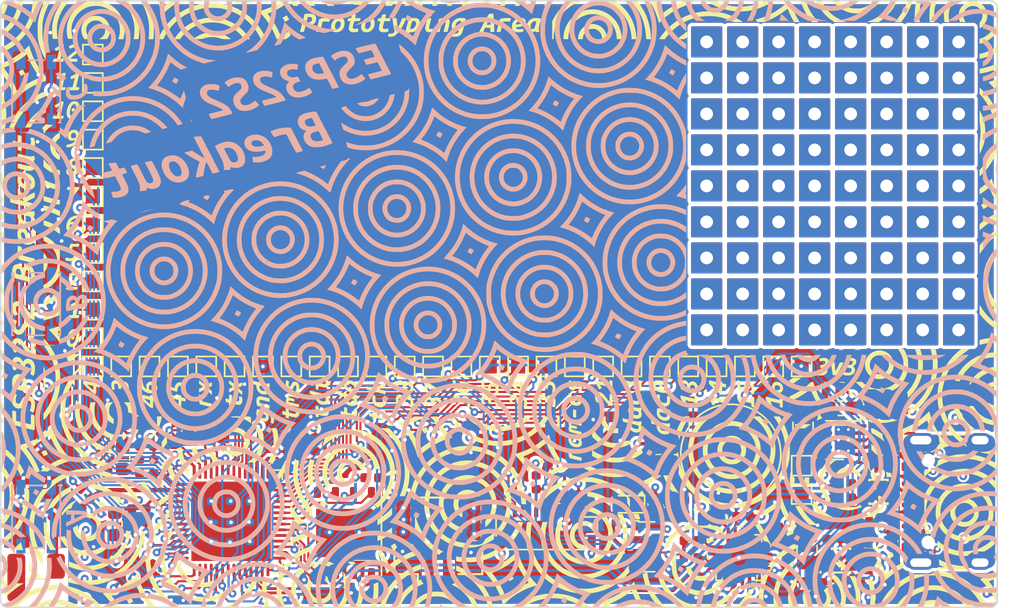
<source format=kicad_pcb>
(kicad_pcb (version 20201220) (generator pcbnew)
  (title_block (title "ESP32S2 Breakout") (date "2020-12-30") (rev "r1.0"))
  (layers (0 "F.Cu" signal) (1 "In1.Cu" signal) (2 "In2.Cu" signal) (31 "B.Cu" signal) (34 "B.Paste" user) (35 "F.Paste" user) (36 "B.SilkS" user "B.Silkscreen") (37 "F.SilkS" user "F.Silkscreen") (38 "B.Mask" user) (39 "F.Mask" user) (44 "Edge.Cuts" user))
  (net 0 "")
  (net 1 "GND")
  (net 2 "Net-(AE1-Pad1)")
  (net 3 "+3V3")
  (net 4 "/V_SYS")
  (net 5 "VBUS")
  (net 6 "/VCC_SPI")
  (net 7 "Net-(C3-Pad2)")
  (net 8 "Net-(C4-Pad2)")
  (net 9 "Net-(C5-Pad2)")
  (net 10 "Net-(C13-Pad1)")
  (net 11 "Net-(C19-Pad1)")
  (net 12 "Net-(C10-Pad1)")
  (net 13 "/U0RXD")
  (net 14 "/CC1")
  (net 15 "/xD+")
  (net 16 "/xD-")
  (net 17 "/CC2")
  (net 18 "/SHIELD")
  (net 19 "/VDD3P3")
  (net 20 "Net-(L1-Pad1)")
  (net 21 "/USB_N")
  (net 22 "/iD-")
  (net 23 "/USB_P")
  (net 24 "/iD+")
  (net 25 "Net-(C16-Pad1)")
  (net 26 "/SPI_~HLD~-IO3")
  (net 27 "/SPI_~WP~-IO2")
  (net 28 "/SPI_~CS")
  (net 29 "/SPI_SCK")
  (net 30 "/SPI_CIPO-IO1")
  (net 31 "/SPI_COPI-IO0")
  (net 32 "/GPIO7")
  (net 33 "Net-(C20-Pad1)")
  (net 34 "/SBU1")
  (net 35 "/SBU2")
  (net 36 "/GPIO8")
  (net 37 "Net-(AE1-Pad2)")
  (net 38 "/GPIO46")
  (net 39 "/BUTTON_B")
  (net 40 "/BUTTON_C")
  (net 41 "/BUTTON_A")
  (net 42 "/MTCK")
  (net 43 "/MTDO")
  (net 44 "/MTDI")
  (net 45 "/MTMS")
  (net 46 "/U0TXD")
  (net 47 "/V_BAT")
  (net 48 "/GPIO9")
  (net 49 "/GPIO10")
  (net 50 "Net-(R12-Pad2)")
  (net 51 "/GPIO11")
  (net 52 "Net-(R13-Pad2)")
  (net 53 "Net-(R14-Pad2)")
  (net 54 "/GPIO12")
  (net 55 "/GPIO14")
  (net 56 "/GPIO21")
  (net 57 "/DAC0")
  (net 58 "/DAC1")
  (net 59 "/GPIO15")
  (net 60 "/GPIO16")
  (net 61 "+5V")
  (net 62 "/RAM_~CS")
  (net 63 "/RTC_OUT")
  (net 64 "Net-(U6-Pad14)")
  (net 65 "/GPIO6")
  (net 66 "Net-(L3-Pad2)")
  (net 67 "Net-(L3-Pad1)")
  (net 68 "Net-(R18-Pad2)")
  (net 69 "Net-(R19-Pad2)")
  (net 70 "/GPIO4")
  (net 71 "/GPIO3")
  (net 72 "/GPIO5")
  (net 73 "/GPIO33")
  (net 74 "/GPIO34")
  (net 75 "/GPIO35")
  (net 76 "/GPIO36")
  (net 77 "/GPIO37")
  (net 78 "/GPIO38")
  (net 79 "/GPIO45")
  (footprint "TestPoint:TestPoint_Pad_1.0x1.0mm" (layer "F.Cu") (at 198 79)
    (fp_text reference "TP31" hide)
    (fp_text value "TestPoint" hide)
  )
  (footprint "TestPoint:TestPoint_Pad_1.0x1.0mm" (layer "F.Cu") (at 171.365 71.995)
    (fp_text reference "" hide)
    (fp_text value "" hide)
  )
  (footprint "TestPoint:TestPoint_Pad_1.0x1.0mm" (layer "F.Cu") (at 185.335 70.725)
    (fp_text reference "" hide)
    (fp_text value "" hide)
  )
  (footprint "TestPoint:TestPoint_Pad_1.0x1.0mm" (layer "F.Cu") (at 214 76.425)
    (fp_text reference "" hide)
    (fp_text value "" hide)
  )
  (footprint "TestPoint:TestPoint_Pad_1.0x1.0mm" (layer "F.Cu") (at 165.015 69.455)
    (fp_text reference "" hide)
    (fp_text value "" hide)
  )
  (footprint "TestPoint:TestPoint_Pad_1.0x1.0mm" (layer "F.Cu") (at 175.175 61.835)
    (fp_text reference "" hide)
    (fp_text value "" hide)
  )
  (footprint "TestPoint:TestPoint_Pad_1.0x1.0mm" (layer "F.Cu") (at 168.825 68.185)
    (fp_text reference "" hide)
    (fp_text value "" hide)
  )
  (footprint "TestPoint:TestPoint_Pad_1.0x1.0mm" (layer "F.Cu") (at 195.495 58.025)
    (fp_text reference "" hide)
    (fp_text value "" hide)
  )
  (footprint "Resistor_SMD:R_0402_1005Metric" (layer "F.Cu") (at 200.174999 91.2875)
    (fp_text reference "R14" hide)
    (fp_text value "10k" hide)
  )
  (footprint "TestPoint:TestPoint_Pad_1.0x1.0mm" (layer "F.Cu") (at 182.795 61.835)
    (fp_text reference "" hide)
    (fp_text value "" hide)
  )
  (footprint "TestPoint:TestPoint_Pad_1.0x1.0mm" (layer "F.Cu") (at 168.825 56.755)
    (fp_text reference "" hide)
    (fp_text value "" hide)
  )
  (footprint "TestPoint:TestPoint_Pad_1.0x1.0mm" (layer "F.Cu") (at 189.145 69.455)
    (fp_text reference "" hide)
    (fp_text value "" hide)
  )
  (footprint "TestPoint:TestPoint_Pad_1.0x1.0mm" (layer "F.Cu") (at 180.255 58.025)
    (fp_text reference "" hide)
    (fp_text value "" hide)
  )
  (footprint "TestPoint:TestPoint_Pad_1.0x1.0mm" (layer "F.Cu") (at 185.335 59.295)
    (fp_text reference "" hide)
    (fp_text value "" hide)
  )
  (footprint "TestPoint:TestPoint_Pad_1.0x1.0mm" (layer "F.Cu") (at 201.3 76.425)
    (fp_text reference "" hide)
    (fp_text value "" hide)
  )
  (footprint "TestPoint:TestPoint_Pad_1.0x1.0mm" (layer "F.Cu") (at 178.985 59.295)
    (fp_text reference "" hide)
    (fp_text value "" hide)
  )
  (footprint "TestPoint:TestPoint_Pad_1.0x1.0mm" (layer "F.Cu") (at 199.305 64.375)
    (fp_text reference "" hide)
    (fp_text value "" hide)
  )
  (footprint "TestPoint:TestPoint_Pad_1.0x1.0mm" (layer "F.Cu") (at 196.765 56.755)
    (fp_text reference "" hide)
    (fp_text value "" hide)
  )
  (footprint "TestPoint:TestPoint_Pad_1.0x1.0mm" (layer "F.Cu") (at 168 79 90)
    (fp_text reference "TP5" hide)
    (fp_text value "TestPoint" hide)
  )
  (footprint "TestPoint:TestPoint_Pad_1.0x1.0mm" (layer "F.Cu") (at 161.205 70.725)
    (fp_text reference "" hide)
    (fp_text value "" hide)
  )
  (footprint "TestPoint:TestPoint_Pad_1.0x1.0mm" (layer "F.Cu") (at 166 79 90)
    (fp_text reference "TP6" hide)
    (fp_text value "TestPoint" hide)
  )
  (footprint "TestPoint:TestPoint_Pad_1.0x1.0mm" (layer "F.Cu") (at 189.145 73.265)
    (fp_text reference "" hide)
    (fp_text value "" hide)
  )
  (footprint "TestPoint:TestPoint_Pad_1.0x1.0mm" (layer "F.Cu") (at 186.605 77.075)
    (fp_text reference "" hide)
    (fp_text value "" hide)
  )
  (footprint "TestPoint:TestPoint_Pad_1.0x1.0mm" (layer "F.Cu") (at 180.255 71.995)
    (fp_text reference "" hide)
    (fp_text value "" hide)
  )
  (footprint "TestPoint:TestPoint_Pad_1.0x1.0mm" (layer "F.Cu") (at 185.335 61.835)
    (fp_text reference "" hide)
    (fp_text value "" hide)
  )
  (footprint "TestPoint:TestPoint_Pad_1.0x1.0mm" (layer "F.Cu") (at 165.015 64.375)
    (fp_text reference "" hide)
    (fp_text value "" hide)
  )
  (footprint "TestPoint:TestPoint_Pad_1.0x1.0mm" (layer "F.Cu") (at 167.555 75.805)
    (fp_text reference "" hide)
    (fp_text value "" hide)
  )
  (footprint "TestPoint:TestPoint_Pad_1.0x1.0mm" (layer "F.Cu") (at 192.955 65.645)
    (fp_text reference "" hide)
    (fp_text value "" hide)
  )
  (footprint "TestPoint:TestPoint_Pad_1.0x1.0mm" (layer "F.Cu") (at 203.84 73.885)
    (fp_text reference "" hide)
    (fp_text value "" hide)
  )
  (footprint "TestPoint:TestPoint_Pad_1.0x1.0mm" (layer "F.Cu") (at 196.765 70.725)
    (fp_text reference "" hide)
    (fp_text value "" hide)
  )
  (footprint "TestPoint:TestPoint_Pad_1.0x1.0mm" (layer "F.Cu") (at 173.905 73.265)
    (fp_text reference "" hide)
    (fp_text value "" hide)
  )
  (footprint "Resistor_SMD:R_0402_1005Metric" (layer "F.Cu") (at 201.474999 89.5875)
    (fp_text reference "R13" hide)
    (fp_text value "10k" hide)
  )
  (footprint "TestPoint:TestPoint_Pad_1.0x1.0mm" (layer "F.Cu") (at 159.935 69.455)
    (fp_text reference "" hide)
    (fp_text value "" hide)
  )
  (footprint "Resistor_SMD:R_0402_1005Metric" (layer "F.Cu") (at 212.9 81.675 -90)
    (fp_text reference "R19" hide)
    (fp_text value "16.2k" hide)
  )
  (footprint "TestPoint:TestPoint_Pad_1.0x1.0mm" (layer "F.Cu") (at 191.685 73.265)
    (fp_text reference "" hide)
    (fp_text value "" hide)
  )
  (footprint "TestPoint:TestPoint_Pad_1.0x1.0mm" (layer "F.Cu") (at 184.065 73.265)
    (fp_text reference "" hide)
    (fp_text value "" hide)
  )
  (footprint "TestPoint:TestPoint_Pad_1.0x1.0mm" (layer "F.Cu") (at 166.285 60.565)
    (fp_text reference "" hide)
    (fp_text value "" hide)
  )
  (footprint "TestPoint:TestPoint_Pad_1.0x1.0mm" (layer "F.Cu") (at 196.765 60.565)
    (fp_text reference "" hide)
    (fp_text value "" hide)
  )
  (footprint "TestPoint:TestPoint_Pad_1.0x1.0mm" (layer "F.Cu") (at 196.765 68.185)
    (fp_text reference "" hide)
    (fp_text value "" hide)
  )
  (footprint "TestPoint:TestPoint_Pad_1.0x1.0mm" (layer "F.Cu") (at 167.555 58.025)
    (fp_text reference "" hide)
    (fp_text value "" hide)
  )
  (footprint "TestPoint:TestPoint_Pad_1.0x1.0mm" (layer "F.Cu") (at 201.3 58.645)
    (fp_text reference "" hide)
    (fp_text value "" hide)
  )
  (footprint "TestPoint:TestPoint_Pad_1.0x1.0mm" (layer "F.Cu") (at 161.205 58.025)
    (fp_text reference "" hide)
    (fp_text value "" hide)
  )
  (footprint "TestPoint:TestPoint_Pad_1.0x1.0mm" (layer "F.Cu") (at 208.92 68.805)
    (fp_text reference "" hide)
    (fp_text value "" hide)
  )
  (footprint "TestPoint:TestPoint_Pad_1.0x1.0mm" (layer "F.Cu") (at 202 79)
    (fp_text reference "TP19" hide)
    (fp_text value "TestPoint" hide)
  )
  (footprint "Capacitor_SMD:C_0402_1005Metric" (layer "F.Cu") (at 161.749998 89.509281 -90)
    (fp_text reference "C15" hide)
    (fp_text value "100n" hide)
  )
  (footprint "TestPoint:TestPoint_Pad_1.0x1.0mm" (layer "F.Cu") (at 186.605 59.295)
    (fp_text reference "" hide)
    (fp_text value "" hide)
  )
  (footprint "TestPoint:TestPoint_Pad_1.0x1.0mm" (layer "F.Cu") (at 203.84 71.345)
    (fp_text reference "" hide)
    (fp_text value "" hide)
  )
  (footprint "TestPoint:TestPoint_Pad_1.0x1.0mm" (layer "F.Cu") (at 192.955 66.915)
    (fp_text reference "" hide)
    (fp_text value "" hide)
  )
  (footprint "TestPoint:TestPoint_Pad_1.0x1.0mm" (layer "F.Cu") (at 189.145 71.995)
    (fp_text reference "" hide)
    (fp_text value "" hide)
  )
  (footprint "TestPoint:TestPoint_Pad_1.0x1.0mm" (layer "F.Cu") (at 198.035 74.535)
    (fp_text reference "" hide)
    (fp_text value "" hide)
  )
  (footprint "TestPoint:TestPoint_Pad_1.0x1.0mm" (layer "F.Cu") (at 161.205 64.375)
    (fp_text reference "" hide)
    (fp_text value "" hide)
  )
  (footprint "TestPoint:TestPoint_Pad_1.0x1.0mm" (layer "F.Cu") (at 186.605 58.025)
    (fp_text reference "" hide)
    (fp_text value "" hide)
  )
  (footprint "TestPoint:TestPoint_Pad_1.0x1.0mm" (layer "F.Cu") (at 163.745 65.645)
    (fp_text reference "" hide)
    (fp_text value "" hide)
  )
  (footprint "TestPoint:TestPoint_Pad_1.0x1.0mm" (layer "F.Cu") (at 171.365 65.645)
    (fp_text reference "" hide)
    (fp_text value "" hide)
  )
  (footprint "TestPoint:TestPoint_Pad_1.0x1.0mm" (layer "F.Cu") (at 166.285 75.805)
    (fp_text reference "" hide)
    (fp_text value "" hide)
  )
  (footprint "TestPoint:TestPoint_Pad_1.0x1.0mm" (layer "F.Cu") (at 184.065 74.535)
    (fp_text reference "" hide)
    (fp_text value "" hide)
  )
  (footprint "TestPoint:TestPoint_Pad_1.0x1.0mm" (layer "F.Cu") (at 163.745 74.535)
    (fp_text reference "" hide)
    (fp_text value "" hide)
  )
  (footprint "TestPoint:TestPoint_Pad_1.0x1.0mm" (layer "F.Cu") (at 176.445 70.725)
    (fp_text reference "" hide)
    (fp_text value "" hide)
  )
  (footprint "TestPoint:TestPoint_Pad_1.0x1.0mm" (layer "F.Cu") (at 195.495 56.755)
    (fp_text reference "" hide)
    (fp_text value "" hide)
  )
  (footprint "TestPoint:TestPoint_Pad_1.0x1.0mm" (layer "F.Cu") (at 185.335 68.185)
    (fp_text reference "" hide)
    (fp_text value "" hide)
  )
  (footprint "TestPoint:TestPoint_Pad_1.0x1.0mm" (layer "F.Cu") (at 162.475 70.725)
    (fp_text reference "" hide)
    (fp_text value "" hide)
  )
  (footprint "TestPoint:TestPoint_Pad_1.0x1.0mm" (layer "F.Cu") (at 198.035 77.075)
    (fp_text reference "" hide)
    (fp_text value "" hide)
  )
  (footprint "TestPoint:TestPoint_Pad_1.0x1.0mm" (layer "F.Cu") (at 198.035 66.915)
    (fp_text reference "" hide)
    (fp_text value "" hide)
  )
  (footprint "TestPoint:TestPoint_Pad_1.0x1.0mm" (layer "F.Cu") (at 173.905 58.025)
    (fp_text reference "" hide)
    (fp_text value "" hide)
  )
  (footprint "TestPoint:TestPoint_Pad_1.0x1.0mm" (layer "F.Cu") (at 195.495 74.535)
    (fp_text reference "" hide)
    (fp_text value "" hide)
  )
  (footprint "TestPoint:TestPoint_Pad_1.0x1.0mm" (layer "F.Cu") (at 199.305 66.915)
    (fp_text reference "" hide)
    (fp_text value "" hide)
  )
  (footprint "TestPoint:TestPoint_Pad_1.0x1.0mm" (layer "F.Cu") (at 206.38 61.185)
    (fp_text reference "" hide)
    (fp_text value "" hide)
  )
  (footprint "TestPoint:TestPoint_Pad_1.0x1.0mm" (layer "F.Cu") (at 158 57)
    (fp_text reference "TP17" hide)
    (fp_text value "TestPoint" hide)
  )
  (footprint "TestPoint:TestPoint_Pad_1.0x1.0mm" (layer "F.Cu") (at 163.745 71.995)
    (fp_text reference "" hide)
    (fp_text value "" hide)
  )
  (footprint "Capacitor_SMD:C_0402_1005Metric" (layer "F.Cu") (at 214.825 81.675 90)
    (fp_text reference "C25" hide)
    (fp_text value "4.7uF" hide)
  )
  (footprint "TestPoint:TestPoint_Pad_1.0x1.0mm" (layer "F.Cu") (at 173.905 65.645)
    (fp_text reference "" hide)
    (fp_text value "" hide)
  )
  (footprint "TestPoint:TestPoint_Pad_1.0x1.0mm" (layer "F.Cu") (at 167.555 65.645)
    (fp_text reference "" hide)
    (fp_text value "" hide)
  )
  (footprint "TestPoint:TestPoint_Pad_1.0x1.0mm" (layer "F.Cu") (at 173.905 64.375)
    (fp_text reference "" hide)
    (fp_text value "" hide)
  )
  (footprint "TestPoint:TestPoint_Pad_1.0x1.0mm" (layer "F.Cu") (at 206.38 68.805)
    (fp_text reference "" hide)
    (fp_text value "" hide)
  )
  (footprint "TestPoint:TestPoint_Pad_1.0x1.0mm" (layer "F.Cu") (at 208.92 73.885)
    (fp_text reference "" hide)
    (fp_text value "" hide)
  )
  (footprint "TestPoint:TestPoint_Pad_1.0x1.0mm" (layer "F.Cu") (at 184.065 75.805)
    (fp_text reference "" hide)
    (fp_text value "" hide)
  )
  (footprint "TestPoint:TestPoint_Pad_1.0x1.0mm" (layer "F.Cu") (at 186.605 68.185)
    (fp_text reference "" hide)
    (fp_text value "" hide)
  )
  (footprint "TestPoint:TestPoint_Pad_1.0x1.0mm" (layer "F.Cu") (at 185.335 64.375)
    (fp_text reference "" hide)
    (fp_text value "" hide)
  )
  (footprint "TestPoint:TestPoint_Pad_1.0x1.0mm" (layer "F.Cu") (at 187.875 56.755)
    (fp_text reference "" hide)
    (fp_text value "" hide)
  )
  (footprint "TestPoint:TestPoint_Pad_1.0x1.0mm" (layer "F.Cu") (at 171.365 75.805)
    (fp_text reference "" hide)
    (fp_text value "" hide)
  )
  (footprint "TestPoint:TestPoint_Pad_1.0x1.0mm" (layer "F.Cu") (at 180.255 70.725)
    (fp_text reference "" hide)
    (fp_text value "" hide)
  )
  (footprint "Diode_SMD:D_SOD-523" (layer "F.Cu") (at 195.775 88.725 180)
    (fp_text reference "D1" hide)
    (fp_text value "D_ALT" hide)
  )
  (footprint "TestPoint:TestPoint_Pad_1.0x1.0mm" (layer "F.Cu") (at 211.46 63.725)
    (fp_text reference "" hide)
    (fp_text value "" hide)
  )
  (footprint "TestPoint:TestPoint_Pad_1.0x1.0mm" (layer "F.Cu") (at 163.745 68.185)
    (fp_text reference "" hide)
    (fp_text value "" hide)
  )
  (footprint "TestPoint:TestPoint_Pad_1.0x1.0mm" (layer "F.Cu") (at 161.205 77.075)
    (fp_text reference "" hide)
    (fp_text value "" hide)
  )
  (footprint "TestPoint:TestPoint_Pad_1.0x1.0mm" (layer "F.Cu") (at 182.795 58.025)
    (fp_text reference "" hide)
    (fp_text value "" hide)
  )
  (footprint "TestPoint:TestPoint_Pad_1.0x1.0mm" (layer "F.Cu") (at 184.065 65.645)
    (fp_text reference "" hide)
    (fp_text value "" hide)
  )
  (footprint "TestPoint:TestPoint_Pad_1.0x1.0mm" (layer "F.Cu") (at 199.305 59.295)
    (fp_text reference "" hide)
    (fp_text value "" hide)
  )
  (footprint "Package_SON:WSON-8-1EP_6x5mm_P1.27mm_EP3.4x4mm" (layer "F.Cu") (at 175.75 90.75 90)
    (fp_text reference "U4" hide)
    (fp_text value "W25Q32JVZPIQ" hide)
  )
  (footprint "TestPoint:TestPoint_Pad_1.0x1.0mm" (layer "F.Cu") (at 194.225 71.995)
    (fp_text reference "" hide)
    (fp_text value "" hide)
  )
  (footprint "TestPoint:TestPoint_Pad_1.0x1.0mm" (layer "F.Cu") (at 176.445 63.105)
    (fp_text reference "" hide)
    (fp_text value "" hide)
  )
  (footprint "Capacitor_SMD:C_0402_1005Metric" (layer "F.Cu") (at 211.78125 90.6875 -90)
    (fp_text reference "C6" hide)
    (fp_text value "1uF" hide)
  )
  (footprint "TestPoint:TestPoint_Pad_1.0x1.0mm" (layer "F.Cu") (at 211.46 76.425)
    (fp_text reference "" hide)
    (fp_text value "" hide)
  )
  (footprint "TestPoint:TestPoint_Pad_1.0x1.0mm" (layer "F.Cu") (at 196.765 61.835)
    (fp_text reference "" hide)
    (fp_text value "" hide)
  )
  (footprint "TestPoint:TestPoint_Pad_1.0x1.0mm" (layer "F.Cu") (at 198.035 56.755)
    (fp_text reference "" hide)
    (fp_text value "" hide)
  )
  (footprint "TestPoint:TestPoint_Pad_1.0x1.0mm" (layer "F.Cu") (at 181.525 59.295)
    (fp_text reference "" hide)
    (fp_text value "" hide)
  )
  (footprint "TestPoint:TestPoint_Pad_1.0x1.0mm" (layer "F.Cu") (at 161.205 74.535)
    (fp_text reference "" hide)
    (fp_text value "" hide)
  )
  (footprint "TestPoint:TestPoint_Pad_1.0x1.0mm" (layer "F.Cu") (at 161.205 68.185)
    (fp_text reference "" hide)
    (fp_text value "" hide)
  )
  (footprint "TestPoint:TestPoint_Pad_1.0x1.0mm" (layer "F.Cu") (at 173.905 75.805)
    (fp_text reference "" hide)
    (fp_text value "" hide)
  )
  (footprint "TestPoint:TestPoint_Pad_1.0x1.0mm" (layer "F.Cu") (at 163.745 69.455)
    (fp_text reference "" hide)
    (fp_text value "" hide)
  )
  (footprint "TestPoint:TestPoint_Pad_1.0x1.0mm" (layer "F.Cu") (at 177.715 64.375)
    (fp_text reference "" hide)
    (fp_text value "" hide)
  )
  (footprint "TestPoint:TestPoint_Pad_1.0x1.0mm" (layer "F.Cu") (at 158 71)
    (fp_text reference "TP10" hide)
    (fp_text value "TestPoint" hide)
  )
  (footprint "TestPoint:TestPoint_Pad_1.0x1.0mm" (layer "F.Cu") (at 180.255 75.805)
    (fp_text reference "" hide)
    (fp_text value "" hide)
  )
  (footprint "TestPoint:TestPoint_Pad_1.0x1.0mm" (layer "F.Cu") (at 175.175 64.375)
    (fp_text reference "" hide)
    (fp_text value "" hide)
  )
  (footprint "TestPoint:TestPoint_Pad_1.0x1.0mm" (layer "F.Cu") (at 219.08 58.645)
    (fp_text reference "" hide)
    (fp_text value "" hide)
  )
  (footprint "TestPoint:TestPoint_Pad_1.0x1.0mm" (layer "F.Cu") (at 208 79)
    (fp_text reference "TP39" hide)
    (fp_text value "TestPoint" hide)
  )
  (footprint "TestPoint:TestPoint_Pad_1.0x1.0mm" (layer "F.Cu") (at 199.305 75.805)
    (fp_text reference "" hide)
    (fp_text value "" hide)
  )
  (footprint "TestPoint:TestPoint_Pad_1.0x1.0mm" (layer "F.Cu") (at 178.985 65.645)
    (fp_text reference "" hide)
    (fp_text value "" hide)
  )
  (footprint "TestPoint:TestPoint_Pad_1.0x1.0mm" (layer "F.Cu") (at 192.955 73.265)
    (fp_text reference "" hide)
    (fp_text value "" hide)
  )
  (footprint "TestPoint:TestPoint_Pad_1.0x1.0mm" (layer "F.Cu") (at 186.605 66.915)
    (fp_text reference "" hide)
    (fp_text value "" hide)
  )
  (footprint "TestPoint:TestPoint_Pad_1.0x1.0mm" (layer "F.Cu") (at 182.795 66.915)
    (fp_text reference "" hide)
    (fp_text value "" hide)
  )
  (footprint "TestPoint:TestPoint_Pad_1.0x1.0mm" (layer "F.Cu") (at 170.095 60.565)
    (fp_text reference "" hide)
    (fp_text value "" hide)
  )
  (footprint "TestPoint:TestPoint_Pad_1.0x1.0mm" (layer "F.Cu") (at 194.225 77.075)
    (fp_text reference "" hide)
    (fp_text value "" hide)
  )
  (footprint "TestPoint:TestPoint_Pad_1.0x1.0mm" (layer "F.Cu") (at 187.875 61.835)
    (fp_text reference "" hide)
    (fp_text value "" hide)
  )
  (footprint "TestPoint:TestPoint_Pad_1.0x1.0mm" (layer "F.Cu") (at 177.715 56.755)
    (fp_text reference "" hide)
    (fp_text value "" hide)
  )
  (footprint "TestPoint:TestPoint_Pad_1.0x1.0mm" (layer "F.Cu") (at 161.205 75.805)
    (fp_text reference "" hide)
    (fp_text value "" hide)
  )
  (footprint "TestPoint:TestPoint_Pad_1.0x1.0mm" (layer "F.Cu") (at 194.225 65.645)
    (fp_text reference "" hide)
    (fp_text value "" hide)
  )
  (footprint "TestPoint:TestPoint_Pad_1.0x1.0mm" (layer "F.Cu") (at 163.745 70.725)
    (fp_text reference "" hide)
    (fp_text value "" hide)
  )
  (footprint "TestPoint:TestPoint_Pad_1.0x1.0mm" (layer "F.Cu") (at 178.985 58.025)
    (fp_text reference "" hide)
    (fp_text value "" hide)
  )
  (footprint "TestPoint:TestPoint_Pad_1.0x1.0mm" (layer "F.Cu") (at 199.305 58.025)
    (fp_text reference "" hide)
    (fp_text value "" hide)
  )
  (footprint "TestPoint:TestPoint_Pad_1.0x1.0mm" (layer "F.Cu") (at 178.985 68.185)
    (fp_text reference "" hide)
    (fp_text value "" hide)
  )
  (footprint "TestPoint:TestPoint_Pad_1.0x1.0mm" (layer "F.Cu") (at 208.92 66.265)
    (fp_text reference "" hide)
    (fp_text value "" hide)
  )
  (footprint "TestPoint:TestPoint_Pad_1.0x1.0mm" (layer "F.Cu") (at 191.685 75.805)
    (fp_text reference "" hide)
    (fp_text value "" hide)
  )
  (footprint "TestPoint:TestPoint_Pad_1.0x1.0mm" (layer "F.Cu") (at 173.905 60.565)
    (fp_text reference "" hide)
    (fp_text value "" hide)
  )
  (footprint "TestPoint:TestPoint_Pad_1.0x1.0mm" (layer "F.Cu") (at 159.935 70.725)
    (fp_text reference "" hide)
    (fp_text value "" hide)
  )
  (footprint "TestPoint:TestPoint_Pad_1.0x1.0mm" (layer "F.Cu") (at 186.605 73.265)
    (fp_text reference "" hide)
    (fp_text value "" hide)
  )
  (footprint "TestPoint:TestPoint_Pad_1.0x1.0mm" (layer "F.Cu") (at 161.205 66.915)
    (fp_text reference "" hide)
    (fp_text value "" hide)
  )
  (footprint "TestPoint:TestPoint_Pad_1.0x1.0mm" (layer "F.Cu") (at 161.205 73.265)
    (fp_text reference "" hide)
    (fp_text value "" hide)
  )
  (footprint "TestPoint:TestPoint_Pad_1.0x1.0mm" (layer "F.Cu") (at 158 63)
    (fp_text reference "TP14" hide)
    (fp_text value "TestPoint" hide)
  )
  (footprint "gsd-footprints:Hirose_FH33-10S-0.5SH_1x10-1MP_P0.50mm_Horizontal" (layer "F.Cu") (at 190.022 90.918)
    (fp_text reference "J2" hide)
    (fp_text value "Conn_01x10_MountingPin" hide)
  )
  (footprint "TestPoint:TestPoint_Pad_1.0x1.0mm" (layer "F.Cu") (at 211.46 58.645)
    (fp_text reference "" hide)
    (fp_text value "" hide)
  )
  (footprint "TestPoint:TestPoint_Pad_1.0x1.0mm" (layer "F.Cu") (at 168.825 63.105)
    (fp_text reference "" hide)
    (fp_text value "" hide)
  )
  (footprint "Capacitor_SMD:C_0402_1005Metric" (layer "F.Cu") (at 164.314996 84.12428)
    (fp_text reference "C4" hide)
    (fp_text value "18pF" hide)
  )
  (footprint "TestPoint:TestPoint_Pad_1.0x1.0mm" (layer "F.Cu") (at 191.685 66.915)
    (fp_text reference "" hide)
    (fp_text value "" hide)
  )
  (footprint "TestPoint:TestPoint_Pad_1.0x1.0mm" (layer "F.Cu") (at 184.065 77.075)
    (fp_text reference "" hide)
    (fp_text value "" hide)
  )
  (footprint "TestPoint:TestPoint_Pad_1.0x1.0mm" (layer "F.Cu") (at 181.525 74.535)
    (fp_text reference "" hide)
    (fp_text value "" hide)
  )
  (footprint "Capacitor_SMD:C_0402_1005Metric" (layer "F.Cu") (at 203.874999 89.5875)
    (fp_text reference "C21" hide)
    (fp_text value "4.7uF" hide)
  )
  (footprint "TestPoint:TestPoint_Pad_1.0x1.0mm" (layer "F.Cu") (at 191.685 71.995)
    (fp_text reference "" hide)
    (fp_text value "" hide)
  )
  (footprint "TestPoint:TestPoint_Pad_1.0x1.0mm" (layer "F.Cu") (at 170.095 74.535)
    (fp_text reference "" hide)
    (fp_text value "" hide)
  )
  (footprint "TestPoint:TestPoint_Pad_1.0x1.0mm" (layer "F.Cu") (at 195.495 75.805)
    (fp_text reference "" hide)
    (fp_text value "" hide)
  )
  (footprint "TestPoint:TestPoint_Pad_1.0x1.0mm" (layer "F.Cu") (at 216.54 71.345)
    (fp_text reference "" hide)
    (fp_text value "" hide)
  )
  (footprint "TestPoint:TestPoint_Pad_1.0x1.0mm" (layer "F.Cu") (at 198.035 59.295)
    (fp_text reference "" hide)
    (fp_text value "" hide)
  )
  (footprint "TestPoint:TestPoint_Pad_1.0x1.0mm" (layer "F.Cu") (at 194.225 60.565)
    (fp_text reference "" hide)
    (fp_text value "" hide)
  )
  (footprint "TestPoint:TestPoint_Pad_1.0x1.0mm" (layer "F.Cu") (at 161.205 59.295)
    (fp_text reference "" hide)
    (fp_text value "" hide)
  )
  (footprint "TestPoint:TestPoint_Pad_1.0x1.0mm" (layer "F.Cu") (at 192.955 68.185)
    (fp_text reference "" hide)
    (fp_text value "" hide)
  )
  (footprint "TestPoint:TestPoint_Pad_1.0x1.0mm" (layer "F.Cu") (at 173.905 68.185)
    (fp_text reference "" hide)
    (fp_text value "" hide)
  )
  (footprint "TestPoint:TestPoint_Pad_1.0x1.0mm" (layer "F.Cu") (at 211.46 61.185)
    (fp_text reference "" hide)
    (fp_text value "" hide)
  )
  (footprint "Package_SON:WSON-10-1EP_2.5x2.5mm_P0.5mm_EP1.2x2mm_ThermalVias" (layer "F.Cu") (at 210.95 84.2 180)
    (fp_text reference "U7" hide)
    (fp_text value "TPS63900" hide)
  )
  (footprint "TestPoint:TestPoint_Pad_1.0x1.0mm" (layer "F.Cu") (at 206.38 58.645)
    (fp_text reference "" hide)
    (fp_text value "" hide)
  )
  (footprint "TestPoint:TestPoint_Pad_1.0x1.0mm" (layer "F.Cu") (at 180.255 77.075)
    (fp_text reference "" hide)
    (fp_text value "" hide)
  )
  (footprint "TestPoint:TestPoint_Pad_1.0x1.0mm" (layer "F.Cu") (at 166.285 71.995)
    (fp_text reference "" hide)
    (fp_text value "" hide)
  )
  (footprint "TestPoint:TestPoint_Pad_1.0x1.0mm" (layer "F.Cu") (at 162.475 77.075)
    (fp_text reference "" hide)
    (fp_text value "" hide)
  )
  (footprint "TestPoint:TestPoint_Pad_1.0x1.0mm" (layer "F.Cu") (at 165.015 60.565)
    (fp_text reference "" hide)
    (fp_text value "" hide)
  )
  (footprint "TestPoint:TestPoint_Pad_1.0x1.0mm" (layer "F.Cu") (at 167.555 61.835)
    (fp_text reference "" hide)
    (fp_text value "" hide)
  )
  (footprint "TestPoint:TestPoint_Pad_1.0x1.0mm" (layer "F.Cu") (at 219.08 61.185)
    (fp_text reference "" hide)
    (fp_text value "" hide)
  )
  (footprint "TestPoint:TestPoint_Pad_1.0x1.0mm" (layer "F.Cu") (at 159.935 58.025)
    (fp_text reference "" hide)
    (fp_text value "" hide)
  )
  (footprint "Package_SON:RTC_SMD_MicroCrystal_C3_2.5x3.7mm" (layer "F.Cu") (at 197.075 91.925)
    (fp_text reference "U5" hide)
    (fp_text value "RV-8803-C7" hide)
  )
  (footprint "TestPoint:TestPoint_Pad_1.0x1.0mm" (layer "F.Cu") (at 177.715 63.105)
    (fp_text reference "" hide)
    (fp_text value "" hide)
  )
  (footprint "TestPoint:TestPoint_Pad_1.0x1.0mm" (layer "F.Cu") (at 167.555 77.075)
    (fp_text reference "" hide)
    (fp_text value "" hide)
  )
  (footprint "TestPoint:TestPoint_Pad_1.0x1.0mm" (layer "F.Cu") (at 168.825 77.075)
    (fp_text reference "" hide)
    (fp_text value "" hide)
  )
  (footprint "TestPoint:TestPoint_Pad_1.0x1.0mm" (layer "F.Cu") (at 201.3 56.105)
    (fp_text reference "" hide)
    (fp_text value "" hide)
  )
  (footprint "TestPoint:TestPoint_Pad_1.0x1.0mm" (layer "F.Cu") (at 174 79 90)
    (fp_text reference "TP3" hide)
    (fp_text value "TestPoint" hide)
  )
  (footprint "TestPoint:TestPoint_Pad_1.0x1.0mm" (layer "F.Cu") (at 166.285 63.105)
    (fp_text reference "" hide)
    (fp_text value "" hide)
  )
  (footprint "TestPoint:TestPoint_Pad_1.0x1.0mm" (layer "F.Cu") (at 172.635 73.265)
    (fp_text reference "" hide)
    (fp_text value "" hide)
  )
  (footprint "TestPoint:TestPoint_Pad_1.0x1.0mm" (layer "F.Cu") (at 170.095 56.755)
    (fp_text reference "" hide)
    (fp_text value "" hide)
  )
  (footprint "TestPoint:TestPoint_Pad_1.0x1.0mm" (layer "F.Cu") (at 166.285 77.075)
    (fp_text reference "" hide)
    (fp_text value "" hide)
  )
  (footprint "TestPoint:TestPoint_Pad_1.0x1.0mm" (layer "F.Cu") (at 158 67)
    (fp_text reference "TP12" hide)
    (fp_text value "TestPoint" hide)
  )
  (footprint "TestPoint:TestPoint_Pad_1.0x1.0mm" (layer "F.Cu") (at 176.445 77.075)
    (fp_text reference "" hide)
    (fp_text value "" hide)
  )
  (footprint "TestPoint:TestPoint_Pad_1.0x1.0mm" (layer "F.Cu") (at 198.035 71.995)
    (fp_text reference "" hide)
    (fp_text value "" hide)
  )
  (footprint "TestPoint:TestPoint_Pad_1.0x1.0mm" (layer "F.Cu") (at 214 63.725)
    (fp_text reference "" hide)
    (fp_text value "" hide)
  )
  (footprint "TestPoint:TestPoint_Pad_1.0x1.0mm" (layer "F.Cu") (at 167.555 64.375)
    (fp_text reference "" hide)
    (fp_text value "" hide)
  )
  (footprint "TestPoint:TestPoint_Pad_1.0x1.0mm" (layer "F.Cu") (at 171.365 68.185)
    (fp_text reference "" hide)
    (fp_text value "" hide)
  )
  (footprint "TestPoint:TestPoint_Pad_1.0x1.0mm" (layer "F.Cu") (at 196.765 63.105)
    (fp_text reference "" hide)
    (fp_text value "" hide)
  )
  (footprint "TestPoint:TestPoint_Pad_1.0x1.0mm" (layer "F.Cu") (at 166.285 64.375)
    (fp_text reference "" hide)
    (fp_text value "" hide)
  )
  (footprint "TestPoint:TestPoint_Pad_1.0x1.0mm" (layer "F.Cu") (at 185.335 69.455)
    (fp_text reference "" hide)
    (fp_text value "" hide)
  )
  (footprint "TestPoint:TestPoint_Pad_1.0x1.0mm" (layer "F.Cu") (at 177.715 60.565)
    (fp_text reference "" hide)
    (fp_text value "" hide)
  )
  (footprint "TestPoint:TestPoint_Pad_1.0x1.0mm" (layer "F.Cu") (at 184.065 64.375)
    (fp_text reference "" hide)
    (fp_text value "" hide)
  )
  (footprint "TestPoint:TestPoint_Pad_1.0x1.0mm" (layer "F.Cu") (at 198.035 63.105)
    (fp_text reference "" hide)
    (fp_text value "" hide)
  )
  (footprint "TestPoint:TestPoint_Pad_1.0x1.0mm" (layer "F.Cu") (at 208.92 76.425)
    (fp_text reference "" hide)
    (fp_text value "" hide)
  )
  (footprint "Resistor_SMD:R_0402_1005Metric" (layer "F.Cu") (at 213.824999 85.85)
    (fp_text reference "R3" hide)
    (fp_text value "5k1" hide)
  )
  (footprint "TestPoint:TestPoint_Pad_1.0x1.0mm" (layer "F.Cu") (at 158 75)
    (fp_text reference "TP36" hide)
    (fp_text value "TestPoint" hide)
  )
  (footprint "TestPoint:TestPoint_Pad_1.0x1.0mm" (layer "F.Cu") (at 171.365 56.755)
    (fp_text reference "" hide)
    (fp_text value "" hide)
  )
  (footprint "TestPoint:TestPoint_Pad_1.0x1.0mm" (layer "F.Cu") (at 172.635 60.565)
    (fp_text reference "" hide)
    (fp_text value "" hide)
  )
  (footprint "TestPoint:TestPoint_Pad_1.0x1.0mm" (layer "F.Cu") (at 185.335 71.995)
    (fp_text reference "" hide)
    (fp_text value "" hide)
  )
  (footprint "Resistor_SMD:R_0402_1005Metric" (layer "F.Cu") (at 211.065002 87.2725)
    (fp_text reference "R5" hide)
    (fp_text value "22R" hide)
  )
  (footprint "TestPoint:TestPoint_Pad_1.0x1.0mm" (layer "F.Cu") (at 162.475 58.025)
    (fp_text reference "" hide)
    (fp_text value "" hide)
  )
  (footprint "TestPoint:TestPoint_Pad_1.0x1.0mm" (layer "F.Cu") (at 159.935 77.075)
    (fp_text reference "" hide)
    (fp_text value "" hide)
  )
  (footprint "TestPoint:TestPoint_Pad_1.0x1.0mm" (layer "F.Cu") (at 168.825 66.915)
    (fp_text reference "" hide)
    (fp_text value "" hide)
  )
  (footprint "TestPoint:TestPoint_Pad_1.0x1.0mm" (layer "F.Cu") (at 214 58.645)
    (fp_text reference "" hide)
    (fp_text value "" hide)
  )
  (footprint "TestPoint:TestPoint_Pad_1.0x1.0mm" (layer "F.Cu") (at 178.985 64.375)
    (fp_text reference "" hide)
    (fp_text value "" hide)
  )
  (footprint "TestPoint:TestPoint_Pad_1.0x1.0mm" (layer "F.Cu") (at 195.495 77.075)
    (fp_text reference "" hide)
    (fp_text value "" hide)
  )
  (footprint "TestPoint:TestPoint_Pad_1.0x1.0mm" (layer "F.Cu") (at 182.795 71.995)
    (fp_text reference "" hide)
    (fp_text value "" hide)
  )
  (footprint "TestPoint:TestPoint_Pad_1.0x1.0mm" (layer "F.Cu") (at 192.955 71.995)
    (fp_text reference "" hide)
    (fp_text value "" hide)
  )
  (footprint "TestPoint:TestPoint_Pad_1.0x1.0mm" (layer "F.Cu") (at 182.795 63.105)
    (fp_text reference "" hide)
    (fp_text value "" hide)
  )
  (footprint "TestPoint:TestPoint_Pad_1.0x1.0mm" (layer "F.Cu") (at 182 79)
    (fp_text reference "TP27" hide)
    (fp_text value "TestPoint" hide)
  )
  (footprint "TestPoint:TestPoint_Pad_1.0x1.0mm" (layer "F.Cu") (at 184.065 68.185)
    (fp_text reference "" hide)
    (fp_text value "" hide)
  )
  (footprint "TestPoint:TestPoint_Pad_1.0x1.0mm" (layer "F.Cu") (at 167.555 73.265)
    (fp_text reference "" hide)
    (fp_text value "" hide)
  )
  (footprint "TestPoint:TestPoint_Pad_1.0x1.0mm" (layer "F.Cu") (at 192.955 63.105)
    (fp_text reference "" hide)
    (fp_text value "" hide)
  )
  (footprint "Resistor_SMD:R_0402_1005Metric" (layer "F.Cu") (at 213.875 81.675 -90)
    (fp_text reference "R18" hide)
    (fp_text value "36.5k" hide)
  )
  (footprint "TestPoint:TestPoint_Pad_1.0x1.0mm" (layer "F.Cu") (at 184.065 56.755)
    (fp_text reference "" hide)
    (fp_text value "" hide)
  )
  (footprint "TestPoint:TestPoint_Pad_1.0x1.0mm" (layer "F.Cu") (at 203.84 76.425)
    (fp_text reference "" hide)
    (fp_text value "" hide)
  )
  (footprint "TestPoint:TestPoint_Pad_1.0x1.0mm" (layer "F.Cu") (at 196.765 77.075)
    (fp_text reference "" hide)
    (fp_text value "" hide)
  )
  (footprint "TestPoint:TestPoint_Pad_1.0x1.0mm" (layer "F.Cu") (at 159.935 65.645)
    (fp_text reference "" hide)
    (fp_text value "" hide)
  )
  (footprint "TestPoint:TestPoint_Pad_1.0x1.0mm" (layer "F.Cu") (at 178.985 77.075)
    (fp_text reference "" hide)
    (fp_text value "" hide)
  )
  (footprint "TestPoint:TestPoint_Pad_1.0x1.0mm" (layer "F.Cu") (at 167.555 60.565)
    (fp_text reference "" hide)
    (fp_text value "" hide)
  )
  (footprint "TestPoint:TestPoint_Pad_1.0x1.0mm" (layer "F.Cu") (at 181.525 66.915)
    (fp_text reference "" hide)
    (fp_text value "" hide)
  )
  (footprint "TestPoint:TestPoint_Pad_1.0x1.0mm" (layer "F.Cu") (at 199.305 56.755)
    (fp_text reference "" hide)
    (fp_text value "" hide)
  )
  (footprint "TestPoint:TestPoint_Pad_1.0x1.0mm" (layer "F.Cu") (at 170.095 73.265)
    (fp_text reference "" hide)
    (fp_text value "" hide)
  )
  (footprint "TestPoint:TestPoint_Pad_1.0x1.0mm" (layer "F.Cu") (at 177.715 65.645)
    (fp_text reference "" hide)
    (fp_text value "" hide)
  )
  (footprint "TestPoint:TestPoint_Pad_1.0x1.0mm" (layer "F.Cu") (at 167.555 63.105)
    (fp_text reference "" hide)
    (fp_text value "" hide)
  )
  (footprint "TestPoint:TestPoint_Pad_1.0x1.0mm" (layer "F.Cu") (at 219.08 68.805)
    (fp_text reference "" hide)
    (fp_text value "" hide)
  )
  (footprint "TestPoint:TestPoint_Pad_1.0x1.0mm" (layer "F.Cu") (at 168.825 73.265)
    (fp_text reference "" hide)
    (fp_text value "" hide)
  )
  (footprint "TestPoint:TestPoint_Pad_1.0x1.0mm" (layer "F.Cu") (at 173.905 59.295)
    (fp_text reference "" hide)
    (fp_text value "" hide)
  )
  (footprint "Capacitor_SMD:C_0402_1005Metric" (layer "F.Cu") (at 210.78125 90.6875 -90)
    (fp_text reference "C5" hide)
    (fp_text value "6.8pF" hide)
  )
  (footprint "TestPoint:TestPoint_Pad_1.0x1.0mm" (layer "F.Cu") (at 216.54 61.185)
    (fp_text reference "" hide)
    (fp_text value "" hide)
  )
  (footprint "TestPoint:TestPoint_Pad_1.0x1.0mm" (layer "F.Cu") (at 172.635 70.725)
    (fp_text reference "" hide)
    (fp_text value "" hide)
  )
  (footprint "TestPoint:TestPoint_Pad_1.0x1.0mm" (layer "F.Cu") (at 190 79)
    (fp_text reference "TP23" hide)
    (fp_text value "TestPoint" hide)
  )
  (footprint "TestPoint:TestPoint_Pad_1.0x1.0mm" (layer "F.Cu") (at 170.095 68.185)
    (fp_text reference "" hide)
    (fp_text value "" hide)
  )
  (footprint "TestPoint:TestPoint_Pad_1.0x1.0mm" (layer "F.Cu") (at 166.285 70.725)
    (fp_text reference "" hide)
    (fp_text value "" hide)
  )
  (footprint "TestPoint:TestPoint_Pad_1.0x1.0mm" (layer "F.Cu") (at 175.175 58.025)
    (fp_text reference "" hide)
    (fp_text value "" hide)
  )
  (footprint "TestPoint:TestPoint_Pad_1.0x1.0mm" (layer "F.Cu") (at 194.225 68.185)
    (fp_text reference "" hide)
    (fp_text value "" hide)
  )
  (footprint "Resistor_SMD:R_0402_1005Metric" (layer "F.Cu") (at 189.275 87.175 -90)
    (fp_text reference "R17" hide)
    (fp_text value "100R" hide)
  )
  (footprint "TestPoint:TestPoint_Pad_1.0x1.0mm" (layer "F.Cu") (at 181.525 56.755)
    (fp_text reference "" hide)
    (fp_text value "" hide)
  )
  (footprint "Resistor_SMD:R_0402_1005Metric" (layer "F.Cu") (at 196.125 86.875 -90)
    (fp_text reference "R11" hide)
    (fp_text value "100R" hide)
  )
  (footprint "Capacitor_SMD:C_0402_1005Metric" (layer "F.Cu") (at 210.2 80.75)
    (fp_text reference "C23" hide)
    (fp_text value "2.2uF" hide)
  )
  (footprint "TestPoint:TestPoint_Pad_1.0x1.0mm" (layer "F.Cu") (at 178.985 63.105)
    (fp_text reference "" hide)
    (fp_text value "" hide)
  )
  (footprint "TestPoint:TestPoint_Pad_1.0x1.0mm" (layer "F.Cu") (at 177.715 74.535)
    (fp_text reference "" hide)
    (fp_text value "" hide)
  )
  (footprint "TestPoint:TestPoint_Pad_1.0x1.0mm" (layer "F.Cu") (at 189.145 64.375)
    (fp_text reference "" hide)
    (fp_text value "" hide)
  )
  (footprint "TestPoint:TestPoint_Pad_1.0x1.0mm" (layer "F.Cu") (at 172.635 71.995)
    (fp_text reference "" hide)
    (fp_text value "" hide)
  )
  (footprint "TestPoint:TestPoint_Pad_1.0x1.0mm" (layer "F.Cu") (at 185.335 60.565)
    (fp_text reference "" hide)
    (fp_text value "" hide)
  )
  (footprint "TestPoint:TestPoint_Pad_1.0x1.0mm" (layer "F.Cu") (at 176.445 66.915)
    (fp_text reference "" hide)
    (fp_text value "" hide)
  )
  (footprint "TestPoint:TestPoint_Pad_1.0x1.0mm" (layer "F.Cu") (at 177.715 61.835)
    (fp_text reference "" hide)
    (fp_text value "" hide)
  )
  (footprint "TestPoint:TestPoint_Pad_1.0x1.0mm" (layer "F.Cu") (at 198.035 65.645)
    (fp_text reference "" hide)
    (fp_text value "" hide)
  )
  (footprint "TestPoint:TestPoint_Pad_1.0x1.0mm" (layer "F.Cu") (at 192.955 74.535)
    (fp_text reference "" hide)
    (fp_text value "" hide)
  )
  (footprint "TestPoint:TestPoint_Pad_1.0x1.0mm" (layer "F.Cu") (at 194.225 59.295)
    (fp_text reference "" hide)
    (fp_text value "" hide)
  )
  (footprint "TestPoint:TestPoint_Pad_1.0x1.0mm" (layer "F.Cu") (at 162.475 64.375)
    (fp_text reference "" hide)
    (fp_text value "" hide)
  )
  (footprint "TestPoint:TestPoint_Pad_1.0x1.0mm" (layer "F.Cu") (at 168.825 60.565)
    (fp_text reference "" hide)
    (fp_text value "" hide)
  )
  (footprint "TestPoint:TestPoint_Pad_1.0x1.0mm" (layer "F.Cu") (at 181.525 61.835)
    (fp_text reference "" hide)
    (fp_text value "" hide)
  )
  (footprint "TestPoint:TestPoint_Pad_1.0x1.0mm" (layer "F.Cu") (at 182.795 59.295)
    (fp_text reference "" hide)
    (fp_text value "" hide)
  )
  (footprint "TestPoint:TestPoint_Pad_1.0x1.0mm" (layer "F.Cu") (at 161.205 63.105)
    (fp_text reference "" hide)
    (fp_text value "" hide)
  )
  (footprint "Battery:BatteryHolder_Seiko_MS621F" (layer "F.Cu") (at 198 85.2 180)
    (fp_text reference "C16" hide)
    (fp_text value "CP1" hide)
  )
  (footprint "TestPoint:TestPoint_Pad_1.0x1.0mm" (layer "F.Cu") (at 158 77)
    (fp_text reference "TP35" hide)
    (fp_text value "TestPoint" hide)
  )
  (footprint "TestPoint:TestPoint_Pad_1.0x1.0mm" (layer "F.Cu") (at 191.685 64.375)
    (fp_text reference "" hide)
    (fp_text value "" hide)
  )
  (footprint "TestPoint:TestPoint_Pad_1.0x1.0mm" (layer "F.Cu") (at 185.335 56.755)
    (fp_text reference "" hide)
    (fp_text value "" hide)
  )
  (footprint "Capacitor_SMD:C_0402_1005Metric" (layer "F.Cu") (at 173.69 84.5 90)
    (fp_text reference "C17" hide)
    (fp_text value "2.2uF" hide)
  )
  (footprint "Package_DFN_QFN:QFN-56-1EP_7x7mm_P0.4mm_EP5.6x5.6mm" (layer "F.Cu") (at 167.749999 89.92428)
    (fp_text reference "U3" hide)
    (fp_text value "ESP32-S2" hide)
  )
  (footprint "TestPoint:TestPoint_Pad_1.0x1.0mm" (layer "F.Cu") (at 196 79)
    (fp_text reference "TP32" hide)
    (fp_text value "TestPoint" hide)
  )
  (footprint "TestPoint:TestPoint_Pad_1.0x1.0mm" (layer "F.Cu") (at 186.605 71.995)
    (fp_text reference "" hide)
    (fp_text value "" hide)
  )
  (footprint "TestPoint:TestPoint_Pad_1.0x1.0mm" (layer "F.Cu") (at 191.685 63.105)
    (fp_text reference "" hide)
    (fp_text value "" hide)
  )
  (footprint "gsd-footprints:SOT-666" (layer "F.Cu") (at 210.78125 92.687501 180)
    (fp_text reference "U2" hide)
    (fp_text value "TLV62569DRL" hide)
  )
  (footprint "TestPoint:TestPoint_Pad_1.0x1.0mm" (layer "F.Cu") (at 211.46 68.805)
    (fp_text reference "" hide)
    (fp_text value "" hide)
  )
  (footprint "TestPoint:TestPoint_Pad_1.0x1.0mm" (layer "F.Cu") (at 180.255 65.645)
    (fp_text reference "" hide)
    (fp_text value "" hide)
  )
  (footprint "TestPoint:TestPoint_Pad_1.0x1.0mm" (layer "F.Cu") (at 159.935 68.185)
    (fp_text reference "" hide)
    (fp_text value "" hide)
  )
  (footprint "TestPoint:TestPoint_Pad_1.0x1.0mm" (layer "F.Cu") (at 219.08 63.725)
    (fp_text reference "" hide)
    (fp_text value "" hide)
  )
  (footprint "TestPoint:TestPoint_Pad_1.0x1.0mm" (layer "F.Cu") (at 172.635 66.915)
    (fp_text reference "" hide)
    (fp_text value "" hide)
  )
  (footprint "TestPoint:TestPoint_Pad_1.0x1.0mm" (layer "F.Cu") (at 190.415 66.915)
    (fp_text reference "" hide)
    (fp_text value "" hide)
  )
  (footprint "TestPoint:TestPoint_Pad_1.0x1.0mm" (layer "F.Cu") (at 159.935 74.535)
    (fp_text reference "" hide)
    (fp_text value "" hide)
  )
  (footprint "TestPoint:TestPoint_Pad_1.0x1.0mm" (layer "F.Cu") (at 199.305 65.645)
    (fp_text reference "" hide)
    (fp_text value "" hide)
  )
  (footprint "TestPoint:TestPoint_Pad_1.0x1.0mm" (layer "F.Cu") (at 190.415 73.265)
    (fp_text reference "" hide)
    (fp_text value "" hide)
  )
  (footprint "TestPoint:TestPoint_Pad_1.0x1.0mm" (layer "F.Cu") (at 176.445 74.535)
    (fp_text reference "" hide)
    (fp_text value "" hide)
  )
  (footprint "TestPoint:TestPoint_Pad_1.0x1.0mm" (layer "F.Cu") (at 178.985 60.565)
    (fp_text reference "" hide)
    (fp_text value "" hide)
  )
  (footprint "TestPoint:TestPoint_Pad_1.0x1.0mm" (layer "F.Cu") (at 166.285 56.755)
    (fp_text reference "" hide)
    (fp_text value "" hide)
  )
  (footprint "TestPoint:TestPoint_Pad_1.0x1.0mm" (layer "F.Cu") (at 199.305 70.725)
    (fp_text reference "" hide)
    (fp_text value "" hide)
  )
  (footprint "TestPoint:TestPoint_Pad_1.0x1.0mm" (layer "F.Cu") (at 162.475 74.535)
    (fp_text reference "" hide)
    (fp_text value "" hide)
  )
  (footprint "TestPoint:TestPoint_Pad_1.0x1.0mm" (layer "F.Cu") (at 168.825 58.025)
    (fp_text reference "" hide)
    (fp_text value "" hide)
  )
  (footprint "TestPoint:TestPoint_Pad_1.0x1.0mm" (layer "F.Cu") (at 163.745 64.375)
    (fp_text reference "" hide)
    (fp_text value "" hide)
  )
  (footprint "TestPoint:TestPoint_Pad_1.0x1.0mm" (layer "F.Cu") (at 162.475 56.755)
    (fp_text reference "" hide)
    (fp_text value "" hide)
  )
  (footprint "TestPoint:TestPoint_Pad_1.0x1.0mm" (layer "F.Cu") (at 195.495 60.565)
    (fp_text reference "" hide)
    (fp_text value "" hide)
  )
  (footprint "TestPoint:TestPoint_Pad_1.0x1.0mm" (layer "F.Cu") (at 194.225 63.105)
    (fp_text reference "" hide)
    (fp_text value "" hide)
  )
  (footprint "TestPoint:TestPoint_Pad_1.0x1.0mm" (layer "F.Cu") (at 162 79)
    (fp_text reference "TP30" hide)
    (fp_text value "TestPoint" hide)
  )
  (footprint "TestPoint:TestPoint_Pad_1.0x1.0mm" (layer "F.Cu") (at 190.415 70.725)
    (fp_text reference "" hide)
    (fp_text value "" hide)
  )
  (footprint "TestPoint:TestPoint_Pad_1.0x1.0mm" (layer "F.Cu") (at 187.875 69.455)
    (fp_text reference "" hide)
    (fp_text value "" hide)
  )
  (footprint "TestPoint:TestPoint_Pad_1.0x1.0mm" (layer "F.Cu") (at 194.225 75.805)
    (fp_text reference "" hide)
    (fp_text value "" hide)
  )
  (footprint "TestPoint:TestPoint_Pad_1.0x1.0mm" (layer "F.Cu") (at 158 73)
    (fp_text reference "TP37" hide)
    (fp_text value "TestPoint" hide)
  )
  (footprint "TestPoint:TestPoint_Pad_1.0x1.0mm" (layer "F.Cu") (at 184.065 70.725)
    (fp_text reference "" hide)
    (fp_text value "" hide)
  )
  (footprint "TestPoint:TestPoint_Pad_1.0x1.0mm" (layer "F.Cu") (at 171.365 66.915)
    (fp_text reference "" hide)
    (fp_text value "" hide)
  )
  (footprint "TestPoint:TestPoint_Pad_1.0x1.0mm" (layer "F.Cu") (at 186 79)
    (fp_text reference "TP25" hide)
    (fp_text value "TestPoint" hide)
  )
  (footprint "TestPoint:TestPoint_Pad_1.0x1.0mm" (layer "F.Cu") (at 180.255 68.185)
    (fp_text reference "" hide)
    (fp_text value "" hide)
  )
  (footprint "TestPoint:TestPoint_Pad_1.0x1.0mm" (layer "F.Cu") (at 172.635 77.075)
    (fp_text reference "" hide)
    (fp_text value "" hide)
  )
  (footprint "TestPoint:TestPoint_Pad_1.0x1.0mm" (layer "F.Cu") (at 175.175 66.915)
    (fp_text reference "" hide)
    (fp_text value "" hide)
  )
  (footprint "TestPoint:TestPoint_Pad_1.0x1.0mm" (layer "F.Cu") (at 194.225 73.265)
    (fp_text reference "" hide)
    (fp_text value "" hide)
  )
  (footprint "TestPoint:TestPoint_Pad_1.0x1.0mm" (layer "F.Cu") (at 195.495 71.995)
    (fp_text reference "" hide)
    (fp_text value "" hide)
  )
  (footprint "TestPoint:TestPoint_Pad_1.0x1.0mm" (layer "F.Cu") (at 161.205 65.645)
    (fp_text reference "" hide)
    (fp_text value "" hide)
  )
  (footprint "TestPoint:TestPoint_Pad_1.0x1.0mm" (layer "F.Cu") (at 216.54 58.645)
    (fp_text reference "" hide)
    (fp_text value "" hide)
  )
  (footprint "TestPoint:TestPoint_Pad_1.0x1.0mm" (layer "F.Cu") (at 196.765 75.805)
    (fp_text reference "" hide)
    (fp_text value "" hide)
  )
  (footprint "TestPoint:TestPoint_Pad_1.0x1.0mm" (layer "F.Cu") (at 168.825 61.835)
    (fp_text reference "" hide)
    (fp_text value "" hide)
  )
  (footprint "TestPoint:TestPoint_Pad_1.0x1.0mm" (layer "F.Cu") (at 165.015 70.725)
    (fp_text reference "" hide)
    (fp_text value "" hide)
  )
  (footprint "Inductor_SMD:L_0402_1005Metric" (layer "F.Cu") (at 160.749998 89.509281 90)
    (fp_text reference "FB2" hide)
    (fp_text value "240R" hide)
  )
  (footprint "TestPoint:TestPoint_Pad_1.0x1.0mm" (layer "F.Cu") (at 186.605 70.725)
    (fp_text reference "" hide)
    (fp_text value "" hide)
  )
  (footprint "TestPoint:TestPoint_Pad_1.0x1.0mm" (layer "F.Cu") (at 158 79)
    (fp_text reference "TP8" hide)
    (fp_text value "TestPoint" hide)
  )
  (footprint "TestPoint:TestPoint_Pad_1.0x1.0mm" (layer "F.Cu") (at 175.175 75.805)
    (fp_text reference "" hide)
    (fp_text value "" hide)
  )
  (footprint "TestPoint:TestPoint_Pad_1.0x1.0mm" (layer "F.Cu") (at 178.985 71.995)
    (fp_text reference "" hide)
    (fp_text value "" hide)
  )
  (footprint "TestPoint:TestPoint_Pad_1.0x1.0mm" (layer "F.Cu") (at 158 65)
    (fp_text reference "TP13" hide)
    (fp_text value "TestPoint" hide)
  )
  (footprint "TestPoint:TestPoint_Pad_1.0x1.0mm" (layer "F.Cu") (at 170.095 71.995)
    (fp_text reference "" hide)
    (fp_text value "" hide)
  )
  (footprint "TestPoint:TestPoint_Pad_1.0x1.0mm" (layer "F.Cu") (at 199.305 61.835)
    (fp_text reference "" hide)
    (fp_text value "" hide)
  )
  (footprint "TestPoint:TestPoint_Pad_1.0x1.0mm" (layer "F.Cu") (at 180.255 56.755)
    (fp_text reference "" hide)
    (fp_text value "" hide)
  )
  (footprint "Capacitor_SMD:C_0402_1005Metric" (layer "F.Cu") (at 164.314997 82.94928)
    (fp_text reference "C3" hide)
    (fp_text value "18pF" hide)
  )
  (footprint "TestPoint:TestPoint_Pad_1.0x1.0mm" (layer "F.Cu") (at 208.92 56.105)
    (fp_text reference "" hide)
    (fp_text value "" hide)
  )
  (footprint "TestPoint:TestPoint_Pad_1.0x1.0mm" (layer "F.Cu") (at 199.305 68.185)
    (fp_text reference "" hide)
    (fp_text value "" hide)
  )
  (footprint "TestPoint:TestPoint_Pad_1.0x1.0mm" (layer "F.Cu") (at 172.635 58.025)
    (fp_text reference "" hide)
    (fp_text value "" hide)
  )
  (footprint "TestPoint:TestPoint_Pad_1.0x1.0mm" (layer "F.Cu") (at 167.555 71.995)
    (fp_text reference "" hide)
    (fp_text value "" hide)
  )
  (footprint "TestPoint:TestPoint_Pad_1.0x1.0mm" (layer "F.Cu") (at 208.92 61.185)
    (fp_text reference "" hide)
    (fp_text value "" hide)
  )
  (footprint "Resistor_SMD:R_0402_1005Metric" (layer "F.Cu") (at 211.065001 88.2725)
    (fp_text reference "R4" hide)
    (fp_text value "22R" hide)
  )
  (footprint "gsd-footprints:BM02B-GHS-TBT" (layer "F.Cu") (at 182.375 93.2 180)
    (fp_text reference "J4" hide)
    (fp_text value "JST" hide)
  )
  (footprint "TestPoint:TestPoint_Pad_1.0x1.0mm" (layer "F.Cu") (at 166.285 58.025)
    (fp_text reference "" hide)
    (fp_text value "" hide)
  )
  (footprint "TestPoint:TestPoint_Pad_1.0x1.0mm" (layer "F.Cu") (at 171.365 70.725)
    (fp_text reference "" hide)
    (fp_text value "" hide)
  )
  (footprint "TestPoint:TestPoint_Pad_1.0x1.0mm" (layer "F.Cu") (at 177.715 73.265)
    (fp_text reference "" hide)
    (fp_text value "" hide)
  )
  (footprint "TestPoint:TestPoint_Pad_1.0x1.0mm" (layer "F.Cu") (at 180.255 69.455)
    (fp_text reference "" hide)
    (fp_text value "" hide)
  )
  (footprint "TestPoint:TestPoint_Pad_1.0x1.0mm" (layer "F.Cu") (at 195.495 65.645)
    (fp_text reference "" hide)
    (fp_text value "" hide)
  )
  (footprint "TestPoint:TestPoint_Pad_1.0x1.0mm" (layer "F.Cu") (at 196.765 59.295)
    (fp_text reference "" hide)
    (fp_text value "" hide)
  )
  (footprint "TestPoint:TestPoint_Pad_1.0x1.0mm" (layer "F.Cu") (at 195.495 73.265)
    (fp_text reference "" hide)
    (fp_text value "" hide)
  )
  (footprint "TestPoint:TestPoint_Pad_1.0x1.0mm" (layer "F.Cu") (at 176.445 73.265)
    (fp_text reference "" hide)
    (fp_text value "" hide)
  )
  (footprint "TestPoint:TestPoint_Pad_1.0x1.0mm" (layer "F.Cu") (at 192.955 56.755)
    (fp_text reference "" hide)
    (fp_text value "" hide)
  )
  (footprint "TestPoint:TestPoint_Pad_1.0x1.0mm" (layer "F.Cu") (at 194.225 74.535)
    (fp_text reference "" hide)
    (fp_text value "" hide)
  )
  (footprint "Capacitor_SMD:C_0402_1005Metric" (layer "F.Cu") (at 162.299997 86.04928 90)
    (fp_text reference "C13" hide)
    (fp_text value "100n" hide)
  )
  (footprint "TestPoint:TestPoint_Pad_1.0x1.0mm" (layer "F.Cu") (at 170.095 66.915)
    (fp_text reference "" hide)
    (fp_text value "" hide)
  )
  (footprint "TestPoint:TestPoint_Pad_1.0x1.0mm" (layer "F.Cu") (at 177.715 66.915)
    (fp_text reference "" hide)
    (fp_text value "" hide)
  )
  (footprint "TestPoint:TestPoint_Pad_1.0x1.0mm" (layer "F.Cu") (at 206.38 63.725)
    (fp_text reference "" hide)
    (fp_text value "" hide)
  )
  (footprint "TestPoint:TestPoint_Pad_1.0x1.0mm" (layer "F.Cu") (at 194.225 69.455)
    (fp_text reference "" hide)
    (fp_text value "" hide)
  )
  (footprint "Capacitor_SMD:C_0402_1005Metric" (layer "F.Cu") (at 177.65 86.85)
    (fp_text reference "C2" hide)
    (fp_text value "2.2uF" hide)
  )
  (footprint "led-clock:Crystal_SMD_4Pin_2.0x1.6mm" (layer "F.Cu") (at 166.564995 83.57428 90)
    (fp_text reference "Y1" hide)
    (fp_text value "40MHz" hide)
  )
  (footprint "TestPoint:TestPoint_Pad_1.0x1.0mm" (layer "F.Cu") (at 168.825 74.535)
    (fp_text reference "" hide)
    (fp_text value "" hide)
  )
  (footprint "TestPoint:TestPoint_Pad_1.0x1.0mm" (layer "F.Cu") (at 192.955 59.295)
    (fp_text reference "" hide)
    (fp_text value "" hide)
  )
  (footprint "TestPoint:TestPoint_Pad_1.0x1.0mm" (layer "F.Cu") (at 203.84 61.185)
    (fp_text reference "" hide)
    (fp_text value "" hide)
  )
  (footprint "TestPoint:TestPoint_Pad_1.0x1.0mm" (layer "F.Cu") (at 173.905 61.835)
    (fp_text reference "" hide)
    (fp_text value "" hide)
  )
  (footprint "TestPoint:TestPoint_Pad_1.0x1.0mm" (layer "F.Cu") (at 175.175 74.535)
    (fp_text reference "" hide)
    (fp_text value "" hide)
  )
  (footprint "TestPoint:TestPoint_Pad_1.0x1.0mm" (layer "F.Cu") (at 177.715 68.185)
    (fp_text reference "" hide)
    (fp_text value "" hide)
  )
  (footprint "TestPoint:TestPoint_Pad_1.0x1.0mm" (layer "F.Cu") (at 165.015 73.265)
    (fp_text reference "" hide)
    (fp_text value "" hide)
  )
  (footprint "Resistor_SMD:R_0402_1005Metric" (layer "F.Cu") (at 199.29 88.425)
    (fp_text reference "R16" hide)
    (fp_text value "10k" hide)
  )
  (footprint "TestPoint:TestPoint_Pad_1.0x1.0mm" (layer "F.Cu") (at 185.335 75.805)
    (fp_text reference "" hide)
    (fp_text value "" hide)
  )
  (footprint "TestPoint:TestPoint_Pad_1.0x1.0mm" (layer "F.Cu") (at 178 79 90)
    (fp_text reference "TP1" hide)
    (fp_text value "TestPoint" hide)
  )
  (footprint "TestPoint:TestPoint_Pad_1.0x1.0mm" (layer "F.Cu") (at 199.305 60.565)
    (fp_text reference "" hide)
    (fp_text value "" hide)
  )
  (footprint "TestPoint:TestPoint_Pad_1.0x1.0mm" (layer "F.Cu") (at 199.305 63.105)
    (fp_text reference "" hide)
    (fp_text value "" hide)
  )
  (footprint "Capacitor_SMD:C_0402_1005Metric" (layer "F.Cu") (at 172.215 84)
    (fp_text reference "C9" hide)
    (fp_text value "100n" hide)
  )
  (footprint "Capacitor_SMD:C_0402_1005Metric" (layer "F.Cu") (at 208.68125 94.1875)
    (fp_text reference "C7" hide)
    (fp_text value "2.2uF" hide)
  )
  (footprint "TestPoint:TestPoint_Pad_1.0x1.0mm" (layer "F.Cu") (at 176.445 61.835)
    (fp_text reference "" hide)
    (fp_text value "" hide)
  )
  (footprint "TestPoint:TestPoint_Pad_1.0x1.0mm" (layer "F.Cu") (at 203.84 56.105)
    (fp_text reference "" hide)
    (fp_text value "" hide)
  )
  (footprint "TestPoint:TestPoint_Pad_1.0x1.0mm" (layer "F.Cu") (at 163.745 63.105)
    (fp_text reference "" hide)
    (fp_text value "" hide)
  )
  (footprint "TestPoint:TestPoint_Pad_1.0x1.0mm" (layer "F.Cu") (at 187.875 77.075)
    (fp_text reference "" hide)
    (fp_text value "" hide)
  )
  (footprint "Resistor_SMD:R_0402_1005Metric" (layer "F.Cu") (at 154 87)
    (fp_text reference "R10" hide)
    (fp_text value "10k" hide)
  )
  (footprint "TestPoint:TestPoint_Pad_1.0x1.0mm" (layer "F.Cu") (at 195.495 59.295)
    (fp_text reference "" hide)
    (fp_text value "" hide)
  )
  (footprint "TestPoint:TestPoint_Pad_1.0x1.0mm" (layer "F.Cu") (at 172.635 56.755)
    (fp_text reference "" hide)
    (fp_text value "" hide)
  )
  (footprint "TestPoint:TestPoint_Pad_1.0x1.0mm" (layer "F.Cu") (at 187.875 75.805)
    (fp_text reference "" hide)
    (fp_text value "" hide)
  )
  (footprint "TestPoint:TestPoint_Pad_1.0x1.0mm" (layer "F.Cu") (at 190.415 77.075)
    (fp_text reference "" hide)
    (fp_text value "" hide)
  )
  (footprint "TestPoint:TestPoint_Pad_1.0x1.0mm" (layer "F.Cu") (at 162.475 63.105)
    (fp_text reference "" hide)
    (fp_text value "" hide)
  )
  (footprint "TestPoint:TestPoint_Pad_1.0x1.0mm" (layer "F.Cu") (at 191.685 61.835)
    (fp_text reference "" hide)
    (fp_text value "" hide)
  )
  (footprint "TestPoint:TestPoint_Pad_1.0x1.0mm" (layer "F.Cu") (at 178.985 73.265)
    (fp_text reference "" hide)
    (fp_text value "" hide)
  )
  (footprint "TestPoint:TestPoint_Pad_1.0x1.0mm" (layer "F.Cu") (at 168.825 64.375)
    (fp_text reference "" hide)
    (fp_text value "" hide)
  )
  (footprint "TestPoint:TestPoint_Pad_1.0x1.0mm" (layer "F.Cu") (at 185.335 74.535)
    (fp_text reference "" hide)
    (fp_text value "" hide)
  )
  (footprint "TestPoint:TestPoint_Pad_1.0x1.0mm" (layer "F.Cu") (at 187.875 60.565)
    (fp_text reference "" hide)
    (fp_text value "" hide)
  )
  (footprint "TestPoint:TestPoint_Pad_1.0x1.0mm" (layer "F.Cu") (at 159.935 61.835)
    (fp_text reference "" hide)
    (fp_text value "" hide)
  )
  (footprint "TestPoint:TestPoint_Pad_1.0x1.0mm" (layer "F.Cu") (at 158 69)
    (fp_text reference "TP11" hide)
    (fp_text value "TestPoint" hide)
  )
  (footprint "TestPoint:TestPoint_Pad_1.0x1.0mm" (layer "F.Cu") (at 214 56.105)
    (fp_text reference "" hide)
    (fp_text value "" hide)
  )
  (footprint "TestPoint:TestPoint_Pad_1.0x1.0mm" (layer "F.Cu") (at 159.935 66.915)
    (fp_text reference "" hide)
    (fp_text value "" hide)
  )
  (footprint "TestPoint:TestPoint_Pad_1.0x1.0mm" (layer "F.Cu") (at 196.765 71.995)
    (fp_text reference "" hide)
    (fp_text value "" hide)
  )
  (footprint "TestPoint:TestPoint_Pad_1.0x1.0mm" (layer "F.Cu") (at 167.555 59.295)
    (fp_text reference "" hide)
    (fp_text value "" hide)
  )
  (footprint "TestPoint:TestPoint_Pad_1.0x1.0mm" (layer "F.Cu") (at 173.905 63.105)
    (fp_text reference "" hide)
    (fp_text value "" hide)
  )
  (footprint "TestPoint:TestPoint_Pad_1.0x1.0mm" (layer "F.Cu") (at 172 79 90)
    (fp_text reference "TP4" hide)
    (fp_text value "TestPoint" hide)
  )
  (footprint "TestPoint:TestPoint_Pad_1.0x1.0mm" (layer "F.Cu") (at 159.935 59.295)
    (fp_text reference "" hide)
    (fp_text value "" hide)
  )
  (footprint "TestPoint:TestPoint_Pad_1.0x1.0mm" (layer "F.Cu") (at 186.605 56.755)
    (fp_text reference "" hide)
    (fp_text value "" hide)
  )
  (footprint "TestPoint:TestPoint_Pad_1.0x1.0mm" (layer "F.Cu") (at 180.255 66.915)
    (fp_text reference "" hide)
    (fp_text value "" hide)
  )
  (footprint "TestPoint:TestPoint_Pad_1.0x1.0mm" (layer "F.Cu") (at 211.46 56.105)
    (fp_text reference "" hide)
    (fp_text value "" hide)
  )
  (footprint "Capacitor_SMD:C_0402_1005Metric" (layer "F.Cu") (at 200.174999 92.4875)
    (fp_text reference "C22" hide)
    (fp_text value "4.7uF" hide)
  )
  (footprint "TestPoint:TestPoint_Pad_1.0x1.0mm" (layer "F.Cu") (at 162.475 66.915)
    (fp_text reference "" hide)
    (fp_text value "" hide)
  )
  (footprint "TestPoint:TestPoint_Pad_1.0x1.0mm" (layer "F.Cu") (at 186.605 61.835)
    (fp_text reference "" hide)
    (fp_text value "" hide)
  )
  (footprint "TestPoint:TestPoint_Pad_1.0x1.0mm" (layer "F.Cu") (at 170.095 69.455)
    (fp_text reference "" hide)
    (fp_text value "" hide)
  )
  (footprint "TestPoint:TestPoint_Pad_1.0x1.0mm" (layer "F.Cu") (at 190.415 69.455)
    (fp_text reference "" hide)
    (fp_text value "" hide)
  )
  (footprint "TestPoint:TestPoint_Pad_1.0x1.0mm" (layer "F.Cu") (at 195.495 68.185)
    (fp_text reference "" hide)
    (fp_text value "" hide)
  )
  (footprint "TestPoint:TestPoint_Pad_1.0x1.0mm" (layer "F.Cu") (at 167.555 70.725)
    (fp_text reference "" hide)
    (fp_text value "" hide)
  )
  (footprint "TestPoint:TestPoint_Pad_1.0x1.0mm" (layer "F.Cu") (at 186.605 60.565)
    (fp_text reference "" hide)
    (fp_text value "" hide)
  )
  (footprint "TestPoint:TestPoint_Pad_1.0x1.0mm" (layer "F.Cu") (at 181.525 73.265)
    (fp_text reference "" hide)
    (fp_text value "" hide)
  )
  (footprint "TestPoint:TestPoint_Pad_1.0x1.0mm" (layer "F.Cu") (at 214 66.265)
    (fp_text reference "" hide)
    (fp_text value "" hide)
  )
  (footprint "TestPoint:TestPoint_Pad_1.0x1.0mm" (layer "F.Cu") (at 184 79)
    (fp_text reference "TP26" hide)
    (fp_text value "TestPoint" hide)
  )
  (footprint "TestPoint:TestPoint_Pad_1.0x1.0mm" (layer "F.Cu") (at 189.145 74.535)
    (fp_text reference "" hide)
    (fp_text value "" hide)
  )
  (footprint "TestPoint:TestPoint_Pad_1.0x1.0mm" (layer "F.Cu") (at 159.935 64.375)
    (fp_text reference "" hide)
    (fp_text value "" hide)
  )
  (footprint "TestPoint:TestPoint_Pad_1.0x1.0mm" (layer "F.Cu") (at 184.065 69.455)
    (fp_text reference "" hide)
    (fp_text value "" hide)
  )
  (footprint "TestPoint:TestPoint_Pad_1.0x1.0mm" (layer "F.Cu") (at 171.365 74.535)
    (fp_text reference "" hide)
    (fp_text value "" hide)
  )
  (footprint "pkl_connectors:USB_C_Receptacle_HRO_TYPE-C-31-M-12" (layer "F.Cu") (at 219.535999 88.52 90)
    (fp_text reference "J1" hide)
    (fp_text value "USB_C" hide)
  )
  (footprint "TestPoint:TestPoint_Pad_1.0x1.0mm" (layer "F.Cu") (at 191.685 74.535)
    (fp_text reference "" hide)
    (fp_text value "" hide)
  )
  (footprint "TestPoint:TestPoint_Pad_1.0x1.0mm" (layer "F.Cu") (at 194.225 56.755)
    (fp_text reference "" hide)
    (fp_text value "" hide)
  )
  (footprint "TestPoint:TestPoint_Pad_1.0x1.0mm" (layer "F.Cu") (at 189.145 70.725)
    (fp_text reference "" hide)
    (fp_text value "" hide)
  )
  (footprint "TestPoint:TestPoint_Pad_1.0x1.0mm" (layer "F.Cu") (at 184.065 60.565)
    (fp_text reference "" hide)
    (fp_text value "" hide)
  )
  (footprint "TestPoint:TestPoint_Pad_1.0x1.0mm" (layer "F.Cu") (at 182.795 60.565)
    (fp_text reference "" hide)
    (fp_text value "" hide)
  )
  (footprint "TestPoint:TestPoint_Pad_1.0x1.0mm" (layer "F.Cu") (at 184.065 58.025)
    (fp_text reference "" hide)
    (fp_text value "" hide)
  )
  (footprint "TestPoint:TestPoint_Pad_1.0x1.0mm" (layer "F.Cu") (at 163.745 56.755)
    (fp_text reference "" hide)
    (fp_text value "" hide)
  )
  (footprint "TestPoint:TestPoint_Pad_1.0x1.0mm" (layer "F.Cu") (at 173.905 74.535)
    (fp_text reference "" hide)
    (fp_text value "" hide)
  )
  (footprint "TestPoint:TestPoint_Pad_1.0x1.0mm" (layer "F.Cu") (at 194.225 58.025)
    (fp_text reference "" hide)
    (fp_text value "" hide)
  )
  (footprint "TestPoint:TestPoint_Pad_1.0x1.0mm" (layer "F.Cu") (at 161.205 56.755)
    (fp_text reference "" hide)
    (fp_text value "" hide)
  )
  (footprint "TestPoint:TestPoint_Pad_1.0x1.0mm" (layer "F.Cu") (at 163.745 77.075)
    (fp_text reference "" hide)
    (fp_text value "" hide)
  )
  (footprint "TestPoint:TestPoint_Pad_1.0x1.0mm" (layer "F.Cu") (at 192.955 64.375)
    (fp_text reference "" hide)
    (fp_text value "" hide)
  )
  (footprint "TestPoint:TestPoint_Pad_1.0x1.0mm" (layer "F.Cu") (at 201.3 66.265)
    (fp_text reference "" hide)
    (fp_text value "" hide)
  )
  (footprint "TestPoint:TestPoint_Pad_1.0x1.0mm" (layer "F.Cu") (at 192.955 70.725)
    (fp_text reference "" hide)
    (fp_text value "" hide)
  )
  (footprint "TestPoint:TestPoint_Pad_1.0x1.0mm" (layer "F.Cu") (at 162.475 61.835)
    (fp_text reference "" hide)
    (fp_text value "" hide)
  )
  (footprint "TestPoint:TestPoint_Pad_1.0x1.0mm" (layer "F.Cu") (at 176 79 90)
    (fp_text reference "TP2" hide)
    (fp_text value "TestPoint" hide)
  )
  (footprint "TestPoint:TestPoint_Pad_1.0x1.0mm" (layer "F.Cu") (at 203.84 68.805)
    (fp_text reference "" hide)
    (fp_text value "" hide)
  )
  (footprint "TestPoint:TestPoint_Pad_1.0x1.0mm" (layer "F.Cu") (at 173.905 66.915)
    (fp_text reference "" hide)
    (fp_text value "" hide)
  )
  (footprint "TestPoint:TestPoint_Pad_1.0x1.0mm" (layer "F.Cu") (at 189.145 77.075)
    (fp_text reference "" hide)
    (fp_text value "" hide)
  )
  (footprint "TestPoint:TestPoint_Pad_1.0x1.0mm" (layer "F.Cu") (at 180.255 64.375)
    (fp_text reference "" hide)
    (fp_text value "" hide)
  )
  (footprint "TestPoint:TestPoint_Pad_1.0x1.0mm" (layer "F.Cu") (at 189.145 63.105)
    (fp_text reference "" hide)
    (fp_text value "" hide)
  )
  (footprint "TestPoint:TestPoint_Pad_1.0x1.0mm" (layer "F.Cu") (at 199.305 69.455)
    (fp_text reference "" hide)
    (fp_text value "" hide)
  )
  (footprint "TestPoint:TestPoint_Pad_1.0x1.0mm" (layer "F.Cu") (at 189.145 68.185)
    (fp_text reference "" hide)
    (fp_text value "" hide)
  )
  (footprint "TestPoint:TestPoint_Pad_1.0x1.0mm" (layer "F.Cu") (at 196.765 69.455)
    (fp_text reference "" hide)
    (fp_text value "" hide)
  )
  (footprint "TestPoint:TestPoint_Pad_1.0x1.0mm" (layer "F.Cu") (at 192.955 58.025)
    (fp_text reference "" hide)
    (fp_text value "" hide)
  )
  (footprint "TestPoint:TestPoint_Pad_1.0x1.0mm" (layer "F.Cu") (at 208.92 58.645)
    (fp_text reference "" hide)
    (fp_text value "" hide)
  )
  (footprint "TestPoint:TestPoint_Pad_1.0x1.0mm" (layer "F.Cu") (at 192.955 75.805)
    (fp_text reference "" hide)
    (fp_text value "" hide)
  )
  (footprint "TestPoint:TestPoint_Pad_1.0x1.0mm" (layer "F.Cu") (at 175.175 70.725)
    (fp_text reference "" hide)
    (fp_text value "" hide)
  )
  (footprint "TestPoint:TestPoint_Pad_1.0x1.0mm" (layer "F.Cu") (at 162.475 65.645)
    (fp_text reference "" hide)
    (fp_text value "" hide)
  )
  (footprint "TestPoint:TestPoint_Pad_1.0x1.0mm" (layer "F.Cu") (at 198.035 75.805)
    (fp_text reference "" hide)
    (fp_text value "" hide)
  )
  (footprint "TestPoint:TestPoint_Pad_1.0x1.0mm" (layer "F.Cu") (at 181.525 65.645)
    (fp_text reference "" hide)
    (fp_text value "" hide)
  )
  (footprint "TestPoint:TestPoint_Pad_1.0x1.0mm" (layer "F.Cu") (at 201.3 71.345)
    (fp_text reference "" hide)
    (fp_text value "" hide)
  )
  (footprint "TestPoint:TestPoint_Pad_1.0x1.0mm" (layer "F.Cu") (at 190.415 61.835)
    (fp_text reference "" hide)
    (fp_text value "" hide)
  )
  (footprint "TestPoint:TestPoint_Pad_1.0x1.0mm" (layer "F.Cu") (at 165.015 74.535)
    (fp_text reference "" hide)
    (fp_text value "" hide)
  )
  (footprint "TestPoint:TestPoint_Pad_1.0x1.0mm" (layer "F.Cu") (at 162.475 60.565)
    (fp_text reference "" hide)
    (fp_text value "" hide)
  )
  (footprint "TestPoint:TestPoint_Pad_1.0x1.0mm" (layer "F.Cu") (at 184.065 66.915)
    (fp_text reference "" hide)
    (fp_text value "" hide)
  )
  (footprint "TestPoint:TestPoint_Pad_1.0x1.0mm" (layer "F.Cu") (at 163.745 75.805)
    (fp_text reference "" hide)
    (fp_text value "" hide)
  )
  (footprint "TestPoint:TestPoint_Pad_1.0x1.0mm" (layer "F.Cu") (at 192.955 61.835)
    (fp_text reference "" hide)
    (fp_text value "" hide)
  )
  (footprint "Capacitor_SMD:C_0402_1005Metric" (layer "F.Cu") (at 197.675 88.725 90)
    (fp_text reference "C20" hide)
    (fp_text value "100n" hide)
  )
  (footprint "TestPoint:TestPoint_Pad_1.0x1.0mm" (layer "F.Cu") (at 196.765 74.535)
    (fp_text reference "" hide)
    (fp_text value "" hide)
  )
  (footprint "TestPoint:TestPoint_Pad_1.0x1.0mm" (layer "F.Cu") (at 159.935 73.265)
    (fp_text reference "" hide)
    (fp_text value "" hide)
  )
  (footprint "TestPoint:TestPoint_Pad_1.0x1.0mm" (layer "F.Cu") (at 187.875 68.185)
    (fp_text reference "" hide)
    (fp_text value "" hide)
  )
  (footprint "TestPoint:TestPoint_Pad_1.0x1.0mm" (layer "F.Cu") (at 184.065 59.295)
    (fp_text reference "" hide)
    (fp_text value "" hide)
  )
  (footprint "TestPoint:TestPoint_Pad_1.0x1.0mm" (layer "F.Cu") (at 182.795 70.725)
    (fp_text reference "" hide)
    (fp_text value "" hide)
  )
  (footprint "TestPoint:TestPoint_Pad_1.0x1.0mm" (layer "F.Cu") (at 214 73.885)
    (fp_text reference "" hide)
    (fp_text value "" hide)
  )
  (footprint "TestPoint:TestPoint_Pad_1.0x1.0mm" (layer "F.Cu") (at 180.255 59.295)
    (fp_text reference "" hide)
    (fp_text value "" hide)
  )
  (footprint "TestPoint:TestPoint_Pad_1.0x1.0mm" (layer "F.Cu") (at 171.365 59.295)
    (fp_text reference "" hide)
    (fp_text value "" hide)
  )
  (footprint "TestPoint:TestPoint_Pad_1.0x1.0mm" (layer "F.Cu") (at 175.175 71.995)
    (fp_text reference "" hide)
    (fp_text value "" hide)
  )
  (footprint "TestPoint:TestPoint_Pad_1.0x1.0mm" (layer "F.Cu") (at 184.065 61.835)
    (fp_text reference "" hide)
    (fp_text value "" hide)
  )
  (footprint "TestPoint:TestPoint_Pad_1.0x1.0mm" (layer "F.Cu") (at 180 79)
    (fp_text reference "TP28" hide)
    (fp_text value "TestPoint" hide)
  )
  (footprint "TestPoint:TestPoint_Pad_1.0x1.0mm" (layer "F.Cu") (at 206.38 76.425)
    (fp_text reference "" hide)
    (fp_text value "" hide)
  )
  (footprint "TestPoint:TestPoint_Pad_1.0x1.0mm" (layer "F.Cu") (at 203.84 66.265)
    (fp_text reference "" hide)
    (fp_text value "" hide)
  )
  (footprint "TestPoint:TestPoint_Pad_1.0x1.0mm" (layer "F.Cu") (at 187.875 70.725)
    (fp_text reference "" hide)
    (fp_text value "" hide)
  )
  (footprint "TestPoint:TestPoint_Pad_1.0x1.0mm" (layer "F.Cu") (at 165.015 59.295)
    (fp_text reference "" hide)
    (fp_text value "" hide)
  )
  (footprint "Capacitor_SMD:C_0603_1608Metric" (layer "F.Cu") (at 210.75 81.95)
    (fp_text reference "C24" hide)
    (fp_text value "22uF" hide)
  )
  (footprint "TestPoint:TestPoint_Pad_1.0x1.0mm" (layer "F.Cu") (at 175.175 60.565)
    (fp_text reference "" hide)
    (fp_text value "" hide)
  )
  (footprint "Resistor_SMD:R_0402_1005Metric" (layer "F.Cu") (at 199.3 89.45)
    (fp_text reference "R15" hide)
    (fp_text value "10k" hide)
  )
  (footprint "TestPoint:TestPoint_Pad_1.0x1.0mm" (layer "F.Cu") (at 180.255 74.535)
    (fp_text reference "" hide)
    (fp_text value "" hide)
  )
  (footprint "TestPoint:TestPoint_Pad_1.0x1.0mm" (layer "F.Cu") (at 185.335 63.105)
    (fp_text reference "" hide)
    (fp_text value "" hide)
  )
  (footprint "TestPoint:TestPoint_Pad_1.0x1.0mm" (layer "F.Cu") (at 168.825 65.645)
    (fp_text reference "" hide)
    (fp_text value "" hide)
  )
  (footprint "Capacitor_SMD:C_0402_1005Metric" (layer "F.Cu") (at 155.506497 89.961396 135)
    (fp_text reference "C11" hide)
    (fp_text value "TBD" hide)
  )
  (footprint "TestPoint:TestPoint_Pad_1.0x1.0mm" (layer "F.Cu") (at 159.935 63.105)
    (fp_text reference "" hide)
    (fp_text value "" hide)
  )
  (footprint "TestPoint:TestPoint_Pad_1.0x1.0mm" (layer "F.Cu") (at 201.3 63.725)
    (fp_text reference "" hide)
    (fp_text value "" hide)
  )
  (footprint "TestPoint:TestPoint_Pad_1.0x1.0mm" (layer "F.Cu") (at 181.525 69.455)
    (fp_text reference "" hide)
    (fp_text value "" hide)
  )
  (footprint "TestPoint:TestPoint_Pad_1.0x1.0mm" (layer "F.Cu") (at 186.605 65.645)
    (fp_text reference "" hide)
    (fp_text value "" hide)
  )
  (footprint "TestPoint:TestPoint_Pad_1.0x1.0mm" (layer "F.Cu") (at 171.365 58.025)
    (fp_text reference "" hide)
    (fp_text value "" hide)
  )
  (footprint "TestPoint:TestPoint_Pad_1.0x1.0mm" (layer "F.Cu") (at 189.145 61.835)
    (fp_text reference "" hide)
    (fp_text value "" hide)
  )
  (footprint "TestPoint:TestPoint_Pad_1.0x1.0mm" (layer "F.Cu") (at 166.285 69.455)
    (fp_text reference "" hide)
    (fp_text value "" hide)
  )
  (footprint "gsd-footprints:Ant_3216" (layer "F.Cu") (at 153.999999 93.1 180)
    (fp_text reference "AE1" hide)
    (fp_text value "Antenna" hide)
  )
  (footprint "TestPoint:TestPoint_Pad_1.0x1.0mm" (layer "F.Cu") (at 216.54 63.725)
    (fp_text reference "" hide)
    (fp_text value "" hide)
  )
  (footprint "TestPoint:TestPoint_Pad_1.0x1.0mm" (layer "F.Cu") (at 177.715 77.075)
    (fp_text reference "" hide)
    (fp_text value "" hide)
  )
  (footprint "TestPoint:TestPoint_Pad_1.0x1.0mm" (layer "F.Cu") (at 178.985 56.755)
    (fp_text reference "" hide)
    (fp_text value "" hide)
  )
  (footprint "TestPoint:TestPoint_Pad_1.0x1.0mm" (layer "F.Cu") (at 208.92 63.725)
    (fp_text reference "" hide)
    (fp_text value "" hide)
  )
  (footprint "TestPoint:TestPoint_Pad_1.0x1.0mm" (layer "F.Cu") (at 180.255 73.265)
    (fp_text reference "" hide)
    (fp_text value "" hide)
  )
  (footprint "TestPoint:TestPoint_Pad_1.0x1.0mm" (layer "F.Cu") (at 198.035 61.835)
    (fp_text reference "" hide)
    (fp_text value "" hide)
  )
  (footprint "TestPoint:TestPoint_Pad_1.0x1.0mm" (layer "F.Cu") (at 203.84 58.645)
    (fp_text reference "" hide)
    (fp_text value "" hide)
  )
  (footprint "TestPoint:TestPoint_Pad_1.0x1.0mm" (layer "F.Cu") (at 178.985 74.535)
    (fp_text reference "" hide)
    (fp_text value "" hide)
  )
  (footprint "TestPoint:TestPoint_Pad_1.0x1.0mm" (layer "F.Cu") (at 176.445 59.295)
    (fp_text reference "" hide)
    (fp_text value "" hide)
  )
  (footprint "TestPoint:TestPoint_Pad_1.0x1.0mm" (layer "F.Cu") (at 199.305 73.265)
    (fp_text reference "" hide)
    (fp_text value "" hide)
  )
  (footprint "TestPoint:TestPoint_Pad_1.0x1.0mm" (layer "F.Cu") (at 206.38 56.105)
    (fp_text reference "" hide)
    (fp_text value "" hide)
  )
  (footprint "Resistor_SMD:R_0402_1005Metric" (layer "F.Cu") (at 214.280999 84.202 90)
    (fp_text reference "R1" hide)
    (fp_text value "1M" hide)
  )
  (footprint "TestPoint:TestPoint_Pad_1.0x1.0mm" (layer "F.Cu") (at 177.715 59.295)
    (fp_text reference "" hide)
    (fp_text value "" hide)
  )
  (footprint "TestPoint:TestPoint_Pad_1.0x1.0mm" (layer "F.Cu") (at 195.495 69.455)
    (fp_text reference "" hide)
    (fp_text value "" hide)
  )
  (footprint "TestPoint:TestPoint_Pad_1.0x1.0mm" (layer "F.Cu") (at 189.145 58.025)
    (fp_text reference "" hide)
    (fp_text value "" hide)
  )
  (footprint "TestPoint:TestPoint_Pad_1.0x1.0mm" (layer "F.Cu") (at 187.875 74.535)
    (fp_text reference "" hide)
    (fp_text value "" hide)
  )
  (footprint "TestPoint:TestPoint_Pad_1.0x1.0mm" (layer "F.Cu") (at 171.365 64.375)
    (fp_text reference "" hide)
    (fp_text value "" hide)
  )
  (footprint "TestPoint:TestPoint_Pad_1.0x1.0mm" (layer "F.Cu") (at 190.415 60.565)
    (fp_text reference "" hide)
    (fp_text value "" hide)
  )
  (footprint "TestPoint:TestPoint_Pad_1.0x1.0mm" (layer "F.Cu") (at 190.415 64.375)
    (fp_text reference "" hide)
    (fp_text value "" hide)
  )
  (footprint "TestPoint:TestPoint_Pad_1.0x1.0mm" (layer "F.Cu") (at 182.795 73.265)
    (fp_text reference "" hide)
    (fp_text value "" hide)
  )
  (footprint "TestPoint:TestPoint_Pad_1.0x1.0mm" (layer "F.Cu") (at 167.555 68.185)
    (fp_text reference "" hide)
    (fp_text value "" hide)
  )
  (footprint "TestPoint:TestPoint_Pad_1.0x1.0mm" (layer "F.Cu") (at 196.765 64.375)
    (fp_text reference "" hide)
    (fp_text value "" hide)
  )
  (footprint "TestPoint:TestPoint_Pad_1.0x1.0mm" (layer "F.Cu") (at 175.175 56.755)
    (fp_text reference "" hide)
    (fp_text value "" hide)
  )
  (footprint "TestPoint:TestPoint_Pad_1.0x1.0mm" (layer "F.Cu") (at 181.525 58.025)
    (fp_text reference "" hide)
    (fp_text value "" hide)
  )
  (footprint "gsd-footprints:SOT-666" (layer "F.Cu") (at 213.424999 87.845001 180)
    (fp_text reference "U1" hide)
    (fp_text value "USBLC6-2" hide)
  )
  (footprint "TestPoint:TestPoint_Pad_1.0x1.0mm" (layer "F.Cu") (at 168.825 71.995)
    (fp_text reference "" hide)
    (fp_text value "" hide)
  )
  (footprint "TestPoint:TestPoint_Pad_1.0x1.0mm" (layer "F.Cu") (at 195.495 61.835)
    (fp_text reference "" hide)
    (fp_text value "" hide)
  )
  (footprint "TestPoint:TestPoint_Pad_1.0x1.0mm" (layer "F.Cu") (at 163.745 59.295)
    (fp_text reference "" hide)
    (fp_text value "" hide)
  )
  (footprint "TestPoint:TestPoint_Pad_1.0x1.0mm" (layer "F.Cu") (at 211.46 71.345)
    (fp_text reference "" hide)
    (fp_text value "" hide)
  )
  (footprint "Capacitor_SMD:C_0603_1608Metric" (layer "F.Cu") (at 160.099997 85.44928 90)
    (fp_text reference "C8" hide)
    (fp_text value "10u" hide)
  )
  (footprint "TestPoint:TestPoint_Pad_1.0x1.0mm" (layer "F.Cu") (at 185.335 73.265)
    (fp_text reference "" hide)
    (fp_text value "" hide)
  )
  (footprint "TestPoint:TestPoint_Pad_1.0x1.0mm" (layer "F.Cu") (at 187.875 58.025)
    (fp_text reference "" hide)
    (fp_text value "" hide)
  )
  (footprint "TestPoint:TestPoint_Pad_1.0x1.0mm" (layer "F.Cu") (at 185.335 65.645)
    (fp_text reference "" hide)
    (fp_text value "" hide)
  )
  (footprint "TestPoint:TestPoint_Pad_1.0x1.0mm" (layer "F.Cu") (at 182.795 77.075)
    (fp_text reference "" hide)
    (fp_text value "" hide)
  )
  (footprint "TestPoint:TestPoint_Pad_1.0x1.0mm" (layer "F.Cu") (at 194.225 61.835)
    (fp_text reference "" hide)
    (fp_text value "" hide)
  )
  (footprint "TestPoint:TestPoint_Pad_1.0x1.0mm" (layer "F.Cu") (at 181.525 75.805)
    (fp_text reference "" hide)
    (fp_text value "" hide)
  )
  (footprint "TestPoint:TestPoint_Pad_1.0x1.0mm" (layer "F.Cu") (at 166.285 68.185)
    (fp_text reference "" hide)
    (fp_text value "" hide)
  )
  (footprint "TestPoint:TestPoint_Pad_1.0x1.0mm" (layer "F.Cu") (at 198.035 64.375)
    (fp_text reference "" hide)
    (fp_text value "" hide)
  )
  (footprint "Resistor_SMD:R_0402_1005Metric" (layer "F.Cu") (at 206.374999 90.7875 -90)
    (fp_text reference "R12" hide)
    (fp_text value "10k" hide)
  )
  (footprint "TestPoint:TestPoint_Pad_1.0x1.0mm" (layer "F.Cu") (at 173.905 77.075)
    (fp_text reference "" hide)
    (fp_text value "" hide)
  )
  (footprint "TestPoint:TestPoint_Pad_1.0x1.0mm" (layer "F.Cu") (at 168.825 59.295)
    (fp_text reference "" hide)
    (fp_text value "" hide)
  )
  (footprint "TestPoint:TestPoint_Pad_1.0x1.0mm" (layer "F.Cu") (at 159.935 56.755)
    (fp_text reference "" hide)
    (fp_text value "" hide)
  )
  (footprint "Inductor_SMD:L_0402_1005Metric" (layer "F.Cu") (at 156.85 89.325 -135)
    (fp_text reference "L2" hide)
    (fp_text value "TBD" hide)
  )
  (footprint "TestPoint:TestPoint_Pad_1.0x1.0mm" (layer "F.Cu") (at 170.095 75.805)
    (fp_text reference "" hide)
    (fp_text value "" hide)
  )
  (footprint "TestPoint:TestPoint_Pad_1.0x1.0mm" (layer "F.Cu") (at 198.035 68.185)
    (fp_text reference "" hide)
    (fp_text value "" hide)
  )
  (footprint "TestPoint:TestPoint_Pad_1.0x1.0mm" (layer "F.Cu") (at 181.525 60.565)
    (fp_text reference "" hide)
    (fp_text value "" hide)
  )
  (footprint "TestPoint:TestPoint_Pad_1.0x1.0mm" (layer "F.Cu") (at 182.795 65.645)
    (fp_text reference "" hide)
    (fp_text value "" hide)
  )
  (footprint "LOGO" (layer "F.Cu") (at 186.675 74.6)
    (fp_text reference "G***" hide)
    (fp_text value "LOGO" hide)
  )
  (footprint "TestPoint:TestPoint_Pad_1.0x1.0mm" (layer "F.Cu") (at 175.175 69.455)
    (fp_text reference "" hide)
    (fp_text value "" hide)
  )
  (footprint "TestPoint:TestPoint_Pad_1.0x1.0mm" (layer "F.Cu") (at 189.145 65.645)
    (fp_text reference "" hide)
    (fp_text value "" hide)
  )
  (footprint "TestPoint:TestPoint_Pad_1.0x1.0mm" (layer "F.Cu") (at 159.935 75.805)
    (fp_text reference "" hide)
    (fp_text value "" hide)
  )
  (footprint "TestPoint:TestPoint_Pad_1.0x1.0mm" (layer "F.Cu") (at 208 85.999999 -90)
    (fp_text reference "TP21" hide)
    (fp_text value "TestPoint" hide)
  )
  (footprint "TestPoint:TestPoint_Pad_1.0x1.0mm" (layer "F.Cu") (at 175.175 63.105)
    (fp_text reference "" hide)
    (fp_text value "" hide)
  )
  (footprint "TestPoint:TestPoint_Pad_1.0x1.0mm" (layer "F.Cu") (at 189.145 56.755)
    (fp_text reference "" hide)
    (fp_text value "" hide)
  )
  (footprint "TestPoint:TestPoint_Pad_1.0x1.0mm" (layer "F.Cu") (at 161.205 69.455)
    (fp_text reference "" hide)
    (fp_text value "" hide)
  )
  (footprint "TestPoint:TestPoint_Pad_1.0x1.0mm" (layer "F.Cu") (at 166.285 59.295)
    (fp_text reference "" hide)
    (fp_text value "" hide)
  )
  (footprint "TestPoint:TestPoint_Pad_1.0x1.0mm" (layer "F.Cu") (at 165.015 56.755)
    (fp_text reference "" hide)
    (fp_text value "" hide)
  )
  (footprint "TestPoint:TestPoint_Pad_1.0x1.0mm" (layer "F.Cu") (at 176.445 75.805)
    (fp_text reference "" hide)
    (fp_text value "" hide)
  )
  (footprint "TestPoint:TestPoint_Pad_1.0x1.0mm" (layer "F.Cu") (at 190.415 74.535)
    (fp_text reference "" hide)
    (fp_text value "" hide)
  )
  (footprint "TestPoint:TestPoint_Pad_1.0x1.0mm" (layer "F.Cu") (at 165.015 61.835)
    (fp_text reference "" hide)
    (fp_text value "" hide)
  )
  (footprint "TestPoint:TestPoint_Pad_1.0x1.0mm" (layer "F.Cu") (at 186.605 69.455)
    (fp_text reference "" hide)
    (fp_text value "" hide)
  )
  (footprint "TestPoint:TestPoint_Pad_1.0x1.0mm" (layer "F.Cu") (at 192.955 69.455)
    (fp_text reference "" hide)
    (fp_text value "" hide)
  )
  (footprint "TestPoint:TestPoint_Pad_1.0x1.0mm" (layer "F.Cu") (at 170.095 58.025)
    (fp_text reference "" hide)
    (fp_text value "" hide)
  )
  (footprint "TestPoint:TestPoint_Pad_1.0x1.0mm" (layer "F.Cu") (at 178.985 70.725)
    (fp_text reference "" hide)
    (fp_text value "" hide)
  )
  (footprint "TestPoint:TestPoint_Pad_1.0x1.0mm" (layer "F.Cu") (at 196.765 58.025)
    (fp_text reference "" hide)
    (fp_text value "" hide)
  )
  (footprint "TestPoint:TestPoint_Pad_1.0x1.0mm" (layer "F.Cu") (at 178.985 75.805)
    (fp_text reference "" hide)
    (fp_text value "" hide)
  )
  (footprint "TestPoint:TestPoint_Pad_1.0x1.0mm" (layer "F.Cu") (at 176.445 64.375)
    (fp_text reference "" hide)
    (fp_text value "" hide)
  )
  (footprint "TestPoint:TestPoint_Pad_1.0x1.0mm" (layer "F.Cu") (at 204 79)
    (fp_text reference "TP33" hide)
    (fp_text value "TestPoint" hide)
  )
  (footprint "TestPoint:TestPoint_Pad_1.0x1.0mm" (layer "F.Cu") (at 191.685 58.025)
    (fp_text reference "" hide)
    (fp_text value "" hide)
  )
  (footprint "TestPoint:TestPoint_Pad_1.0x1.0mm" (layer "F.Cu") (at 185.335 58.025)
    (fp_text reference "" hide)
    (fp_text value "" hide)
  )
  (footprint "TestPoint:TestPoint_Pad_1.0x1.0mm" (layer "F.Cu") (at 160 79)
    (fp_text reference "TP9" hide)
    (fp_text value "TestPoint" hide)
  )
  (footprint "TestPoint:TestPoint_Pad_1.0x1.0mm" (layer "F.Cu") (at 194.225 64.375)
    (fp_text reference "" hide)
    (fp_text value "" hide)
  )
  (footprint "TestPoint:TestPoint_Pad_1.0x1.0mm" (layer "F.Cu") (at 192 79)
    (fp_text reference "TP38" hide)
    (fp_text value "TestPoint" hide)
  )
  (footprint "TestPoint:TestPoint_Pad_1.0x1.0mm" (layer "F.Cu") (at 172.635 65.645)
    (fp_text reference "" hide)
    (fp_text value "" hide)
  )
  (footprint "TestPoint:TestPoint_Pad_1.0x1.0mm" (layer "F.Cu") (at 198.035 60.565)
    (fp_text reference "" hide)
    (fp_text value "" hide)
  )
  (footprint "TestPoint:TestPoint_Pad_1.0x1.0mm" (layer "F.Cu") (at 187.875 63.105)
    (fp_text reference "" hide)
    (fp_text value "" hide)
  )
  (footprint "TestPoint:TestPoint_Pad_1.0x1.0mm" (layer "F.Cu") (at 206.38 71.345)
    (fp_text reference "" hide)
    (fp_text value "" hide)
  )
  (footprint "TestPoint:TestPoint_Pad_1.0x1.0mm" (layer "F.Cu") (at 186.605 75.805)
    (fp_text reference "" hide)
    (fp_text value "" hide)
  )
  (footprint "TestPoint:TestPoint_Pad_1.0x1.0mm" (layer "F.Cu") (at 184.065 63.105)
    (fp_text reference "" hide)
    (fp_text value "" hide)
  )
  (footprint "TestPoint:TestPoint_Pad_1.0x1.0mm" (layer "F.Cu") (at 190.415 68.185)
    (fp_text reference "" hide)
    (fp_text value "" hide)
  )
  (footprint "TestPoint:TestPoint_Pad_1.0x1.0mm" (layer "F.Cu") (at 176.445 65.645)
    (fp_text reference "" hide)
    (fp_text value "" hide)
  )
  (footprint "TestPoint:TestPoint_Pad_1.0x1.0mm" (layer "F.Cu") (at 195.495 64.375)
    (fp_text reference "" hide)
    (fp_text value "" hide)
  )
  (footprint "TestPoint:TestPoint_Pad_1.0x1.0mm" (layer "F.Cu") (at 214 71.345)
    (fp_text reference "" hide)
    (fp_text value "" hide)
  )
  (footprint "TestPoint:TestPoint_Pad_1.0x1.0mm" (layer "F.Cu") (at 162.475 69.455)
    (fp_text reference "" hide)
    (fp_text value "" hide)
  )
  (footprint "TestPoint:TestPoint_Pad_1.0x1.0mm" (layer "F.Cu") (at 161.205 71.995)
    (fp_text reference "" hide)
    (fp_text value "" hide)
  )
  (footprint "TestPoint:TestPoint_Pad_1.0x1.0mm" (layer "F.Cu") (at 176.445 58.025)
    (fp_text reference "" hide)
    (fp_text value "" hide)
  )
  (footprint "TestPoint:TestPoint_Pad_1.0x1.0mm" (layer "F.Cu") (at 172.635 68.185)
    (fp_text reference "" hide)
    (fp_text value "" hide)
  )
  (footprint "Capacitor_SMD:C_0603_1608Metric" (layer "F.Cu") (at 161 83 180)
    (fp_text reference "C19" hide)
    (fp_text value "10u" hide)
  )
  (footprint "TestPoint:TestPoint_Pad_1.0x1.0mm" (layer "F.Cu") (at 190.415 65.645)
    (fp_text reference "" hide)
    (fp_text value "" hide)
  )
  (footprint "TestPoint:TestPoint_Pad_1.0x1.0mm" (layer "F.Cu") (at 177.715 75.805)
    (fp_text reference "" hide)
    (fp_text value "" hide)
  )
  (footprint "TestPoint:TestPoint_Pad_1.0x1.0mm" (layer "F.Cu") (at 219.08 73.885)
    (fp_text reference "" hide)
    (fp_text value "" hide)
  )
  (footprint "TestPoint:TestPoint_Pad_1.0x1.0mm" (layer "F.Cu") (at 214 61.185)
    (fp_text reference "" hide)
    (fp_text value "" hide)
  )
  (footprint "TestPoint:TestPoint_Pad_1.0x1.0mm" (layer "F.Cu") (at 219.08 56.105)
    (fp_text reference "" hide)
    (fp_text value "" hide)
  )
  (footprint "TestPoint:TestPoint_Pad_1.0x1.0mm" (layer "F.Cu") (at 192.955 77.075)
    (fp_text reference "" hide)
    (fp_text value "" hide)
  )
  (footprint "TestPoint:TestPoint_Pad_1.0x1.0mm" (layer "F.Cu") (at 172.635 75.805)
    (fp_text reference "" hide)
    (fp_text value "" hide)
  )
  (footprint "TestPoint:TestPoint_Pad_1.0x1.0mm" (layer "F.Cu") (at 191.685 59.295)
    (fp_text reference "" hide)
    (fp_text value "" hide)
  )
  (footprint "TestPoint:TestPoint_Pad_1.0x1.0mm" (layer "F.Cu") (at 165.015 58.025)
    (fp_text reference "" hide)
    (fp_text value "" hide)
  )
  (footprint "TestPoint:TestPoint_Pad_1.0x1.0mm" (layer "F.Cu") (at 178.985 61.835)
    (fp_text reference "" hide)
    (fp_text value "" hide)
  )
  (footprint "TestPoint:TestPoint_Pad_1.0x1.0mm" (layer "F.Cu") (at 165.015 77.075)
    (fp_text reference "" hide)
    (fp_text value "" hide)
  )
  (footprint "TestPoint:TestPoint_Pad_1.0x1.0mm" (layer "F.Cu") (at 159.935 60.565)
    (fp_text reference "" hide)
    (fp_text value "" hide)
  )
  (footprint "TestPoint:TestPoint_Pad_1.0x1.0mm" (layer "F.Cu") (at 165.015 68.185)
    (fp_text reference "" hide)
    (fp_text value "" hide)
  )
  (footprint "TestPoint:TestPoint_Pad_1.0x1.0mm" (layer "F.Cu") (at 163.745 58.025)
    (fp_text reference "" hide)
    (fp_text value "" hide)
  )
  (footprint "TestPoint:TestPoint_Pad_1.0x1.0mm" (layer "F.Cu") (at 173.905 56.755)
    (fp_text reference "" hide)
    (fp_text value "" hide)
  )
  (footprint "TestPoint:TestPoint_Pad_1.0x1.0mm" (layer "F.Cu") (at 201.3 73.885)
    (fp_text reference "" hide)
    (fp_text value "" hide)
  )
  (footprint "TestPoint:TestPoint_Pad_1.0x1.0mm" (layer "F.Cu") (at 189.145 66.915)
    (fp_text reference "" hide)
    (fp_text value "" hide)
  )
  (footprint "TestPoint:TestPoint_Pad_1.0x1.0mm" (layer "F.Cu") (at 175.175 65.645)
    (fp_text reference "" hide)
    (fp_text value "" hide)
  )
  (footprint "TestPoint:TestPoint_Pad_1.0x1.0mm" (layer "F.Cu") (at 196.765 65.645)
    (fp_text reference "" hide)
    (fp_text value "" hide)
  )
  (footprint "TestPoint:TestPoint_Pad_1.0x1.0mm" (layer "F.Cu") (at 176.445 56.755)
    (fp_text reference "" hide)
    (fp_text value "" hide)
  )
  (footprint "TestPoint:TestPoint_Pad_1.0x1.0mm" (layer "F.Cu") (at 165.015 66.915)
    (fp_text reference "" hide)
    (fp_text value "" hide)
  )
  (footprint "TestPoint:TestPoint_Pad_1.0x1.0mm" (layer "F.Cu") (at 195.495 70.725)
    (fp_text reference "" hide)
    (fp_text value "" hide)
  )
  (footprint "TestPoint:TestPoint_Pad_1.0x1.0mm" (layer "F.Cu") (at 200 79)
    (fp_text reference "TP18" hide)
    (fp_text value "TestPoint" hide)
  )
  (footprint "TestPoint:TestPoint_Pad_1.0x1.0mm" (layer "F.Cu") (at 173.905 69.455)
    (fp_text reference "" hide)
    (fp_text value "" hide)
  )
  (footprint "TestPoint:TestPoint_Pad_1.0x1.0mm" (layer "F.Cu") (at 201.3 61.185)
    (fp_text reference "" hide)
    (fp_text value "" hide)
  )
  (footprint "TestPoint:TestPoint_Pad_1.0x1.0mm" (layer "F.Cu") (at 195.495 66.915)
    (fp_text reference "" hide)
    (fp_text value "" hide)
  )
  (footprint "TestPoint:TestPoint_Pad_1.0x1.0mm" (layer "F.Cu") (at 191.685 70.725)
    (fp_text reference "" hide)
    (fp_text value "" hide)
  )
  (footprint "TestPoint:TestPoint_Pad_1.0x1.0mm" (layer "F.Cu") (at 191.685 65.645)
    (fp_text reference "" hide)
    (fp_text value "" hide)
  )
  (footprint "TestPoint:TestPoint_Pad_1.0x1.0mm" (layer "F.Cu") (at 182.795 74.535)
    (fp_text reference "" hide)
    (fp_text value "" hide)
  )
  (footprint "TestPoint:TestPoint_Pad_1.0x1.0mm" (layer "F.Cu") (at 190.415 71.995)
    (fp_text reference "" hide)
    (fp_text value "" hide)
  )
  (footprint "TestPoint:TestPoint_Pad_1.0x1.0mm" (layer "F.Cu") (at 162.475 71.995)
    (fp_text reference "" hide)
    (fp_text value "" hide)
  )
  (footprint "TestPoint:TestPoint_Pad_1.0x1.0mm" (layer "F.Cu") (at 166.285 66.915)
    (fp_text reference "" hide)
    (fp_text value "" hide)
  )
  (footprint "TestPoint:TestPoint_Pad_1.0x1.0mm" (layer "F.Cu") (at 166.285 73.265)
    (fp_text reference "" hide)
    (fp_text value "" hide)
  )
  (footprint "TestPoint:TestPoint_Pad_1.0x1.0mm" (layer "F.Cu") (at 180.255 60.565)
    (fp_text reference "" hide)
    (fp_text value "" hide)
  )
  (footprint "TestPoint:TestPoint_Pad_1.0x1.0mm" (layer "F.Cu") (at 163.745 60.565)
    (fp_text reference "" hide)
    (fp_text value "" hide)
  )
  (footprint "TestPoint:TestPoint_Pad_1.0x1.0mm" (layer "F.Cu") (at 172.635 61.835)
    (fp_text reference "" hide)
    (fp_text value "" hide)
  )
  (footprint "Capacitor_SMD:C_0603_1608Metric" (layer "F.Cu") (at 159.549998 90.109281 -90)
    (fp_text reference "C14" hide)
    (fp_text value "10u" hide)
  )
  (footprint "TestPoint:TestPoint_Pad_1.0x1.0mm" (layer "F.Cu") (at 196.765 73.265)
    (fp_text reference "" hide)
    (fp_text value "" hide)
  )
  (footprint "TestPoint:TestPoint_Pad_1.0x1.0mm" (layer "F.Cu") (at 194.225 70.725)
    (fp_text reference "" hide)
    (fp_text value "" hide)
  )
  (footprint "TestPoint:TestPoint_Pad_1.0x1.0mm" (layer "F.Cu") (at 201.3 68.805)
    (fp_text reference "" hide)
    (fp_text value "" hide)
  )
  (footprint "TestPoint:TestPoint_Pad_1.0x1.0mm" (layer "F.Cu") (at 172.635 69.455)
    (fp_text reference "" hide)
    (fp_text value "" hide)
  )
  (footprint "TestPoint:TestPoint_Pad_1.0x1.0mm" (layer "F.Cu") (at 211.46 73.885)
    (fp_text reference "" hide)
    (fp_text value "" hide)
  )
  (footprint "TestPoint:TestPoint_Pad_1.0x1.0mm" (layer "F.Cu") (at 170.095 59.295)
    (fp_text reference "" hide)
    (fp_text value "" hide)
  )
  (footprint "TestPoint:TestPoint_Pad_1.0x1.0mm" (layer "F.Cu") (at 159.935 71.995)
    (fp_text reference "" hide)
    (fp_text value "" hide)
  )
  (footprint "TestPoint:TestPoint_Pad_1.0x1.0mm" (layer "F.Cu") (at 187.875 59.295)
    (fp_text reference "" hide)
    (fp_text value "" hide)
  )
  (footprint "TestPoint:TestPoint_Pad_1.0x1.0mm" (layer "F.Cu") (at 172.635 74.535)
    (fp_text reference "" hide)
    (fp_text value "" hide)
  )
  (footprint "TestPoint:TestPoint_Pad_1.0x1.0mm" (layer "F.Cu") (at 162.475 75.805)
    (fp_text reference "" hide)
    (fp_text value "" hide)
  )
  (footprint "TestPoint:TestPoint_Pad_1.0x1.0mm" (layer "F.Cu") (at 192.955 60.565)
    (fp_text reference "" hide)
    (fp_text value "" hide)
  )
  (footprint "TestPoint:TestPoint_Pad_1.0x1.0mm" (layer "F.Cu") (at 219.08 66.265)
    (fp_text reference "" hide)
    (fp_text value "" hide)
  )
  (footprint "TestPoint:TestPoint_Pad_1.0x1.0mm" (layer "F.Cu") (at 191.685 56.755)
    (fp_text reference "" hide)
    (fp_text value "" hide)
  )
  (footprint "Capacitor_SMD:C_0402_1005Metric" (layer "F.Cu") (at 157.486396 87.981497 135)
    (fp_text reference "C10" hide)
    (fp_text value "TBD" hide)
  )
  (footprint "TestPoint:TestPoint_Pad_1.0x1.0mm" (layer "F.Cu") (at 163.745 61.835)
    (fp_text reference "" hide)
    (fp_text value "" hide)
  )
  (footprint "TestPoint:TestPoint_Pad_1.0x1.0mm" (layer "F.Cu") (at 216.54 56.105)
    (fp_text reference "" hide)
    (fp_text value "" hide)
  )
  (footprint "TestPoint:TestPoint_Pad_1.0x1.0mm" (layer "F.Cu") (at 216.54 76.425)
    (fp_text reference "" hide)
    (fp_text value "" hide)
  )
  (footprint "TestPoint:TestPoint_Pad_1.0x1.0mm" (layer "F.Cu") (at 191.685 60.565)
    (fp_text reference "" hide)
    (fp_text value "" hide)
  )
  (footprint "Resistor_SMD:R_0402_1005Metric" (layer "F.Cu") (at 209.781251 90.6875 90)
    (fp_text reference "R6" hide)
    (fp_text value "210k" hide)
  )
  (footprint "TestPoint:TestPoint_Pad_1.0x1.0mm" (layer "F.Cu") (at 190.415 75.805)
    (fp_text reference "" hide)
    (fp_text value "" hide)
  )
  (footprint "TestPoint:TestPoint_Pad_1.0x1.0mm" (layer "F.Cu") (at 162.475 73.265)
    (fp_text reference "" hide)
    (fp_text value "" hide)
  )
  (footprint "TestPoint:TestPoint_Pad_1.0x1.0mm" (layer "F.Cu") (at 175.175 73.265)
    (fp_text reference "" hide)
    (fp_text value "" hide)
  )
  (footprint "TestPoint:TestPoint_Pad_1.0x1.0mm" (layer "F.Cu") (at 167.555 56.755)
    (fp_text reference "" hide)
    (fp_text value "" hide)
  )
  (footprint "TestPoint:TestPoint_Pad_1.0x1.0mm" (layer "F.Cu") (at 167.555 66.915)
    (fp_text reference "" hide)
    (fp_text value "" hide)
  )
  (footprint "TestPoint:TestPoint_Pad_1.0x1.0mm" (layer "F.Cu") (at 219.08 71.345)
    (fp_text reference "" hide)
    (fp_text value "" hide)
  )
  (footprint "TestPoint:TestPoint_Pad_1.0x1.0mm" (layer "F.Cu") (at 166.285 74.535)
    (fp_text reference "" hide)
    (fp_text value "" hide)
  )
  (footprint "TestPoint:TestPoint_Pad_1.0x1.0mm" (layer "F.Cu") (at 199.305 71.995)
    (fp_text reference "" hide)
    (fp_text value "" hide)
  )
  (footprint "TestPoint:TestPoint_Pad_1.0x1.0mm" (layer "F.Cu") (at 178.985 69.455)
    (fp_text reference "" hide)
    (fp_text value "" hide)
  )
  (footprint "Capacitor_SMD:C_0402_1005Metric" (layer "F.Cu") (at 212.78125 90.6875 90)
    (fp_text reference "C1" hide)
    (fp_text value "4.7uF" hide)
  )
  (footprint "TestPoint:TestPoint_Pad_1.0x1.0mm" (layer "F.Cu") (at 177.715 71.995)
    (fp_text reference "" hide)
    (fp_text value "" hide)
  )
  (footprint "TestPoint:TestPoint_Pad_1.0x1.0mm" (layer "F.Cu") (at 177.715 69.455)
    (fp_text reference "" hide)
    (fp_text value "" hide)
  )
  (footprint "TestPoint:TestPoint_Pad_1.0x1.0mm" (layer "F.Cu") (at 170.095 77.075)
    (fp_text reference "" hide)
    (fp_text value "" hide)
  )
  (footprint "TestPoint:TestPoint_Pad_1.0x1.0mm" (layer "F.Cu") (at 172.635 63.105)
    (fp_text reference "" hide)
    (fp_text value "" hide)
  )
  (footprint "TestPoint:TestPoint_Pad_1.0x1.0mm" (layer "F.Cu") (at 185.335 77.075)
    (fp_text reference "" hide)
    (fp_text value "" hide)
  )
  (footprint "TestPoint:TestPoint_Pad_1.0x1.0mm" (layer "F.Cu") (at 181.525 68.185)
    (fp_text reference "" hide)
    (fp_text value "" hide)
  )
  (footprint "TestPoint:TestPoint_Pad_1.0x1.0mm" (layer "F.Cu") (at 181.525 70.725)
    (fp_text reference "" hide)
    (fp_text value "" hide)
  )
  (footprint "TestPoint:TestPoint_Pad_1.0x1.0mm" (layer "F.Cu") (at 166.285 65.645)
    (fp_text reference "" hide)
    (fp_text value "" hide)
  )
  (footprint "TestPoint:TestPoint_Pad_1.0x1.0mm" (layer "F.Cu") (at 176.445 68.185)
    (fp_text reference "" hide)
    (fp_text value "" hide)
  )
  (footprint "TestPoint:TestPoint_Pad_1.0x1.0mm" (layer "F.Cu") (at 208 88 -90)
    (fp_text reference "TP20" hide)
    (fp_text value "TestPoint" hide)
  )
  (footprint "TestPoint:TestPoint_Pad_1.0x1.0mm" (layer "F.Cu") (at 191.685 69.455)
    (fp_text reference "" hide)
    (fp_text value "" hide)
  )
  (footprint "TestPoint:TestPoint_Pad_1.0x1.0mm" (layer "F.Cu") (at 198.035 73.265)
    (fp_text reference "" hide)
    (fp_text value "" hide)
  )
  (footprint "TestPoint:TestPoint_Pad_1.0x1.0mm" (layer "F.Cu") (at 190.415 63.105)
    (fp_text reference "" hide)
    (fp_text value "" hide)
  )
  (footprint "TestPoint:TestPoint_Pad_1.0x1.0mm" (layer "F.Cu") (at 189.145 60.565)
    (fp_text reference "" hide)
    (fp_text value "" hide)
  )
  (footprint "TestPoint:TestPoint_Pad_1.0x1.0mm" (layer "F.Cu") (at 186.605 63.105)
    (fp_text reference "" hide)
    (fp_text value "" hide)
  )
  (footprint "TestPoint:TestPoint_Pad_1.0x1.0mm" (layer "F.Cu") (at 191.685 68.185)
    (fp_text reference "" hide)
    (fp_text value "" hide)
  )
  (footprint "TestPoint:TestPoint_Pad_1.0x1.0mm" (layer "F.Cu") (at 172.635 64.375)
    (fp_text reference "" hide)
    (fp_text value "" hide)
  )
  (footprint "TestPoint:TestPoint_Pad_1.0x1.0mm" (layer "F.Cu") (at 175.175 59.295)
    (fp_text reference "" hide)
    (fp_text value "" hide)
  )
  (footprint "TestPoint:TestPoint_Pad_1.0x1.0mm" (layer "F.Cu") (at 173.905 70.725)
    (fp_text reference "" hide)
    (fp_text value "" hide)
  )
  (footprint "TestPoint:TestPoint_Pad_1.0x1.0mm" (layer "F.Cu") (at 170.095 61.835)
    (fp_text reference "" hide)
    (fp_text value "" hide)
  )
  (footprint "TestPoint:TestPoint_Pad_1.0x1.0mm" (layer "F.Cu") (at 178.985 66.915)
    (fp_text reference "" hide)
    (fp_text value "" hide)
  )
  (footprint "TestPoint:TestPoint_Pad_1.0x1.0mm" (layer "F.Cu") (at 177.715 70.725)
    (fp_text reference "" hide)
    (fp_text value "" hide)
  )
  (footprint "TestPoint:TestPoint_Pad_1.0x1.0mm" (layer "F.Cu") (at 203.84 63.725)
    (fp_text reference "" hide)
    (fp_text value "" hide)
  )
  (footprint "TestPoint:TestPoint_Pad_1.0x1.0mm" (layer "F.Cu") (at 187.875 73.265)
    (fp_text reference "" hide)
    (fp_text value "" hide)
  )
  (footprint "TestPoint:TestPoint_Pad_1.0x1.0mm" (layer "F.Cu") (at 219.08 76.425)
    (fp_text reference "" hide)
    (fp_text value "" hide)
  )
  (footprint "TestPoint:TestPoint_Pad_1.0x1.0mm" (layer "F.Cu") (at 171.365 61.835)
    (fp_text reference "" hide)
    (fp_text value "" hide)
  )
  (footprint "gsd_logo_small" (layer "F.Cu") (at 219.6 81)
    (fp_text reference "G***" hide)
    (fp_text value "LOGO" hide)
  )
  (footprint "TestPoint:TestPoint_Pad_1.0x1.0mm" (layer "F.Cu") (at 196.765 66.915)
    (fp_text reference "" hide)
    (fp_text value "" hide)
  )
  (footprint "TestPoint:TestPoint_Pad_1.0x1.0mm" (layer "F.Cu") (at 188 79)
    (fp_text reference "TP24" hide)
    (fp_text value "TestPoint" hide)
  )
  (footprint "TestPoint:TestPoint_Pad_1.0x1.0mm" (layer "F.Cu") (at 165.015 63.105)
    (fp_text reference "" hide)
    (fp_text value "" hide)
  )
  (footprint "TestPoint:TestPoint_Pad_1.0x1.0mm" (layer "F.Cu") (at 168.825 69.455)
    (fp_text reference "" hide)
    (fp_text value "" hide)
  )
  (footprint "TestPoint:TestPoint_Pad_1.0x1.0mm" (layer "F.Cu") (at 171.365 77.075)
    (fp_text reference "" hide)
    (fp_text value "" hide)
  )
  (footprint "TestPoint:TestPoint_Pad_1.0x1.0mm" (layer "F.Cu") (at 171.365 69.455)
    (fp_text reference "" hide)
    (fp_text value "" hide)
  )
  (footprint "TestPoint:TestPoint_Pad_1.0x1.0mm" (layer "F.Cu") (at 176.445 60.565)
    (fp_text reference "" hide)
    (fp_text value "" hide)
  )
  (footprint "TestPoint:TestPoint_Pad_1.0x1.0mm" (layer "F.Cu") (at 187.875 65.645)
    (fp_text reference "" hide)
    (fp_text value "" hide)
  )
  (footprint "TestPoint:TestPoint_Pad_1.0x1.0mm" (layer "F.Cu") (at 170.095 63.105)
    (fp_text reference "" hide)
    (fp_text value "" hide)
  )
  (footprint "Capacitor_SMD:C_0402_1005Metric" (layer "F.Cu") (at 191.775 88.05)
    (fp_text reference "C18" hide)
    (fp_text value "2.2uF" hide)
  )
  (footprint "TestPoint:TestPoint_Pad_1.0x1.0mm" (layer "F.Cu") (at 175.175 77.075)
    (fp_text reference "" hide)
    (fp_text value "" hide)
  )
  (footprint "TestPoint:TestPoint_Pad_1.0x1.0mm" (layer "F.Cu") (at 189.145 75.805)
    (fp_text reference "" hide)
    (fp_text value "" hide)
  )
  (footprint "TestPoint:TestPoint_Pad_1.0x1.0mm" (layer "F.Cu") (at 167.555 74.535)
    (fp_text reference "" hide)
    (fp_text value "" hide)
  )
  (footprint "Capacitor_SMD:C_0402_1005Metric" (layer "F.Cu") (at 161.775 84.625)
    (fp_text reference "C12" hide)
    (fp_text value "100n" hide)
  )
  (footprint "TestPoint:TestPoint_Pad_1.0x1.0mm" (layer "F.Cu") (at 198.035 69.455)
    (fp_text reference "" hide)
    (fp_text value "" hide)
  )
  (footprint "TestPoint:TestPoint_Pad_1.0x1.0mm" (layer "F.Cu") (at 164 79)
    (fp_text reference "TP29" hide)
    (fp_text value "TestPoint" hide)
  )
  (footprint "TestPoint:TestPoint_Pad_1.0x1.0mm" (layer "F.Cu") (at 199.305 74.535)
    (fp_text reference "" hide)
    (fp_text value "" hide)
  )
  (footprint "TestPoint:TestPoint_Pad_1.0x1.0mm" (layer "F.Cu") (at 173.905 71.995)
    (fp_text reference "" hide)
    (fp_text value "" hide)
  )
  (footprint "TestPoint:TestPoint_Pad_1.0x1.0mm" (layer "F.Cu") (at 208.92 71.345)
    (fp_text reference "" hide)
    (fp_text value "" hide)
  )
  (footprint "TestPoint:TestPoint_Pad_1.0x1.0mm" (layer "F.Cu") (at 187.875 66.915)
    (fp_text reference "" hide)
    (fp_text value "" hide)
  )
  (footprint "TestPoint:TestPoint_Pad_1.0x1.0mm" (layer "F.Cu") (at 206 79)
    (fp_text reference "TP34" hide)
    (fp_text value "TestPoint" hide)
  )
  (footprint "TestPoint:TestPoint_Pad_1.0x1.0mm" (layer "F.Cu") (at 163.745 73.265)
    (fp_text reference "" hide)
    (fp_text value "" hide)
  )
  (footprint "TestPoint:TestPoint_Pad_1.0x1.0mm" (layer "F.Cu") (at 186.605 74.535)
    (fp_text reference "" hide)
    (fp_text value "" hide)
  )
  (footprint "TestPoint:TestPoint_Pad_1.0x1.0mm" (layer "F.Cu") (at 181.525 71.995)
    (fp_text reference "" hide)
    (fp_text value "" hide)
  )
  (footprint "TestPoint:TestPoint_Pad_1.0x1.0mm" (layer "F.Cu") (at 175.175 68.185)
    (fp_text reference "" hide)
    (fp_text value "" hide)
  )
  (footprint "TestPoint:TestPoint_Pad_1.0x1.0mm" (layer "F.Cu") (at 161.205 60.565)
    (fp_text reference "" hide)
    (fp_text value "" hide)
  )
  (footprint "TestPoint:TestPoint_Pad_1.0x1.0mm" (layer "F.Cu") (at 171.365 63.105)
    (fp_text reference "" hide)
    (fp_text value "" hide)
  )
  (footprint "TestPoint:TestPoint_Pad_1.0x1.0mm" (layer "F.Cu") (at 191.685 77.075)
    (fp_text reference "" hide)
    (fp_text value "" hide)
  )
  (footprint "TestPoint:TestPoint_Pad_1.0x1.0mm" (layer "F.Cu") (at 216.54 73.885)
    (fp_text reference "" hide)
    (fp_text value "" hide)
  )
  (footprint "TestPoint:TestPoint_Pad_1.0x1.0mm" (layer "F.Cu") (at 186.605 64.375)
    (fp_text reference "" hide)
    (fp_text value "" hide)
  )
  (footprint "Package_DFN_QFN:VQFN-16-1EP_3x3mm_P0.5mm_EP1.6x1.6mm" (layer "F.Cu") (at 203.574999 92.4875)
    (fp_text reference "U6" hide)
    (fp_text value "BQ24072RGT" hide)
  )
  (footprint "TestPoint:TestPoint_Pad_1.0x1.0mm" (layer "F.Cu") (at 182.795 75.805)
    (fp_text reference "" hide)
    (fp_text value "" hide)
  )
  (footprint "TestPoint:TestPoint_Pad_1.0x1.0mm" (layer "F.Cu") (at 187.875 64.375)
    (fp_text reference "" hide)
    (fp_text value "" hide)
  )
  (footprint "TestPoint:TestPoint_Pad_1.0x1.0mm" (layer "F.Cu") (at 162.475 59.295)
    (fp_text reference "" hide)
    (fp_text value "" hide)
  )
  (footprint "TestPoint:TestPoint_Pad_1.0x1.0mm" (layer "F.Cu") (at 177.715 58.025)
    (fp_text reference "" hide)
    (fp_text value "" hide)
  )
  (footprint "TestPoint:TestPoint_Pad_1.0x1.0mm" (layer "F.Cu") (at 170 79 90)
    (fp_text reference "TP7" hide)
    (fp_text value "TestPoint" hide)
  )
  (footprint "TestPoint:TestPoint_Pad_1.0x1.0mm" (layer "F.Cu") (at 165.015 75.805)
    (fp_text reference "" hide)
    (fp_text value "" hide)
  )
  (footprint "TestPoint:TestPoint_Pad_1.0x1.0mm" (layer "F.Cu") (at 165.015 65.645)
    (fp_text reference "" hide)
    (fp_text value "" hide)
  )
  (footprint "Inductor_SMD:L_0402_1005Metric" (layer "F.Cu") (at 161.299997 86.04928 -90)
    (fp_text reference "FB3" hide)
    (fp_text value "240R" hide)
  )
  (footprint "TestPoint:TestPoint_Pad_1.0x1.0mm" (layer "F.Cu") (at 168.825 75.805)
    (fp_text reference "" hide)
    (fp_text value "" hide)
  )
  (footprint "TestPoint:TestPoint_Pad_1.0x1.0mm" (layer "F.Cu") (at 170.095 70.725)
    (fp_text reference "" hide)
    (fp_text value "" hide)
  )
  (footprint "TestPoint:TestPoint_Pad_1.0x1.0mm" (layer "F.Cu") (at 172.635 59.295)
    (fp_text reference "" hide)
    (fp_text value "" hide)
  )
  (footprint "TestPoint:TestPoint_Pad_1.0x1.0mm" (layer "F.Cu") (at 171.365 73.265)
    (fp_text reference "" hide)
    (fp_text value "" hide)
  )
  (footprint "TestPoint:TestPoint_Pad_1.0x1.0mm" (layer "F.Cu") (at 214 68.805)
    (fp_text reference "" hide)
    (fp_text value "" hide)
  )
  (footprint "TestPoint:TestPoint_Pad_1.0x1.0mm" (layer "F.Cu") (at 211.46 66.265)
    (fp_text reference "" hide)
    (fp_text value "" hide)
  )
  (footprint "TestPoint:TestPoint_Pad_1.0x1.0mm" (layer "F.Cu") (at 182.795 64.375)
    (fp_text reference "" hide)
    (fp_text value "" hide)
  )
  (footprint "TestPoint:TestPoint_Pad_1.0x1.0mm" (layer "F.Cu") (at 194.225 66.915)
    (fp_text reference "" hide)
    (fp_text value "" hide)
  )
  (footprint "TestPoint:TestPoint_Pad_1.0x1.0mm" (layer "F.Cu") (at 199.305 77.075)
    (fp_text reference "" hide)
    (fp_text value "" hide)
  )
  (footprint "TestPoint:TestPoint_Pad_1.0x1.0mm" (layer "F.Cu") (at 158 61)
    (fp_text reference "TP15" hide)
    (fp_text value "TestPoint" hide)
  )
  (footprint "TestPoint:TestPoint_Pad_1.0x1.0mm" (layer "F.Cu") (at 181.525 64.375)
    (fp_text reference "" hide)
    (fp_text value "" hide)
  )
  (footprint "TestPoint:TestPoint_Pad_1.0x1.0mm" (layer "F.Cu") (at 170.095 64.375)
    (fp_text reference "" hide)
    (fp_text value "" hide)
  )
  (footprint "TestPoint:TestPoint_Pad_1.0x1.0mm" (layer "F.Cu") (at 216.54 66.265)
    (fp_text reference "" hide)
    (fp_text value "" hide)
  )
  (footprint "TestPoint:TestPoint_Pad_1.0x1.0mm" (layer "F.Cu") (at 182.795 56.755)
    (fp_text reference "" hide)
    (fp_text value "" hide)
  )
  (footprint "TestPoint:TestPoint_Pad_1.0x1.0mm" (layer "F.Cu") (at 165.015 71.995)
    (fp_text reference "" hide)
    (fp_text value "" hide)
  )
  (footprint "TestPoint:TestPoint_Pad_1.0x1.0mm" (layer "F.Cu") (at 176.445 69.455)
    (fp_text reference "" hide)
    (fp_text value "" hide)
  )
  (footprint "TestPoint:TestPoint_Pad_1.0x1.0mm" (layer "F.Cu") (at 206.38 73.885)
    (fp_text reference "" hide)
    (fp_text value "" hide)
  )
  (footprint "TestPoint:TestPoint_Pad_1.0x1.0mm" (layer "F.Cu") (at 158 59)
    (fp_text reference "TP16" hide)
    (fp_text value "TestPoint" hide)
  )
  (footprint "TestPoint:TestPoint_Pad_1.0x1.0mm" (layer "F.Cu") (at 180.255 61.835)
    (fp_text reference "" hide)
    (fp_text value "" hide)
  )
  (footprint "Inductor_SMD:L_0805_2012Metric" (layer "F.Cu") (at 208.100001 83.2 90)
    (fp_text reference "L3" hide)
    (fp_text value "2.2uH" hide)
  )
  (footprint "TestPoint:TestPoint_Pad_1.0x1.0mm" (layer "F.Cu") (at 194 79)
    (fp_text reference "TP22" hide)
    (fp_text value "TestPoint" hide)
  )
  (footprint "TestPoint:TestPoint_Pad_1.0x1.0mm" (layer "F.Cu") (at 198.035 58.025)
    (fp_text reference "" hide)
    (fp_text value "" hide)
  )
  (footprint "TestPoint:TestPoint_Pad_1.0x1.0mm" (layer "F.Cu") (at 185.335 66.915)
    (fp_text reference "" hide)
    (fp_text value "" hide)
  )
  (footprint "TestPoint:TestPoint_Pad_1.0x1.0mm" (layer "F.Cu") (at 181.525 77.075)
    (fp_text reference "" hide)
    (fp_text value "" hide)
  )
  (footprint "TestPoint:TestPoint_Pad_1.0x1.0mm" (layer "F.Cu") (at 190.415 56.755)
    (fp_text reference "" hide)
    (fp_text value "" hide)
  )
  (footprint "Inductor_SMD:L_0402_1005Metric" (layer "F.Cu") (at 172.215 85 180)
    (fp_text reference "FB1" hide)
    (fp_text value "240R" hide)
  )
  (footprint "TestPoint:TestPoint_Pad_1.0x1.0mm" (layer "F.Cu") (at 163.745 66.915)
    (fp_text reference "" hide)
    (fp_text value "" hide)
  )
  (footprint "TestPoint:TestPoint_Pad_1.0x1.0mm" (layer "F.Cu") (at 206.38 66.265)
    (fp_text reference "" hide)
    (fp_text value "" hide)
  )
  (footprint "TestPoint:TestPoint_Pad_1.0x1.0mm" (layer "F.Cu") (at 187.875 71.995)
    (fp_text reference "" hide)
    (fp_text value "" hide)
  )
  (footprint "TestPoint:TestPoint_Pad_1.0x1.0mm" (layer "F.Cu") (at 182.795 69.455)
    (fp_text reference "" hide)
    (fp_text value "" hide)
  )
  (footprint "TestPoint:TestPoint_Pad_1.0x1.0mm" (layer "F.Cu") (at 181.525 63.105)
    (fp_text reference "" hide)
    (fp_text value "" hide)
  )
  (footprint "TestPoint:TestPoint_Pad_1.0x1.0mm" (layer "F.Cu") (at 184.065 71.995)
    (fp_text reference "" hide)
    (fp_text value "" hide)
  )
  (footprint "TestPoint:TestPoint_Pad_1.0x1.0mm" (layer "F.Cu") (at 166.285 61.835)
    (fp_text reference "" hide)
    (fp_text value "" hide)
  )
  (footprint "TestPoint:TestPoint_Pad_1.0x1.0mm" (layer "F.Cu") (at 190.415 58.025)
    (fp_text reference "" hide)
    (fp_text value "" hide)
  )
  (footprint "TestPoint:TestPoint_Pad_1.0x1.0mm" (layer "F.Cu") (at 216.54 68.805)
    (fp_text reference "" hide)
    (fp_text value "" hide)
  )
  (footprint "TestPoint:TestPoint_Pad_1.0x1.0mm" (layer "F.Cu") (at 189.145 59.295)
    (fp_text reference "" hide)
    (fp_text value "" hide)
  )
  (footprint "TestPoint:TestPoint_Pad_1.0x1.0mm" (layer "F.Cu") (at 168.825 70.725)
    (fp_text reference "" hide)
    (fp_text value "" hide)
  )
  (footprint "Resistor_SMD:R_0402_1005Metric" (layer "F.Cu") (at 212.68125 92.8875 -90)
    (fp_text reference "R7" hide)
    (fp_text value "47k" hide)
  )
  (footprint "TestPoint:TestPoint_Pad_1.0x1.0mm" (layer "F.Cu") (at 195.495 63.105)
    (fp_text reference "" hide)
    (fp_text value "" hide)
  )
  (footprint "TestPoint:TestPoint_Pad_1.0x1.0mm" (layer "F.Cu") (at 167.555 69.455)
    (fp_text reference "" hide)
    (fp_text value "" hide)
  )
  (footprint "TestPoint:TestPoint_Pad_1.0x1.0mm" (layer "F.Cu") (at 161.205 61.835)
    (fp_text reference "" hide)
    (fp_text value "" hide)
  )
  (footprint "TestPoint:TestPoint_Pad_1.0x1.0mm" (layer "F.Cu") (at 176.445 71.995)
    (fp_text reference "" hide)
    (fp_text value "" hide)
  )
  (footprint "TestPoint:TestPoint_Pad_1.0x1.0mm" (layer "F.Cu") (at 182.795 68.185)
    (fp_text reference "" hide)
    (fp_text value "" hide)
  )
  (footprint "TestPoint:TestPoint_Pad_1.0x1.0mm" (layer "F.Cu") (at 198.035 70.725)
    (fp_text reference "" hide)
    (fp_text value "" hide)
  )
  (footprint "TestPoint:TestPoint_Pad_1.0x1.0mm" (layer "F.Cu") (at 170.095 65.645)
    (fp_text reference "" hide)
    (fp_text value "" hide)
  )
  (footprint "Inductor_SMD:L_0805_2012Metric" (layer "F.Cu") (at 208.38125 91.8875 90)
    (fp_text reference "L1" hide)
    (fp_text value "2.2uH" hide)
  )
  (footprint "Resistor_SMD:R_0402_1005Metric" (layer "F.Cu") (at 214.324999 90.195 90)
    (fp_text reference "R2" hide)
    (fp_text value "5k1" hide)
  )
  (footprint "TestPoint:TestPoint_Pad_1.0x1.0mm" (layer "F.Cu") (at 180.255 63.105)
    (fp_text reference "" hide)
    (fp_text value "" hide)
  )
  (footprint "TestPoint:TestPoint_Pad_1.0x1.0mm" (layer "F.Cu") (at 190.415 59.295)
    (fp_text reference "" hide)
    (fp_text value "" hide)
  )
  (footprint "TestPoint:TestPoint_Pad_1.0x1.0mm" (layer "F.Cu") (at 171.365 60.565)
    (fp_text reference "" hide)
    (fp_text value "" hide)
  )
  (footprint "TestPoint:TestPoint_Pad_1.0x1.0mm" (layer "F.Cu") (at 162.475 68.185)
    (fp_text reference "" hide)
    (fp_text value "" hide)
  )
  (footprint "Button_Switch_SMD:SW_SPST_PTS810" (layer "B.Cu") (at 154 59.6 90)
    (fp_text reference "SW3" hide)
    (fp_text value "SW_Push" hide)
  )
  (footprint "Button_Switch_SMD:SW_SPST_PTS810" (layer "B.Cu") (at 154 74.6 90)
    (fp_text reference "SW2" hide)
    (fp_text value "SW_Push" hide)
  )
  (footprint "LOGO" (layer "B.Cu") (at 186.7 74.6 180)
    (fp_text reference "G***" hide)
    (fp_text value "LOGO" hide)
  )
  (footprint "Button_Switch_SMD:SW_SPST_PTS810" (layer "B.Cu") (at 154 89.6 90)
    (fp_text reference "SW1" hide)
    (fp_text value "SW_Push" hide)
  )
  (gr_line (start 221.8 95.5) (end 221.8 53.7) (layer "Edge.Cuts") (width 0.1))
  (gr_arc (start 221.3 53.699999) (end 221.8 53.7) (angle -90) (layer "Edge.Cuts") (width 0.1))
  (gr_line (start 221.3 53.2) (end 152 53.2) (layer "Edge.Cuts") (width 0.1))
  (gr_arc (start 152.000001 95.500001) (end 151.500001 95.500001) (angle -90) (layer "Edge.Cuts") (width 0.1))
  (gr_line (start 151.499999 53.699999) (end 151.500001 95.500001) (layer "Edge.Cuts") (width 0.1))
  (gr_arc (start 151.999999 53.7) (end 152 53.2) (angle -90) (layer "Edge.Cuts") (width 0.1))
  (gr_line (start 152.000001 96.000001) (end 221.3 96) (layer "Edge.Cuts") (width 0.1))
  (gr_arc (start 221.300001 95.5) (end 221.3 96) (angle -90) (layer "Edge.Cuts") (width 0.1))
  (segment (start 216.524999 92.07) (end 217.374999 92.069999) (width 0.25) (layer "F.Cu") (net 1))
  (segment (start 154.728679 89.183578) (end 154.533578 89.183578) (width 0.15) (layer "F.Cu") (net 1))
  (segment (start 201.524999 93.2375) (end 201.374999 93.3875) (width 0.2) (layer "F.Cu") (net 1))
  (segment (start 182.85 95.3) (end 184.075 95.3) (width 0.3) (layer "F.Cu") (net 1))
  (segment (start 199.15 95.3) (end 200.45 94) (width 0.3) (layer "F.Cu") (net 1))
  (segment (start 210.831249 93.1875) (end 210.831249 93.3375) (width 0.2) (layer "F.Cu") (net 1))
  (segment (start 210.685 80.75) (end 211.175 80.75) (width 0.2) (layer "F.Cu") (net 1))
  (segment (start 212.9 81.19) (end 212.2975 81.19) (width 0.2) (layer "F.Cu") (net 1))
  (segment (start 214.416999 84.686999) (end 214.868999 85.139) (width 0.2) (layer "F.Cu") (net 1))
  (segment (start 160.099997 84.400003) (end 160.6 83.9) (width 0.2) (layer "F.Cu") (net 1))
  (segment (start 191.625 90.075) (end 191.6 90.1) (width 0.2) (layer "F.Cu") (net 1))
  (segment (start 202.824999 94.2375) (end 202.374999 94.6875) (width 0.2) (layer "F.Cu") (net 1))
  (segment (start 213.875 81.19) (end 212.9 81.19) (width 0.2) (layer "F.Cu") (net 1))
  (segment (start 172.715 84.015) (end 172.7 84) (width 0.15) (layer "F.Cu") (net 1))
  (segment (start 165.489941 83.499334) (end 163.396101 83.499334) (width 0.15) (layer "F.Cu") (net 1))
  (segment (start 178.135 86.85) (end 179.17501 86.85) (width 0.15) (layer "F.Cu") (net 1))
  (segment (start 181.75 94.2) (end 182.75 95.2) (width 0.3) (layer "F.Cu") (net 1))
  (segment (start 167.214995 84.439995) (end 167.575 84.8) (width 0.15) (layer "F.Cu") (net 1))
  (segment (start 177.655 93.6125) (end 177.655 94.145) (width 0.2) (layer "F.Cu") (net 1))
  (segment (start 173.69 84.015) (end 172.715 84.015) (width 0.15) (layer "F.Cu") (net 1))
  (segment (start 197.675 93.025) (end 198.35 93.025) (width 0.25) (layer "F.Cu") (net 1))
  (segment (start 203.324999 91.05) (end 203.324999 90.2375) (width 0.2) (layer "F.Cu") (net 1))
  (segment (start 198 84.45) (end 196.425 84.45) (width 0.25) (layer "F.Cu") (net 1))
  (segment (start 204.324999 93.925) (end 204.324999 94.7375) (width 0.2) (layer "F.Cu") (net 1))
  (segment (start 173.69 84.015) (end 173.69 83.465) (width 0.15) (layer "F.Cu") (net 1))
  (segment (start 167.214995 84.07428) (end 167.214995 84.439995) (width 0.15) (layer "F.Cu") (net 1))
  (segment (start 177.4 94.4) (end 177 94.4) (width 0.2) (layer "F.Cu") (net 1))
  (segment (start 203.074999 94.9875) (end 202.974999 95.0875) (width 0.2) (layer "F.Cu") (net 1))
  (segment (start 203.374999 88.7875) (end 203.389999 88.8025) (width 0.2) (layer "F.Cu") (net 1))
  (segment (start 177.425 94.375) (end 177.4 94.4) (width 0.2) (layer "F.Cu") (net 1))
  (segment (start 160.2125 83.5125) (end 160.6 83.9) (width 0.2) (layer "F.Cu") (net 1))
  (segment (start 199.689999 91.2875) (end 199.689999 90.5025) (width 0.25) (layer "F.Cu") (net 1))
  (segment (start 202.374999 94.6875) (end 202.174999 94.6875) (width 0.2) (layer "F.Cu") (net 1))
  (segment (start 181.75 93.2) (end 181.75 94.2) (width 0.3) (layer "F.Cu") (net 1))
  (segment (start 193.197 91.393) (end 193.197 92.153) (width 0.3) (layer "F.Cu") (net 1))
  (segment (start 216.499998 85.020001) (end 217.674999 85.02) (width 0.2) (layer "F.Cu") (net 1))
  (segment (start 200.7625 93.6875) (end 201.374999 93.6875) (width 0.3) (layer "F.Cu") (net 1))
  (segment (start 213.949999 87.845) (end 213.374999 87.27) (width 0.3) (layer "F.Cu") (net 1))
  (segment (start 215.690999 85.27) (end 214.863999 85.27) (width 0.4) (layer "F.Cu") (net 1))
  (segment (start 191.772 89.928) (end 191.625 90.075) (width 0.2) (layer "F.Cu") (net 1))
  (segment (start 204.324999 94.7375) (end 204.474999 94.8875) (width 0.2) (layer "F.Cu") (net 1))
  (segment (start 161.749998 90.674998) (end 161.75 90.675) (width 0.2) (layer "F.Cu") (net 1))
  (segment (start 155.177691 89.618449) (end 154.74282 89.183578) (width 0.15) (layer "F.Cu") (net 1))
  (segment (start 154.74282 89.183578) (end 154.728679 89.183578) (width 0.15) (layer "F.Cu") (net 1))
  (segment (start 202.824999 93.925) (end 202.824999 94.2375) (width 0.2) (layer "F.Cu") (net 1))
  (segment (start 202.137499 93.2375) (end 201.524999 93.2375) (width 0.2) (layer "F.Cu") (net 1))
  (segment (start 192.26 87.285) (end 192.25 87.275) (width 0.2) (layer "F.Cu") (net 1))
  (segment (start 216.224999 91.77) (end 216.524999 92.07) (width 0.25) (layer "F.Cu") (net 1))
  (segment (start 213.374999 87.27) (end 213.374999 86.595) (width 0.3) (layer "F.Cu") (net 1))
  (segment (start 212.78125 89.7875) (end 212.731249 89.737499) (width 0.5) (layer "F.Cu") (net 1))
  (segment (start 209.70625 94.1875) (end 209.90625 93.9875) (width 0.5) (layer "F.Cu") (net 1))
  (segment (start 191.272 90.097) (end 191.275 90.1) (width 0.2) (layer "F.Cu") (net 1))
  (segment (start 157.143448 87.643448) (end 156.6 87.1) (width 0.15) (layer "F.Cu") (net 1))
  (segment (start 212.1625 83.2) (end 211.55 83.2) (width 0.15) (layer "F.Cu") (net 1))
  (segment (start 162.299997 84.664997) (end 162.26 84.625) (width 0.2) (layer "F.Cu") (net 1))
  (segment (start 212.08875 90.895) (end 212.48875 90.495) (width 0.2) (layer "F.Cu") (net 1))
  (segment (start 213.88 90.68) (end 213.675 90.475) (width 0.2) (layer "F.Cu") (net 1))
  (segment (start 191.272 89.318) (end 191.272 90.097) (width 0.2) (layer "F.Cu") (net 1))
  (segment (start 211.5375 81.1375) (end 211.55 81.125) (width 0.2) (layer "F.Cu") (net 1))
  (segment (start 165.914995 83.07428) (end 165.489941 83.499334) (width 0.15) (layer "F.Cu") (net 1))
  (segment (start 179.17501 86.85) (end 179.20001 86.825) (width 0.15) (layer "F.Cu") (net 1))
  (segment (start 182.75 95.2) (end 182.85 95.3) (width 0.3) (layer "F.Cu") (net 1))
  (segment (start 197.675 88.24) (end 197.675 87.525) (width 0.25) (layer "F.Cu") (net 1))
  (segment (start 162.299997 85.56428) (end 162.299997 84.664997) (width 0.2) (layer "F.Cu") (net 1))
  (segment (start 217.374999 92.069999) (end 217.574998 91.87) (width 0.25) (layer "F.Cu") (net 1))
  (segment (start 203.324999 94.4375) (end 203.074999 94.6875) (width 0.2) (layer "F.Cu") (net 1))
  (segment (start 206.374999 90.3025) (end 206.7725 90.3025) (width 0.25) (layer "F.Cu") (net 1))
  (segment (start 203.389999 90.1725) (end 203.389999 89.5875) (width 0.2) (layer "F.Cu") (net 1))
  (segment (start 177.655 94.145) (end 177.425 94.375) (width 0.2) (layer "F.Cu") (net 1))
  (segment (start 200.989999 89.5875) (end 200.989999 88.9025) (width 0.2) (layer "F.Cu") (net 1))
  (segment (start 211.175 80.75) (end 211.55 81.125) (width 0.2) (layer "F.Cu") (net 1))
  (segment (start 215.690999 91.77) (end 216.224999 91.77) (width 0.25) (layer "F.Cu") (net 1))
  (segment (start 154.533578 89.183578) (end 154.45 89.1) (width 0.15) (layer "F.Cu") (net 1))
  (segment (start 203.389999 89.5875) (end 203.389999 88.8025) (width 0.2) (layer "F.Cu") (net 1))
  (segment (start 210.481251 93.9875) (end 209.90625 93.9875) (width 0.5) (layer "F.Cu") (net 1))
  (segment (start 211.706249 92.6875) (end 212.39625 92.6875) (width 0.2) (layer "F.Cu") (net 1))
  (segment (start 163.829997 83.065438) (end 163.396101 83.499334) (width 0.15) (layer "F.Cu") (net 1))
  (segment (start 159.996781 90.896781) (end 160.4 91.3) (width 0.2) (layer "F.Cu") (net 1))
  (segment (start 162.26 84.625) (end 162.26 84.135484) (width 0.2) (layer "F.Cu") (net 1))
  (segment (start 212.93125 89.6375) (end 212.78125 89.7875) (width 0.2) (layer "F.Cu") (net 1))
  (segment (start 212.731249 89.737499) (end 212.731249 89.3875) (width 0.5) (layer "F.Cu") (net 1))
  (segment (start 199.689999 92.4875) (end 199.689999 91.2875) (width 0.25) (layer "F.Cu") (net 1))
  (segment (start 216.380999 85.139) (end 216.499998 85.020001) (width 0.2) (layer "F.Cu") (net 1))
  (segment (start 210.83125 93.637501) (end 210.481251 93.9875) (width 0.5) (layer "F.Cu") (net 1))
  (segment (start 211.331251 92.6875) (end 210.831249 93.1875) (width 0.2) (layer "F.Cu") (net 1))
  (segment (start 186.847 91.393) (end 186.847 92.172) (width 0.3) (layer "F.Cu") (net 1))
  (segment (start 163.829996 83.933229) (end 163.396101 83.499334) (width 0.15) (layer "F.Cu") (net 1))
  (segment (start 206.7725 90.3025) (end 207.025 90.05) (width 0.25) (layer "F.Cu") (net 1))
  (segment (start 192.26 88.05) (end 192.26 87.285) (width 0.2) (layer "F.Cu") (net 1))
  (segment (start 191.6 90.1) (end 191.275 90.1) (width 0.2) (layer "F.Cu") (net 1))
  (segment (start 203.324999 90.2375) (end 203.389999 90.1725) (width 0.2) (layer "F.Cu") (net 1))
  (segment (start 199.689999 90.5025) (end 199.674999 90.4875) (width 0.25) (layer "F.Cu") (net 1))
  (segment (start 173.69 83.465) (end 173.575 83.35) (width 0.15) (layer "F.Cu") (net 1))
  (segment (start 193.197 92.153) (end 193.175 92.175) (width 0.3) (layer "F.Cu") (net 1))
  (segment (start 192.272 89.318) (end 192.272 88.062) (width 0.2) (layer "F.Cu") (net 1))
  (segment (start 200.989999 88.9025) (end 200.974999 88.8875) (width 0.2) (layer "F.Cu") (net 1))
  (segment (start 214.349999 87.845001) (end 213.949999 87.845) (width 0.3) (layer "F.Cu") (net 1))
  (segment (start 157.143448 87.652692) (end 157.143448 87.643448) (width 0.15) (layer "F.Cu") (net 1))
  (segment (start 203.324999 93.925) (end 203.324999 94.4375) (width 0.2) (layer "F.Cu") (net 1))
  (segment (start 210.83125 93.637501) (end 210.831249 93.3375) (width 0.4) (layer "F.Cu") (net 1))
  (segment (start 198.35 93.025) (end 198.625 93.3) (width 0.25) (layer "F.Cu") (net 1))
  (segment (start 161.749998 89.994281) (end 161.749998 90.674998) (width 0.2) (layer "F.Cu") (net 1))
  (segment (start 162.26 84.135484) (end 162.091924 83.967408) (width 0.2) (layer "F.Cu") (net 1))
  (segment (start 212.78125 90.2025) (end 212.48875 90.495) (width 0.5) (layer "F.Cu") (net 1))
  (segment (start 160.2125 83) (end 160.2125 83.5125) (width 0.2) (layer "F.Cu") (net 1))
  (segment (start 209.16625 94.1875) (end 209.70625 94.1875) (width 0.5) (layer "F.Cu") (net 1))
  (segment (start 212.39625 92.6875) (end 212.68125 92.4025) (width 0.2) (layer "F.Cu") (net 1))
  (segment (start 163.829997 82.94928) (end 163.829997 83.065438) (width 0.15) (layer "F.Cu") (net 1))
  (segment (start 209.7375 84.2) (end 210.6 84.2) (width 0.15) (layer "F.Cu") (net 1))
  (segment (start 203.074999 94.6875) (end 203.074999 94.9875) (width 0.2) (layer "F.Cu") (net 1))
  (segment (start 186.847 92.172) (end 186.85 92.175) (width 0.3) (layer "F.Cu") (net 1))
  (segment (start 213.374999 85.885) (end 213.374999 86.595) (width 0.5) (layer "F.Cu") (net 1))
  (segment (start 160.099997 84.66178) (end 160.099997 84.400003) (width 0.2) (layer "F.Cu") (net 1))
  (segment (start 211.55 83.2) (end 211.3 83.45) (width 0.15) (layer "F.Cu") (net 1))
  (segment (start 191.772 89.318) (end 191.772 89.928) (width 0.2) (layer "F.Cu") (net 1))
  (segment (start 214.324999 90.68) (end 213.88 90.68) (width 0.2) (layer "F.Cu") (net 1))
  (segment (start 201.374999 93.3875) (end 201.374999 93.6875) (width 0.2) (layer "F.Cu") (net 1))
  (segment (start 159.549998 90.896781) (end 159.996781 90.896781) (width 0.2) (layer "F.Cu") (net 1))
  (segment (start 192.272 88.062) (end 192.26 88.05) (width 0.2) (layer "F.Cu") (net 1))
  (segment (start 211.706249 92.6875) (end 211.331251 92.6875) (width 0.2) (layer "F.Cu") (net 1))
  (segment (start 163.829996 84.12428) (end 163.829996 83.933229) (width 0.15) (layer "F.Cu") (net 1))
  (segment (start 196.425 84.45) (end 196.4 84.425) (width 0.25) (layer "F.Cu") (net 1))
  (segment (start 214.863999 85.27) (end 214.280999 84.687) (width 0.4) (layer "F.Cu") (net 1))
  (segment (start 211.81125 91.1725) (end 212.08875 90.895) (width 0.5) (layer "F.Cu") (net 1))
  (segment (start 211.5375 81.95) (end 211.5375 81.1375) (width 0.2) (layer "F.Cu") (net 1))
  (segment (start 184.075 95.3) (end 199.15 95.3) (width 0.3) (layer "F.Cu") (net 1))
  (segment (start 212.2975 81.19) (end 211.5375 81.95) (width 0.2) (layer "F.Cu") (net 1))
  (segment (start 214.825 81.19) (end 213.875 81.19) (width 0.2) (layer "F.Cu") (net 1))
  (segment (start 200.45 94) (end 200.7625 93.6875) (width 0.3) (layer "F.Cu") (net 1))
  (segment (start 217.674999 85.02) (end 217.749999 85.095) (width 0.2) (layer "F.Cu") (net 1))
  (segment (start 212.78125 89.7875) (end 212.78125 90.2025) (width 0.5) (layer "F.Cu") (net 1))
  (segment (start 197.675 91.225) (end 198.5 91.225) (width 0.25) (layer "F.Cu") (net 1))
  (segment (start 214.868999 85.139) (end 216.380999 85.139) (width 0.2) (layer "F.Cu") (net 1))
  (via (at 157.5 90.525) (size 0.55) (drill 0.25) (layers "F.Cu" "B.Cu") (net 1))
  (via (at 201.3 87.3) (size 0.55) (drill 0.25) (layers "F.Cu" "B.Cu") (net 1))
  (via (at 160.4 91.3) (size 0.55) (drill 0.25) (layers "F.Cu" "B.Cu") (net 1))
  (via (at 176.8 90.7) (size 0.55) (drill 0.25) (layers "F.Cu" "B.Cu") (net 1))
  (via (at 217.574998 91.87) (size 0.5) (drill 0.25) (layers "F.Cu" "B.Cu") (net 1))
  (via (at 179.9 90.675) (size 0.55) (drill 0.25) (layers "F.Cu" "B.Cu") (net 1))
  (via (at 166.35 91.35) (size 0.55) (drill 0.25) (layers "F.Cu" "B.Cu") (net 1))
  (via (at 191.275 90.1) (size 0.55) (drill 0.25) (layers "F.Cu" "B.Cu") (net 1))
  (via (at 212.731249 89.3875) (size 0.5) (drill 0.25) (layers "F.Cu" "B.Cu") (net 1))
  (via (at 212.706249 95.2875) (size 0.55) (drill 0.25) (layers "F.Cu" "B.Cu") (net 1))
  (via (at 184.55 84.025) (size 0.55) (drill 0.25) (layers "F.Cu" "B.Cu") (net 1))
  (via (at 159.475 94.625) (size 0.55) (drill 0.25) (layers "F.Cu" "B.Cu") (net 1))
  (via (at 167.725 88.5) (size 0.55) (drill 0.25) (layers "F.Cu" "B.Cu") (net 1))
  (via (at 169.025 89.975) (size 0.55) (drill 0.25) (layers "F.Cu" "B.Cu") (net 1))
  (via (at 209.625 86.65) (size 0.5) (drill 0.25) (layers "F.Cu" "B.Cu") (net 1))
  (via (at 202.974999 95.0875) (size 0.55) (drill 0.25) (layers "F.Cu" "B.Cu") (net 1))
  (via (at 218.85 82.6) (size 0.55) (drill 0.25) (layers "F.Cu" "B.Cu") (net 1))
  (via (at 163.396101 83.499334) (size 0.55) (drill 0.25) (layers "F.Cu" "B.Cu") (net 1))
  (via (at 160.85 93.875) (size 0.55) (drill 0.25) (layers "F.Cu" "B.Cu") (net 1))
  (via (at 179.20001 86.825) (size 0.55) (drill 0.25) (layers "F.Cu" "B.Cu") (net 1))
  (via (at 173.575 83.35) (size 0.55) (drill 0.25) (layers "F.Cu" "B.Cu") (net 1))
  (via (at 184.875 89) (size 0.55) (drill 0.25) (layers "F.Cu" "B.Cu") (net 1))
  (via (at 221.05 95.05) (size 0.55) (drill 0.25) (layers "F.Cu" "B.Cu") (net 1))
  (via (at 166.05 95.475) (size 0.55) (drill 0.25) (layers "F.Cu" "B.Cu") (net 1))
  (via (at 178.45 92.275) (size 0.55) (drill 0.25) (layers "F.Cu" "B.Cu") (net 1))
  (via (at 154.45 89.1) (size 0.55) (drill 0.25) (layers "F.Cu" "B.Cu") (net 1))
  (via (at 200.974999 88.8875) (size 0.55) (drill 0.25) (layers "F.Cu" "B.Cu") (net 1))
  (via (at 192.25 87.275) (size 0.55) (drill 0.25) (layers "F.Cu" "B.Cu") (net 1))
  (via (at 196.4 84.425) (size 0.55) (drill 0.25) (layers "F.Cu" "B.Cu") (net 1))
  (via (at 157.425 95.425) (size 0.55) (drill 0.25) (layers "F.Cu" "B.Cu") (net 1))
  (via (at 169.075 91.35) (size 0.55) (drill 0.25) (layers "F.Cu" "B.Cu") (net 1))
  (via (at 177.375 82.9) (size 0.55) (drill 0.25) (layers "F.Cu" "B.Cu") (net 1))
  (via (at 179.9 88.975) (size 0.55) (drill 0.25) (layers "F.Cu" "B.Cu") (net 1))
  (via (at 166.325 89.975) (size 0.55) (drill 0.25) (layers "F.Cu" "B.Cu") (net 1))
  (via (at 213.374999 86.595) (size 0.5) (drill 0.25) (layers "F.Cu" "B.Cu") (net 1))
  (via (at 213.656249 93.2375) (size 0.55) (drill 0.25) (layers "F.Cu" "B.Cu") (net 1))
  (via (at 201.374999 93.6875) (size 0.55) (drill 0.25) (layers "F.Cu" "B.Cu") (net 1))
  (via (at 198.5 91.225) (size 0.55) (drill 0.25) (layers "F.Cu" "B.Cu") (net 1))
  (via (at 157.425 92.45) (size 0.55) (drill 0.25) (layers "F.Cu" "B.Cu") (net 1))
  (via (at 167.675 91.4) (size 0.55) (drill 0.25) (layers "F.Cu" "B.Cu") (net 1))
  (via (at 167.575 84.8) (size 0.55) (drill 0.25) (layers "F.Cu" "B.Cu") (net 1))
  (via (at 170 79) (size 0.55) (drill 0.25) (layers "F.Cu" "B.Cu") (net 1))
  (via (at 165.175 95.275) (size 0.55) (drill 0.25) (layers "F.Cu" "B.Cu") (net 1))
  (via (at 203.389999 88.8025) (size 0.55) (drill 0.25) (layers "F.Cu" "B.Cu") (net 1))
  (via (at 171.55 95.475) (size 0.55) (drill 0.25) (layers "F.Cu" "B.Cu") (net 1))
  (via (at 156.6 87.1) (size 0.55) (drill 0.25) (layers "F.Cu" "B.Cu") (net 1))
  (via (at 161.8 95.1) (size 0.55) (drill 0.25) (layers "F.Cu" "B.Cu") (net 1))
  (via (at 155.075 59.525) (size 0.55) (drill 0.25) (layers "F.Cu" "B.Cu") (net 1))
  (via (at 159.675 92.725) (size 0.55) (drill 0.25) (layers "F.Cu" "B.Cu") (net 1))
  (via (at 161.75 92.25) (size 0.55) (drill 0.25) (layers "F.Cu" "B.Cu") (net 1))
  (via (at 179.35 83.625) (size 0.55) (drill 0.25) (layers "F.Cu" "B.Cu") (net 1))
  (via (at 161.75 90.675) (size 0.55) (drill 0.25) (layers "F.Cu" "B.Cu") (net 1))
  (via (at 177.55 86.05) (size 0.55) (drill 0.25) (layers "F.Cu" "B.Cu") (net 1))
  (via (at 157.425 93.975) (size 0.55) (drill 0.25) (layers "F.Cu" "B.Cu") (net 1))
  (via (at 178.975 87.875) (size 0.55) (drill 0.25) (layers "F.Cu" "B.Cu") (net 1))
  (via (at 198.625 93.3) (size 0.55) (drill 0.25) (layers "F.Cu" "B.Cu") (net 1))
  (via (at 174.7 90.7) (size 0.55) (drill 0.25) (layers "F.Cu" "B.Cu") (net 1))
  (via (at 213.675 90.475) (size 0.55) (drill 0.25) (layers "F.Cu" "B.Cu") (net 1))
  (via (at 158.575 89.4) (size 0.55) (drill 0.25) (layers "F.Cu" "B.Cu") (net 1))
  (via (at 164.375 95.5) (size 0.55) (drill 0.25) (layers "F.Cu" "B.Cu") (net 1))
  (via (at 186.475 83.55) (size 0.55) (drill 0.25) (layers "F.Cu" "B.Cu") (net 1))
  (via (at 199.674999 90.4875) (size 0.55) (drill 0.25) (layers "F.Cu" "B.Cu") (net 1))
  (via (at 163.525 95.475) (size 0.55) (drill 0.25) (layers "F.Cu" "B.Cu") (net 1))
  (via (at 213.775 92.375) (size 0.55) (drill 0.25) (layers "F.Cu" "B.Cu") (net 1))
  (via (at 184.9 90.8) (size 0.55) (drill 0.25) (layers "F.Cu" "B.Cu") (net 1))
  (via (at 184.875 89.925) (size 0.55) (drill 0.25) (layers "F.Cu" "B.Cu") (net 1))
  (via (at 204.474999 94.8875) (size 0.55) (drill 0.25) (layers "F.Cu" "B.Cu") (net 1))
  (via (at 155.075 74.47499) (size 0.55) (drill 0.25) (layers "F.Cu" "B.Cu") (net 1))
  (via (at 202.174999 94.6875) (size 0.55) (drill 0.25) (layers "F.Cu" "B.Cu") (net 1))
  (via (at 219.45 91.1) (size 0.55) (drill 0.25) (layers "F.Cu" "B.Cu") (net 1))
  (via (at 179.925 89.8) (size 0.55) (drill 0.25) (layers "F.Cu" "B.Cu") (net 1))
  (via (at 172.9 94.05) (size 0.55) (drill 0.25) (layers "F.Cu" "B.Cu") (net 1))
  (via (at 182.05 83.85) (size 0.55) (drill 0.25) (layers "F.Cu" "B.Cu") (net 1))
  (via (at 166.35 88.5) (size 0.55) (drill 0.25) (layers "F.Cu" "B.Cu") (net 1))
  (via (at 219.4 86.75) (size 0.55) (drill 0.25) (layers "F.Cu" "B.Cu") (net 1))
  (via (at 209.3 88.95) (size 0.5) (drill 0.25) (layers "F.Cu" "B.Cu") (net 1))
  (via (at 207.025 90.05) (size 0.55) (drill 0.25) (layers "F.Cu" "B.Cu") (net 1))
  (via (at 162.85 93.1) (size 0.55) (drill 0.25) (layers "F.Cu" "B.Cu") (net 1))
  (via (at 170.05 95.55) (size 0.55) (drill 0.25) (layers "F.Cu" "B.Cu") (net 1))
  (via (at 177 94.4) (size 0.55) (drill 0.25) (layers "F.Cu" "B.Cu") (net 1))
  (via (at 161.25 88.425) (size 0.55) (drill 0.25) (layers "F.Cu" "B.Cu") (net 1))
  (via (at 169.05 88.5) (size 0.55) (drill 0.25) (layers "F.Cu" "B.Cu") (net 1))
  (via (at 160.6 83.9) (size 0.55) (drill 0.25) (layers "F.Cu" "B.Cu") (net 1))
  (via (at 160.1 88.475) (size 0.55) (drill 0.25) (layers "F.Cu" "B.Cu") (net 1))
  (via (at 162.091924 83.967408) (size 0.55) (drill 0.25) (layers "F.Cu" "B.Cu") (net 1))
  (via (at 203.574999 92.4875) (size 0.55) (drill 0.25) (layers "F.Cu" "B.Cu") (net 1))
  (via (at 211.55 81.125) (size 0.55) (drill 0.25) (layers "F.Cu" "B.Cu") (net 1))
  (via (at 193.175 92.175) (size 0.55) (drill 0.25) (layers "F.Cu" "B.Cu") (net 1))
  (via (at 167.749999 90) (size 0.55) (drill 0.25) (layers "F.Cu" "B.Cu") (net 1))
  (via (at 197.675 87.525) (size 0.55) (drill 0.25) (layers "F.Cu" "B.Cu") (net 1))
  (via (at 209.90625 93.9875) (size 0.5) (drill 0.25) (layers "F.Cu" "B.Cu") (net 1))
  (via (at 217.749999 85.095) (size 0.5) (drill 0.25) (layers "F.Cu" "B.Cu") (net 1))
  (via (at 186.85 92.175) (size 0.55) (drill 0.25) (layers "F.Cu" "B.Cu") (net 1))
  (segment (start 155.075 61.675) (end 155.075 59.525) (width 0.2) (layer "B.Cu") (net 1))
  (segment (start 155.1 87.55) (end 155.1 89.7) (width 0.2) (layer "B.Cu") (net 1))
  (segment (start 155.075 87.525) (end 155.1 87.55) (width 0.2) (layer "B.Cu") (net 1))
  (segment (start 155.075 59.525) (end 155.075 57.525) (width 0.2) (layer "B.Cu") (net 1))
  (segment (start 155.075 76.675) (end 155.075 74.47499) (width 0.2) (layer "B.Cu") (net 1))
  (segment (start 155.075 91.675) (end 155.075 89.725) (width 0.2) (layer "B.Cu") (net 1))
  (segment (start 155.075 72.525) (end 155.075 74.47499) (width 0.2) (layer "B.Cu") (net 1))
  (segment (start 155.075 89.725) (end 155.1 89.7) (width 0.2) (layer "B.Cu") (net 1))
  (segment (start 155.692892 90.460895) (end 155.849444 90.304343) (width 0.3) (layer "F.Cu") (net 2))
  (segment (start 155.849444 90.304343) (end 155.870657 90.304343) (width 0.3) (layer "F.Cu") (net 2))
  (segment (start 155.399999 93.1) (end 155.399999 91.168002) (width 0.3) (layer "F.Cu") (net 2))
  (segment (start 155.870657 90.304343) (end 156.507053 89.667947) (width 0.3) (layer "F.Cu") (net 2))
  (arc (start 155.692892 90.460895) (mid 155.476119 90.785318) (end 155.399999 91.168002) (width 0.3) (layer "F.Cu") (net 2))
  (segment (start 172.7 85.5) (end 172.4 85.8) (width 0.15) (layer "F.Cu") (net 3))
  (segment (start 161.29 84.625) (end 161.29 83.935) (width 0.2) (layer "F.Cu") (net 3))
  (segment (start 154.485 87) (end 154.485 86.115) (width 0.15) (layer "F.Cu") (net 3))
  (segment (start 161.175 91.675) (end 160.85 92) (width 0.3) (layer "F.Cu") (net 3))
  (segment (start 161.29 83.935) (end 161.3 83.925) (width 0.2) (layer "F.Cu") (net 3))
  (segment (start 154.5 86.1) (end 154.5 85.25) (width 0.4) (layer "F.Cu") (net 3))
  (segment (start 199.775 88.425) (end 199.775 87.7) (width 0.25) (layer "F.Cu") (net 3))
  (segment (start 172.4 85.8) (end 172.15 85.8) (width 0.15) (layer "F.Cu") (net 3))
  (segment (start 195.075 88.725) (end 195.075 87.75) (width 0.25) (layer "F.Cu") (net 3))
  (segment (start 172.7 85) (end 172.7 85.5) (width 0.15) (layer "F.Cu") (net 3))
  (segment (start 171.9 81.075) (end 173.375 82.55) (width 0.3) (layer "F.Cu") (net 3))
  (segment (start 154.5 85.25) (end 156.975 82.775) (width 0.4) (layer "F.Cu") (net 3))
  (segment (start 160.85 92) (end 159.95 92) (width 0.3) (layer "F.Cu") (net 3))
  (segment (start 159.95 92) (end 158.85 92) (width 0.3) (layer "F.Cu") (net 3))
  (segment (start 154.485 86.115) (end 154.5 86.1) (width 0.15) (layer "F.Cu") (net 3))
  (segment (start 158.575 91.725) (end 158.05 91.725) (width 0.3) (layer "F.Cu") (net 3))
  (segment (start 209.78125 90.2025) (end 209.12875 90.2025) (width 0.5) (layer "F.Cu") (net 3))
  (segment (start 211.78125 90.2025) (end 210.78125 90.2025) (width 0.5) (layer "F.Cu") (net 3))
  (segment (start 160.749998 90.624998) (end 161 90.875) (width 0.2) (layer "F.Cu") (net 3))
  (segment (start 160.749998 89.994281) (end 160.749998 90.624998) (width 0.2) (layer "F.Cu") (net 3))
  (segment (start 158.375 81.375) (end 159.05 81.375) (width 0.4) (layer "F.Cu") (net 3))
  (segment (start 171.675 81.075) (end 171.9 81.075) (width 0.3) (layer "F.Cu") (net 3))
  (segment (start 210.78125 90.2025) (end 209.78125 90.2025) (width 0.5) (layer "F.Cu") (net 3))
  (segment (start 161.299997 85.56428) (end 161.299997 84.634997) (width 0.2) (layer "F.Cu") (net 3))
  (segment (start 158.85 92) (end 158.575 91.725) (width 0.3) (layer "F.Cu") (net 3))
  (segment (start 210.78125 90.1375) (end 210.78125 90.2025) (width 0.5) (layer "F.Cu") (net 3))
  (segment (start 209.12875 90.2025) (end 208.381251 90.95) (width 0.5) (layer "F.Cu") (net 3))
  (segment (start 199.775 89.425) (end 199.775 88.425) (width 0.25) (layer "F.Cu") (net 3))
  (segment (start 161.299997 84.634997) (end 161.29 84.625) (width 0.2) (layer "F.Cu") (net 3))
  (segment (start 199.775 87.7) (end 199.75 87.675) (width 0.25) (layer "F.Cu") (net 3))
  (segment (start 156.975 82.775) (end 158.375 81.375) (width 0.4) (layer "F.Cu") (net 3))
  (segment (start 172.715 84.985) (end 172.7 85) (width 0.15) (layer "F.Cu") (net 3))
  (segment (start 208.19625 94.1875) (end 207.306249 94.1875) (width 0.2) (layer "F.Cu") (net 3))
  (segment (start 173.69 84.985) (end 172.715 84.985) (width 0.15) (layer "F.Cu") (net 3))
  (via (at 154.1 63.15) (size 0.55) (drill 0.25) (layers "F.Cu" "B.Cu") (net 3))
  (via (at 202.125 87.925) (size 0.55) (drill 0.25) (layers "F.Cu" "B.Cu") (net 3))
  (via (at 155.575 68.6) (size 0.55) (drill 0.25) (layers "F.Cu" "B.Cu") (net 3))
  (via (at 161.3 83.925) (size 0.55) (drill 0.25) (layers "F.Cu" "B.Cu") (net 3))
  (via (at 195.075 87.75) (size 0.55) (drill 0.25) (layers "F.Cu" "B.Cu") (net 3))
  (via (at 166.75 81.225) (size 0.55) (drill 0.25) (layers "F.Cu" "B.Cu") (net 3))
  (via (at 200.55 95.3) (size 0.55) (drill 0.25) (layers "F.Cu" "B.Cu") (net 3))
  (via (at 181.625 91.375) (size 0.55) (drill 0.25) (layers "F.Cu" "B.Cu") (net 3))
  (via (at 180.025 84.175) (size 0.55) (drill 0.25) (layers "F.Cu" "B.Cu") (net 3))
  (via (at 170.225 81.775) (size 0.55) (drill 0.25) (layers "F.Cu" "B.Cu") (net 3))
  (via (at 205.475 95.225) (size 0.55) (drill 0.25) (layers "F.Cu" "B.Cu") (net 3))
  (via (at 154.5 86.1) (size 0.55) (drill 0.25) (layers "F.Cu" "B.Cu") (net 3))
  (via (at 180.275 87.725) (size 0.55) (drill 0.25) (layers "F.Cu" "B.Cu") (net 3))
  (via (at 154.075 60.375) (size 0.55) (drill 0.25) (layers "F.Cu" "B.Cu") (net 3))
  (via (at 186.325 88.85) (size 0.55) (drill 0.25) (layers "F.Cu" "B.Cu") (net 3))
  (via (at 203.925 87.675) (size 0.55) (drill 0.25) (layers "F.Cu" "B.Cu") (net 3))
  (via (at 195.2 84.225) (size 0.55) (drill 0.25) (layers "F.Cu" "B.Cu") (net 3))
  (via (at 154.45 67.95) (size 0.55) (drill 0.25) (layers "F.Cu" "B.Cu") (net 3))
  (via (at 207.975 78.975) (size 0.55) (drill 0.25) (layers "F.Cu" "B.Cu") (net 3))
  (via (at 174.125 82) (size 0.55) (drill 0.25) (layers "F.Cu" "B.Cu") (net 3))
  (via (at 186.55 84.725) (size 0.55) (drill 0.25) (layers "F.Cu" "B.Cu") (net 3))
  (via (at 179.85 92.05) (size 0.55) (drill 0.25) (layers "F.Cu" "B.Cu") (net 3))
  (via (at 171.675 81.075) (size 0.55) (drill 0.25) (layers "F.Cu" "B.Cu") (net 3))
  (via (at 154.15 58.425) (size 0.55) (drill 0.25) (layers "F.Cu" "B.Cu") (net 3))
  (via (at 187.75 90.875) (size 0.55) (drill 0.25) (layers "F.Cu" "B.Cu") (net 3))
  (via (at 158.45 93.925) (size 0.55) (drill 0.25) (layers "F.Cu" "B.Cu") (net 3))
  (via (at 161 90.875) (size 0.55) (drill 0.25) (layers "F.Cu" "B.Cu") (net 3))
  (via (at 179.1 84.95) (size 0.55) (drill 0.25) (layers "F.Cu" "B.Cu") (net 3))
  (via (at 193.05 90.2) (size 0.55) (drill 0.25) (layers "F.Cu" "B.Cu") (net 3))
  (via (at 168.7 80.25) (size 0.55) (drill 0.25) (layers "F.Cu" "B.Cu") (net 3))
  (via (at 194.4 92.3) (size 0.55) (drill 0.25) (layers "F.Cu" "B.Cu") (net 3))
  (via (at 206.1 88.575) (size 0.55) (drill 0.25) (layers "F.Cu" "B.Cu") (net 3))
  (via (at 156.675 55.325) (size 0.55) (drill 0.25) (layers "F.Cu" "B.Cu") (net 3))
  (via (at 206.7 86.85) (size 0.55) (drill 0.25) (layers "F.Cu" "B.Cu") (net 3))
  (via (at 213.875 94.4) (size 0.55) (drill 0.25) (layers "F.Cu" "B.Cu") (net 3))
  (via (at 179.4 94.55) (size 0.55) (drill 0.25) (layers "F.Cu" "B.Cu") (net 3))
  (via (at 199.75 87.675) (size 0.55) (drill 0.25) (layers "F.Cu" "B.Cu") (net 3))
  (via (at 209.12875 90.2025) (size 0.55) (drill 0.25) (layers "F.Cu" "B.Cu") (net 3))
  (via (at 158.05 91.725) (size 0.55) (drill 0.25) (layers "F.Cu" "B.Cu") (net 3))
  (via (at 193.3 82.75) (size 0.55) (drill 0.25) (layers "F.Cu" "B.Cu") (net 3))
  (via (at 172.15 85.8) (size 0.55) (drill 0.25) (layers "F.Cu" "B.Cu") (net 3))
  (via (at 184.675 92.125) (size 0.55) (drill 0.25) (layers "F.Cu" "B.Cu") (net 3))
  (via (at 163.925 81.1) (size 0.55) (drill 0.25) (layers "F.Cu" "B.Cu") (net 3))
  (via (at 207.306249 94.1875) (size 0.55) (drill 0.25) (layers "F.Cu" "B.Cu") (net 3))
  (via (at 159.05 81.375) (size 0.55) (drill 0.25) (layers "F.Cu" "B.Cu") (net 3))
  (via (at 193.525 88.325) (size 0.55) (drill 0.25) (layers "F.Cu" "B.Cu") (net 3))
  (via (at 211.375 94.5) (size 0.55) (drill 0.25) (layers "F.Cu" "B.Cu") (net 3))
  (via (at 176.225 94.975) (size 0.55) (drill 0.25) (layers "F.Cu" "B.Cu") (net 3))
  (via (at 156.025 77.9) (size 0.55) (drill 0.25) (layers "F.Cu" "B.Cu") (net 3))
  (via (at 154.825 66.325) (size 0.55) (drill 0.25) (layers "F.Cu" "B.Cu") (net 3))
  (via (at 181.625 89.5) (size 0.55) (drill 0.25) (layers "F.Cu" "B.Cu") (net 3))
  (via (at 201.1 94.675) (size 0.55) (drill 0.25) (layers "F.Cu" "B.Cu") (net 3))
  (via (at 184.675 85.075) (size 0.55) (drill 0.25) (layers "F.Cu" "B.Cu") (net 3))
  (via (at 173.375 82.55) (size 0.55) (drill 0.25) (layers "F.Cu" "B.Cu") (net 3))
  (via (at 161.175 91.675) (size 0.55) (drill 0.25) (layers "F.Cu" "B.Cu") (net 3))
  (via (at 155 55.45) (size 0.55) (drill 0.25) (layers "F.Cu" "B.Cu") (net 3))
  (via (at 155.8 70.15) (size 0.55) (drill 0.25) (layers "F.Cu" "B.Cu") (net 3))
  (via (at 191.975 84.25) (size 0.55) (drill 0.25) (layers "F.Cu" "B.Cu") (net 3))
  (via (at 208.975 95.225) (size 0.55) (drill 0.25) (layers "F.Cu" "B.Cu") (net 3))
  (segment (start 159.05 81.375) (end 160.075 81.375) (width 0.4) (layer "B.Cu") (net 3))
  (segment (start 210.725 86.525) (end 209.9 85.7) (width 0.5) (layer "B.Cu") (net 3))
  (segment (start 155.725 86.8) (end 155.3 86.375) (width 0.3) (layer "B.Cu") (net 3))
  (segment (start 161.3 82.6) (end 161.3 83.925) (width 0.4) (layer "B.Cu") (net 3))
  (segment (start 207.975 83.775) (end 207.975 78.975) (width 0.5) (layer "B.Cu") (net 3))
  (segment (start 154.774999 86.374999) (end 154.5 86.1) (width 0.3) (layer "B.Cu") (net 3))
  (segment (start 210.35 89.6) (end 210.725 89.225) (width 0.5) (layer "B.Cu") (net 3))
  (segment (start 210.725 89.225) (end 210.725 87.45) (width 0.5) (layer "B.Cu") (net 3))
  (segment (start 209.7475 90.2025) (end 210.35 89.6) (width 0.5) (layer "B.Cu") (net 3))
  (segment (start 160.875 82.175) (end 161.3 82.6) (width 0.4) (layer "B.Cu") (net 3))
  (segment (start 155.3 86.375) (end 154.774999 86.374999) (width 0.3) (layer "B.Cu") (net 3))
  (segment (start 155.725 87.15) (end 155.725 86.8) (width 0.3) (layer "B.Cu") (net 3))
  (segment (start 209.12875 90.2025) (end 209.7475 90.2025) (width 0.5) (layer "B.Cu") (net 3))
  (segment (start 210.725 87.45) (end 210.725 86.525) (width 0.5) (layer "B.Cu") (net 3))
  (segment (start 158.05 90.225) (end 157.475 89.65) (width 0.3) (layer "B.Cu") (net 3))
  (segment (start 160.075 81.375) (end 160.875 82.175) (width 0.4) (layer "B.Cu") (net 3))
  (segment (start 158.05 91.725) (end 158.05 90.225) (width 0.3) (layer "B.Cu") (net 3))
  (segment (start 157.475 89.65) (end 155.725 87.9) (width 0.3) (layer "B.Cu") (net 3))
  (segment (start 209.9 85.7) (end 207.975 83.775) (width 0.5) (layer "B.Cu") (net 3))
  (segment (start 155.725 87.9) (end 155.725 87.15) (width 0.3) (layer "B.Cu") (net 3))
  (segment (start 211.29375 92.15) (end 211.63125 92.150001) (width 0.2) (layer "F.Cu") (net 4))
  (segment (start 209.85 85.775) (end 212.525 85.775) (width 0.2) (layer "F.Cu") (net 4))
  (segment (start 209.85625 92.6875) (end 210.75625 92.6875) (width 0.2) (layer "F.Cu") (net 4))
  (segment (start 205.012499 92.7375) (end 205.824999 92.7375) (width 0.2) (layer "F.Cu") (net 4))
  (segment (start 212.7 85.35) (end 212.7 85.6) (width 0.2) (layer "F.Cu") (net 4))
  (segment (start 213.625 83.2) (end 213.925 82.9) (width 0.2) (layer "F.Cu") (net 4))
  (segment (start 209.2 85.2) (end 209.1 85.3) (width 0.2) (layer "F.Cu") (net 4))
  (segment (start 205.824999 92.2375) (end 206.074999 92.4875) (width 0.2) (layer "F.Cu") (net 4))
  (segment (start 212.625 84.7) (end 212.9375 84.3875) (width 0.2) (layer "F.Cu") (net 4))
  (segment (start 213.1225 91.1725) (end 213.525 91.575) (width 0.2) (layer "F.Cu") (net 4))
  (segment (start 215.825 82.175) (end 214.84 82.175) (width 0.4) (layer "F.Cu") (net 4))
  (segment (start 212.7 85.6) (end 212.625 85.675) (width 0.2) (layer "F.Cu") (net 4))
  (segment (start 209.275 85.775) (end 209.85 85.775) (width 0.2) (layer "F.Cu") (net 4))
  (segment (start 209.1 85.3) (end 209.075 85.325) (width 0.2) (layer "F.Cu") (net 4))
  (segment (start 209.25 85.75) (end 209.275 85.775) (width 0.2) (layer "F.Cu") (net 4))
  (segment (start 212.525 85.775) (end 212.625 85.675) (width 0.2) (layer "F.Cu") (net 4))
  (segment (start 214.75 82.675) (end 214.825 82.6) (width 0.2) (layer "F.Cu") (net 4))
  (segment (start 212.7 85.35) (end 212.7 85.2) (width 0.2) (layer "F.Cu") (net 4))
  (segment (start 214.825 82.6) (end 214.825 82.16) (width 0.2) (layer "F.Cu") (net 4))
  (segment (start 213.925 82.875) (end 214.55 82.875) (width 0.2) (layer "F.Cu") (net 4))
  (segment (start 209.075 85.575) (end 209.25 85.75) (width 0.2) (layer "F.Cu") (net 4))
  (segment (start 205.012499 92.2375) (end 205.824999 92.2375) (width 0.2) (layer "F.Cu") (net 4))
  (segment (start 212.1625 85.2) (end 212.7 85.2) (width 0.2) (layer "F.Cu") (net 4))
  (segment (start 212.925 84.975) (end 212.925 84.4) (width 0.2) (layer "F.Cu") (net 4))
  (segment (start 211.76875 92.15) (end 212.15625 91.7625) (width 0.2) (layer "F.Cu") (net 4))
  (segment (start 212.7 85.2) (end 212.925 84.975) (width 0.2) (layer "F.Cu") (net 4))
  (segment (start 212.1625 84.7) (end 212.625 84.7) (width 0.2) (layer "F.Cu") (net 4))
  (segment (start 213.625 83.7) (end 213.625 83.2) (width 0.2) (layer "F.Cu") (net 4))
  (segment (start 212.15625 91.7625) (end 212.55625 91.7625) (width 0.2) (layer "F.Cu") (net 4))
  (segment (start 209.7375 85.2) (end 209.2 85.2) (width 0.2) (layer "F.Cu") (net 4))
  (segment (start 214.55 82.875) (end 214.75 82.675) (width 0.2) (layer "F.Cu") (net 4))
  (segment (start 212.78125 91.5375) (end 212.78125 91.1725) (width 0.2) (layer "F.Cu") (net 4))
  (segment (start 212.55625 91.7625) (end 212.78125 91.5375) (width 0.2) (layer "F.Cu") (net 4))
  (segment (start 213.575 83.75) (end 213.625 83.7) (width 0.2) (layer "F.Cu") (net 4))
  (segment (start 213.925 82.9) (end 213.925 82.875) (width 0.2) (layer "F.Cu") (net 4))
  (segment (start 212.925 84.4) (end 212.9375 84.3875) (width 0.2) (layer "F.Cu") (net 4))
  (segment (start 214.84 82.175) (end 214.825 82.16) (width 0.4) (layer "F.Cu") (net 4))
  (segment (start 212.78125 91.1725) (end 213.1225 91.1725) (width 0.2) (layer "F.Cu") (net 4))
  (segment (start 209.075 85.525) (end 209.075 85.575) (width 0.2) (layer "F.Cu") (net 4))
  (segment (start 209.075 85.325) (end 209.075 85.525) (width 0.2) (layer "F.Cu") (net 4))
  (segment (start 210.75625 92.6875) (end 211.29375 92.15) (width 0.2) (layer "F.Cu") (net 4))
  (segment (start 205.824999 92.7375) (end 206.074999 92.4875) (width 0.2) (layer "F.Cu") (net 4))
  (segment (start 212.9375 84.3875) (end 213.575 83.75) (width 0.2) (layer "F.Cu") (net 4))
  (via (at 215.825 82.175) (size 0.55) (drill 0.25) (layers "F.Cu" "B.Cu") (net 4))
  (via (at 213.525 91.575) (size 0.55) (drill 0.25) (layers "F.Cu" "B.Cu") (net 4))
  (via (at 206.074999 92.4875) (size 0.55) (drill 0.25) (layers "F.Cu" "B.Cu") (net 4))
  (segment (start 216.275 90.97) (end 216.85 90.395) (width 0.3) (layer "F.Cu") (net 5))
  (segment (start 215.690999 90.97) (end 216.275 90.97) (width 0.3) (layer "F.Cu") (net 5))
  (segment (start 216.27 86.07) (end 215.690999 86.07) (width 0.3) (layer "F.Cu") (net 5))
  (segment (start 216.620001 86.420001) (end 216.27 86.07) (width 0.3) (layer "F.Cu") (net 5))
  (segment (start 217.274999 86.420001) (end 216.620001 86.420001) (width 0.3) (layer "F.Cu") (net 5))
  (segment (start 213.499999 88.445) (end 213.5 88.845) (width 0.3) (layer "F.Cu") (net 5))
  (segment (start 212.899999 87.845001) (end 213.499999 88.445) (width 0.3) (layer "F.Cu") (net 5))
  (segment (start 205.174999 89.5875) (end 204.359999 89.5875) (width 0.3) (layer "F.Cu") (net 5))
  (segment (start 204.324999 91.05) (end 204.324999 89.6225) (width 0.2) (layer "F.Cu") (net 5))
  (segment (start 204.324999 89.6225) (end 204.359999 89.5875) (width 0.2) (layer "F.Cu") (net 5))
  (segment (start 212.499999 87.845) (end 212.899999 87.845001) (width 0.3) (layer "F.Cu") (net 5))
  (via (at 205.174999 89.5875) (size 0.55) (drill 0.25) (layers "F.Cu" "B.Cu") (net 5))
  (via (at 216.85 90.395) (size 0.5) (drill 0.25) (layers "F.Cu" "B.Cu") (net 5))
  (via (at 217.274999 86.420001) (size 0.5) (drill 0.25) (layers "F.Cu" "B.Cu") (net 5))
  (via (at 213.5 88.845) (size 0.5) (drill 0.25) (layers "F.Cu" "B.Cu") (net 5))
  (segment (start 174.05 87.225) (end 174.075 87.2) (width 0.15) (layer "F.Cu") (net 6))
  (segment (start 176.5 86.85) (end 177.165 86.85) (width 0.15) (layer "F.Cu") (net 6))
  (segment (start 171.62428 92.12428) (end 172.175 92.675) (width 0.2) (layer "F.Cu") (net 6))
  (segment (start 176.15 87.2) (end 176.5 86.85) (width 0.15) (layer "F.Cu") (net 6))
  (segment (start 173.845 87.8875) (end 173.845 87.43) (width 0.15) (layer "F.Cu") (net 6))
  (segment (start 171.187499 92.12428) (end 171.62428 92.12428) (width 0.2) (layer "F.Cu") (net 6))
  (segment (start 173.845 87.43) (end 174.05 87.225) (width 0.15) (layer "F.Cu") (net 6))
  (segment (start 174.075 87.2) (end 175.25 87.2) (width 0.15) (layer "F.Cu") (net 6))
  (segment (start 175.25 87.2) (end 176.15 87.2) (width 0.15) (layer "F.Cu") (net 6))
  (via (at 172.175 92.675) (size 0.55) (drill 0.25) (layers "F.Cu" "B.Cu") (net 6))
  (via (at 176.55 86.825) (size 0.55) (drill 0.25) (layers "F.Cu" "B.Cu") (net 6))
  (segment (start 172.175 92.675) (end 174 90.85) (width 0.2) (layer "B.Cu") (net 6))
  (segment (start 176.3 88.7) (end 176.475 88.525) (width 0.2) (layer "B.Cu") (net 6))
  (segment (start 174 90.85) (end 174 90.625) (width 0.2) (layer "B.Cu") (net 6))
  (segment (start 175.8 88.7) (end 176.275 88.7) (width 0.2) (layer "B.Cu") (net 6))
  (segment (start 176.275 88.7) (end 176.3 88.7) (width 0.2) (layer "B.Cu") (net 6))
  (segment (start 174 90.5) (end 174.575 89.925) (width 0.2) (layer "B.Cu") (net 6))
  (segment (start 176.525 86.85) (end 176.55 86.825) (width 0.2) (layer "B.Cu") (net 6))
  (segment (start 176.525 87.3) (end 176.525 86.85) (width 0.2) (layer "B.Cu") (net 6))
  (segment (start 176.475 88.525) (end 176.525 88.475) (width 0.2) (layer "B.Cu") (net 6))
  (segment (start 174.575 89.925) (end 175.8 88.7) (width 0.2) (layer "B.Cu") (net 6))
  (segment (start 176.525 88.475) (end 176.525 87.3) (width 0.2) (layer "B.Cu") (net 6))
  (segment (start 174 90.625) (end 174 90.5) (width 0.2) (layer "B.Cu") (net 6))
  (segment (start 166.749999 86.48678) (end 166.749999 85.049999) (width 0.15) (layer "F.Cu") (net 7))
  (segment (start 166.575 83.975) (end 166.575 83.364275) (width 0.15) (layer "F.Cu") (net 7))
  (segment (start 166.575 84.65) (end 166.575 83.975) (width 0.15) (layer "F.Cu") (net 7))
  (segment (start 166.575 83.364275) (end 166.814995 83.12428) (width 0.15) (layer "F.Cu") (net 7))
  (segment (start 166.575 84.875) (end 166.749999 85.049999) (width 0.15) (layer "F.Cu") (net 7))
  (segment (start 166.625 82.6) (end 166.475 82.45) (width 0.15) (layer "F.Cu") (net 7))
  (segment (start 167.214995 83.12428) (end 167.14928 83.12428) (width 0.15) (layer "F.Cu") (net 7))
  (segment (start 166.475 82.45) (end 165.925 82.45) (width 0.15) (layer "F.Cu") (net 7))
  (segment (start 166.814995 83.12428) (end 167.214995 83.12428) (width 0.15) (layer "F.Cu") (net 7))
  (segment (start 165.299277 82.45) (end 164.799997 82.94928) (width 0.15) (layer "F.Cu") (net 7))
  (segment (start 165.925 82.45) (end 165.299277 82.45) (width 0.15) (layer "F.Cu") (net 7))
  (segment (start 167.14928 83.12428) (end 166.625 82.6) (width 0.15) (layer "F.Cu") (net 7))
  (segment (start 166.575 84.65) (end 166.575 84.875) (width 0.15) (layer "F.Cu") (net 7))
  (segment (start 166.349999 86.48678) (end 166.349999 85.149999) (width 0.15) (layer "F.Cu") (net 8))
  (segment (start 165.914995 84.714995) (end 165.914995 84.07428) (width 0.15) (layer "F.Cu") (net 8))
  (segment (start 166.349999 85.149999) (end 166.075 84.875) (width 0.15) (layer "F.Cu") (net 8))
  (segment (start 165.914995 84.07428) (end 164.849996 84.07428) (width 0.15) (layer "F.Cu") (net 8))
  (segment (start 164.849996 84.07428) (end 164.799996 84.12428) (width 0.15) (layer "F.Cu") (net 8))
  (segment (start 166.075 84.875) (end 165.914995 84.714995) (width 0.15) (layer "F.Cu") (net 8))
  (segment (start 212.53375 93.224999) (end 212.93125 93.6225) (width 0.2) (layer "F.Cu") (net 9))
  (segment (start 212.53375 93.224999) (end 211.631249 93.225) (width 0.2) (layer "F.Cu") (net 9))
  (segment (start 209.78125 91.1725) (end 210.78125 91.1725) (width 0.2) (layer "F.Cu") (net 9))
  (segment (start 212.93125 93.9375) (end 212.93125 93.6225) (width 0.2) (layer "F.Cu") (net 9))
  (segment (start 210.73125 91.2225) (end 210.73125 91.8375) (width 0.2) (layer "F.Cu") (net 9))
  (via (at 210.73125 91.8375) (size 0.5) (drill 0.25) (layers "F.Cu" "B.Cu") (net 9))
  (via (at 212.93125 93.9375) (size 0.5) (drill 0.25) (layers "F.Cu" "B.Cu") (net 9))
  (segment (start 210.73125 92.75625) (end 211.55 93.575) (width 0.2) (layer "B.Cu") (net 9))
  (segment (start 211.9125 93.9375) (end 212.93125 93.9375) (width 0.2) (layer "B.Cu") (net 9))
  (segment (start 210.73125 91.8375) (end 210.73125 92.75625) (width 0.2) (layer "B.Cu") (net 9))
  (segment (start 211.55 93.575) (end 211.9125 93.9375) (width 0.2) (layer "B.Cu") (net 9))
  (segment (start 162.859996 86.53428) (end 163.249998 86.924281) (width 0.2) (layer "F.Cu") (net 10))
  (segment (start 160.759997 86.53428) (end 160.462497 86.23678) (width 0.2) (layer "F.Cu") (net 10))
  (segment (start 167.149999 85.675001) (end 167.35 85.475) (width 0.2) (layer "F.Cu") (net 10))
  (segment (start 161.299997 86.53428) (end 160.759997 86.53428) (width 0.2) (layer "F.Cu") (net 10))
  (segment (start 162.299997 86.53428) (end 162.859996 86.53428) (width 0.2) (layer "F.Cu") (net 10))
  (segment (start 163.249998 86.924281) (end 163.249998 86.675002) (width 0.2) (layer "F.Cu") (net 10))
  (segment (start 167.149999 86.48678) (end 167.149999 85.675001) (width 0.2) (layer "F.Cu") (net 10))
  (segment (start 160.462497 86.23678) (end 160.099997 86.23678) (width 0.2) (layer "F.Cu") (net 10))
  (segment (start 163.249998 86.675002) (end 164.118206 85.806794) (width 0.2) (layer "F.Cu") (net 10))
  (segment (start 162.299997 86.53428) (end 161.299997 86.53428) (width 0.2) (layer "F.Cu") (net 10))
  (segment (start 165.949999 86.48678) (end 165.949999 85.674999) (width 0.2) (layer "F.Cu") (net 10))
  (segment (start 164.312499 87.32428) (end 163.649997 87.32428) (width 0.2) (layer "F.Cu") (net 10))
  (segment (start 163.649997 87.32428) (end 163.249998 86.924281) (width 0.2) (layer "F.Cu") (net 10))
  (segment (start 165.949999 85.674999) (end 165.75 85.475) (width 0.2) (layer "F.Cu") (net 10))
  (via (at 164.118206 85.806794) (size 0.55) (drill 0.25) (layers "F.Cu" "B.Cu") (net 10))
  (via (at 165.75 85.475) (size 0.55) (drill 0.25) (layers "F.Cu" "B.Cu") (net 10))
  (via (at 167.35 85.475) (size 0.55) (drill 0.25) (layers "F.Cu" "B.Cu") (net 10))
  (segment (start 167.35 85.475) (end 165.75 85.475) (width 0.2) (layer "B.Cu") (net 10))
  (segment (start 165.75 85.475) (end 164.45 85.475) (width 0.2) (layer "B.Cu") (net 10))
  (segment (start 164.45 85.475) (end 164.118206 85.806794) (width 0.2) (layer "B.Cu") (net 10))
  (segment (start 163.775 85.2) (end 164.3 85.2) (width 0.2) (layer "F.Cu") (net 11))
  (segment (start 163.575 85.2) (end 163.775 85.2) (width 0.2) (layer "F.Cu") (net 11))
  (segment (start 162.799991 84.424991) (end 163.575 85.2) (width 0.2) (layer "F.Cu") (net 11))
  (segment (start 167.149999 94.450001) (end 167.125 94.475) (width 0.15) (layer "F.Cu") (net 11))
  (segment (start 162.55 83.774278) (end 162.799991 84.024269) (width 0.2) (layer "F.Cu") (net 11))
  (segment (start 169.875 85.4) (end 170.275 85) (width 0.2) (layer "F.Cu") (net 11))
  (segment (start 162.375 83) (end 162.55 83.175) (width 0.2) (layer "F.Cu") (net 11))
  (segment (start 164.775 85.675) (end 165.149999 86.049999) (width 0.2) (layer "F.Cu") (net 11))
  (segment (start 170.35 85) (end 171.73 85) (width 0.2) (layer "F.Cu") (net 11))
  (segment (start 170.275 85) (end 170.35 85) (width 0.2) (layer "F.Cu") (net 11))
  (segment (start 165.149999 86.049999) (end 165.149999 86.48678) (width 0.2) (layer "F.Cu") (net 11))
  (segment (start 169.549999 86.48678) (end 169.549999 85.725001) (width 0.2) (layer "F.Cu") (net 11))
  (segment (start 171.73 85) (end 171.73 84) (width 0.15) (layer "F.Cu") (net 11))
  (segment (start 164.3 85.2) (end 164.775 85.675) (width 0.2) (layer "F.Cu") (net 11))
  (segment (start 169.549999 85.725001) (end 169.875 85.4) (width 0.2) (layer "F.Cu") (net 11))
  (segment (start 169.949999 93.36178) (end 169.949999 93.883792) (width 0.15) (layer "F.Cu") (net 11))
  (segment (start 169.675 84.325) (end 169.675 83.25) (width 0.2) (layer "F.Cu") (net 11))
  (segment (start 161.7875 83) (end 162.375 83) (width 0.2) (layer "F.Cu") (net 11))
  (segment (start 162.799991 84.024269) (end 162.799991 84.424991) (width 0.2) (layer "F.Cu") (net 11))
  (segment (start 170.35 85) (end 169.675 84.325) (width 0.2) (layer "F.Cu") (net 11))
  (segment (start 162.55 83.175) (end 162.55 83.774278) (width 0.2) (layer "F.Cu") (net 11))
  (segment (start 169.949999 93.883792) (end 170.216207 94.15) (width 0.15) (layer "F.Cu") (net 11))
  (segment (start 170.216207 94.15) (end 170.925 94.15) (width 0.15) (layer "F.Cu") (net 11))
  (segment (start 167.149999 93.36178) (end 167.149999 94.450001) (width 0.15) (layer "F.Cu") (net 11))
  (via (at 163.775 85.2) (size 0.55) (drill 0.25) (layers "F.Cu" "B.Cu") (net 11))
  (via (at 167.125 94.475) (size 0.55) (drill 0.25) (layers "F.Cu" "B.Cu") (net 11))
  (via (at 170.925 94.15) (size 0.55) (drill 0.25) (layers "F.Cu" "B.Cu") (net 11))
  (via (at 171 85) (size 0.55) (drill 0.25) (layers "F.Cu" "B.Cu") (net 11))
  (via (at 169.675 83.25) (size 0.55) (drill 0.25) (layers "F.Cu" "B.Cu") (net 11))
  (segment (start 170.783998 94.15) (end 170.925 94.15) (width 0.15) (layer "B.Cu") (net 11))
  (segment (start 165.525 84.95) (end 165.55 84.925) (width 0.2) (layer "B.Cu") (net 11))
  (segment (start 168.531695 95.556695) (end 168.531695 93.793305) (width 0.15) (layer "B.Cu") (net 11))
  (segment (start 167.25 95.125) (end 167.25 95.25) (width 0.15) (layer "B.Cu") (net 11))
  (segment (start 163.775 85.2) (end 164.25 85.2) (width 0.2) (layer "B.Cu") (net 11))
  (segment (start 168.55 95.575) (end 169.358998 95.575) (width 0.15) (layer "B.Cu") (net 11))
  (segment (start 170.05 85.95) (end 171 85) (width 0.15) (layer "B.Cu") (net 11))
  (segment (start 167.125 94.475) (end 167.25 94.6) (width 0.15) (layer "B.Cu") (net 11))
  (segment (start 170.05 92.275) (end 170.05 85.95) (width 0.15) (layer "B.Cu") (net 11))
  (segment (start 167.55 95.55) (end 167.575 95.575) (width 0.15) (layer "B.Cu") (net 11))
  (segment (start 168.55 95.575) (end 168.531695 95.556695) (width 0.15) (layer "B.Cu") (net 11))
  (segment (start 167.925 84.225) (end 168.7 84.225) (width 0.2) (layer "B.Cu") (net 11))
  (segment (start 167.25 95.25) (end 167.55 95.55) (width 0.15) (layer "B.Cu") (net 11))
  (segment (start 167.575 95.575) (end 168.55 95.575) (width 0.15) (layer "B.Cu") (net 11))
  (segment (start 167.25 94.6) (end 167.25 95.125) (width 0.15) (layer "B.Cu") (net 11))
  (segment (start 167.375 84.225) (end 167.925 84.225) (width 0.2) (layer "B.Cu") (net 11))
  (segment (start 164.5 84.95) (end 165.525 84.95) (width 0.2) (layer "B.Cu") (net 11))
  (segment (start 168.531695 93.793305) (end 170.05 92.275) (width 0.15) (layer "B.Cu") (net 11))
  (segment (start 169.358998 95.575) (end 170.783998 94.15) (width 0.15) (layer "B.Cu") (net 11))
  (segment (start 168.7 84.225) (end 169.675 83.25) (width 0.2) (layer "B.Cu") (net 11))
  (segment (start 165.55 84.925) (end 166.675 84.925) (width 0.2) (layer "B.Cu") (net 11))
  (segment (start 166.675 84.925) (end 167.375 84.225) (width 0.2) (layer "B.Cu") (net 11))
  (segment (start 164.25 85.2) (end 164.5 84.95) (width 0.2) (layer "B.Cu") (net 11))
  (segment (start 164.312499 87.724281) (end 163.649997 87.72428) (width 0.25) (layer "F.Cu") (net 12))
  (segment (start 159.257934 87.72428) (end 159.97132 87.72428) (width 0.3) (layer "F.Cu") (net 12))
  (segment (start 159.97132 87.72428) (end 163.649997 87.72428) (width 0.3) (layer "F.Cu") (net 12))
  (segment (start 157.829343 88.324444) (end 157.84372 88.310067) (width 0.3) (layer "F.Cu") (net 12))
  (segment (start 157.192947 88.96084) (end 157.829343 88.324444) (width 0.3) (layer "F.Cu") (net 12))
  (segment (start 157.192947 88.982053) (end 157.192947 88.96084) (width 0.3) (layer "F.Cu") (net 12))
  (arc (start 157.84372 88.310067) (mid 158.492567 87.876521) (end 159.257934 87.72428) (width 0.3) (layer "F.Cu") (net 12))
  (segment (start 167.949999 85.925001) (end 168.3 85.575) (width 0.15) (layer "F.Cu") (net 13))
  (segment (start 166 79.675) (end 166 79) (width 0.15) (layer "F.Cu") (net 13))
  (segment (start 167 80.125) (end 166.775 80.125) (width 0.15) (layer "F.Cu") (net 13))
  (segment (start 167.65 80.775) (end 167.2 80.325) (width 0.15) (layer "F.Cu") (net 13))
  (segment (start 167.2 80.325) (end 167 80.125) (width 0.15) (layer "F.Cu") (net 13))
  (segment (start 167.949999 86.48678) (end 167.949999 85.925001) (width 0.15) (layer "F.Cu") (net 13))
  (segment (start 168.3 82.525) (end 167.65 81.875) (width 0.15) (layer "F.Cu") (net 13))
  (segment (start 166.45 80.125) (end 166 79.675) (width 0.15) (layer "F.Cu") (net 13))
  (segment (start 168.3 85.575) (end 168.3 84.625) (width 0.15) (layer "F.Cu") (net 13))
  (segment (start 168.3 84.625) (end 168.3 82.525) (width 0.15) (layer "F.Cu") (net 13))
  (segment (start 166.775 80.125) (end 166.45 80.125) (width 0.15) (layer "F.Cu") (net 13))
  (segment (start 167.65 81.875) (end 167.65 80.775) (width 0.15) (layer "F.Cu") (net 13))
  (segment (start 215.690999 89.77) (end 214.384999 89.77) (width 0.2) (layer "F.Cu") (net 14))
  (segment (start 215.690999 87.770001) (end 215.074999 87.77) (width 0.2) (layer "F.Cu") (net 15))
  (segment (start 216.549999 87.77) (end 216.799999 88.02) (width 0.2) (layer "F.Cu") (net 15))
  (segment (start 214.6375 87.3325) (end 214.299999 87.3325) (width 0.2) (layer "F.Cu") (net 15))
  (segment (start 215.690999 88.769999) (end 216.474999 88.77) (width 0.2) (layer "F.Cu") (net 15))
  (segment (start 216.799999 88.02) (end 216.799999 88.445) (width 0.2) (layer "F.Cu") (net 15))
  (segment (start 215.690999 87.770001) (end 216.549999 87.77) (width 0.2) (layer "F.Cu") (net 15))
  (segment (start 216.474999 88.77) (end 216.799999 88.445) (width 0.2) (layer "F.Cu") (net 15))
  (segment (start 215.074999 87.77) (end 214.6375 87.3325) (width 0.2) (layer "F.Cu") (net 15))
  (segment (start 214.699999 88.394999) (end 214.687499 88.3825) (width 0.2) (layer "F.Cu") (net 16))
  (segment (start 215.690999 89.27) (end 214.899999 89.27) (width 0.2) (layer "F.Cu") (net 16))
  (segment (start 214.687499 88.3825) (end 214.274998 88.382501) (width 0.2) (layer "F.Cu") (net 16))
  (segment (start 214.899999 89.27) (end 214.699999 89.070001) (width 0.2) (layer "F.Cu") (net 16))
  (segment (start 215.690999 88.27) (end 214.799999 88.27) (width 0.2) (layer "F.Cu") (net 16))
  (segment (start 214.699999 89.070001) (end 214.699999 88.394999) (width 0.2) (layer "F.Cu") (net 16))
  (segment (start 214.799999 88.27) (end 214.687499 88.3825) (width 0.2) (layer "F.Cu") (net 16))
  (segment (start 215.665999 86.745) (end 214.674999 86.745) (width 0.2) (layer "F.Cu") (net 17))
  (segment (start 214.309999 86.38) (end 214.309999 85.85) (width 0.2) (layer "F.Cu") (net 17))
  (segment (start 214.674999 86.745) (end 214.309999 86.38) (width 0.2) (layer "F.Cu") (net 17))
  (segment (start 214.280999 83.717) (end 215.923 83.717) (width 0.2) (layer "F.Cu") (net 18))
  (segment (start 220.585999 84.2) (end 220.585999 92.840001) (width 0.2) (layer "F.Cu") (net 18))
  (segment (start 216.405999 84.2) (end 220.585999 84.2) (width 0.2) (layer "F.Cu") (net 18))
  (segment (start 215.923 83.717) (end 216.405999 84.2) (width 0.2) (layer "F.Cu") (net 18))
  (segment (start 216.405998 92.840001) (end 220.585999 92.840001) (width 0.2) (layer "F.Cu") (net 18))
  (segment (start 163.699998 88.474281) (end 163.399998 88.474281) (width 0.2) (layer "F.Cu") (net 19))
  (segment (start 162.099998 88.474281) (end 161.749998 88.824281) (width 0.2) (layer "F.Cu") (net 19))
  (segment (start 163.399998 88.474281) (end 162.894996 88.47428) (width 0.2) (layer "F.Cu") (net 19))
  (segment (start 161.749998 89.024281) (end 160.749998 89.024281) (width 0.2) (layer "F.Cu") (net 19))
  (segment (start 160.749998 89.024281) (end 160.400719 89.024281) (width 0.2) (layer "F.Cu") (net 19))
  (segment (start 163.749997 88.52428) (end 163.699998 88.474281) (width 0.2) (layer "F.Cu") (net 19))
  (segment (start 164.312499 88.52428) (end 163.749997 88.52428) (width 0.2) (layer "F.Cu") (net 19))
  (segment (start 162.894996 88.47428) (end 162.099998 88.474281) (width 0.2) (layer "F.Cu") (net 19))
  (segment (start 160.103219 89.321781) (end 159.549998 89.321781) (width 0.2) (layer "F.Cu") (net 19))
  (segment (start 160.25 89.175) (end 160.103219 89.321781) (width 0.2) (layer "F.Cu") (net 19))
  (segment (start 164.312499 88.12428) (end 163.749999 88.12428) (width 0.2) (layer "F.Cu") (net 19))
  (segment (start 163.749999 88.12428) (end 163.399998 88.474281) (width 0.2) (layer "F.Cu") (net 19))
  (segment (start 160.400719 89.024281) (end 160.25 89.175) (width 0.2) (layer "F.Cu") (net 19))
  (segment (start 209.93125 92.15) (end 209.36875 92.150001) (width 0.2) (layer "F.Cu") (net 20))
  (segment (start 209.36875 92.150001) (end 208.69375 92.825) (width 0.2) (layer "F.Cu") (net 20))
  (segment (start 208.925 88.175) (end 208.8375 88.0875) (width 0.2) (layer "F.Cu") (net 21))
  (segment (start 169.149999 93.36178) (end 169.149999 93.896995) (width 0.2) (layer "F.Cu") (net 21))
  (segment (start 210.075 88.175) (end 209.5 88.175) (width 0.2) (layer "F.Cu") (net 21))
  (segment (start 170.228005 94.975001) (end 172.050001 94.975001) (width 0.2) (layer "F.Cu") (net 21))
  (segment (start 210.580001 88.2725) (end 210.1725 88.2725) (width 0.2) (layer "F.Cu") (net 21))
  (segment (start 208 88) (end 208.75 88) (width 0.2) (layer "F.Cu") (net 21))
  (segment (start 210.1725 88.2725) (end 210.075 88.175) (width 0.2) (layer "F.Cu") (net 21))
  (segment (start 208.75 88) (end 208.8375 88.0875) (width 0.2) (layer "F.Cu") (net 21))
  (segment (start 172.050001 94.975001) (end 172.325 95.25) (width 0.2) (layer "F.Cu") (net 21))
  (segment (start 209.5 88.175) (end 208.925 88.175) (width 0.2) (layer "F.Cu") (net 21))
  (segment (start 169.149999 93.896995) (end 170.228005 94.975001) (width 0.2) (layer "F.Cu") (net 21))
  (via (at 209.5 88.175) (size 0.55) (drill 0.25) (layers "F.Cu" "B.Cu") (net 21))
  (via (at 172.325 95.25) (size 0.55) (drill 0.25) (layers "F.Cu" "B.Cu") (net 21))
  (segment (start 209.325 88) (end 209.5 88.175) (width 0.2) (layer "B.Cu") (net 21))
  (segment (start 176.707844 93.4) (end 194.467156 93.4) (width 0.2) (layer "B.Cu") (net 21))
  (segment (start 195.767156 94.7) (end 198.957844 94.7) (width 0.2) (layer "B.Cu") (net 21))
  (segment (start 194.467156 93.4) (end 195.767156 94.7) (width 0.2) (layer "B.Cu") (net 21))
  (segment (start 172.5 95.075) (end 175.032844 95.075) (width 0.2) (layer "B.Cu") (net 21))
  (segment (start 205.657844 88) (end 209.325 88) (width 0.2) (layer "B.Cu") (net 21))
  (segment (start 198.957844 94.7) (end 205.657844 88) (width 0.2) (layer "B.Cu") (net 21))
  (segment (start 172.325 95.25) (end 172.5 95.075) (width 0.2) (layer "B.Cu") (net 21))
  (segment (start 175.032844 95.075) (end 176.707844 93.4) (width 0.2) (layer "B.Cu") (net 21))
  (segment (start 212.574999 88.382501) (end 212.012499 88.3825) (width 0.2) (layer "F.Cu") (net 22))
  (segment (start 211.902499 88.2725) (end 212.012499 88.3825) (width 0.2) (layer "F.Cu") (net 22))
  (segment (start 211.550001 88.2725) (end 211.902499 88.2725) (width 0.2) (layer "F.Cu") (net 22))
  (segment (start 208.074999 85.999999) (end 208 85.999999) (width 0.2) (layer "F.Cu") (net 23))
  (segment (start 169.549999 93.36178) (end 169.549999 93.872717) (width 0.2) (layer "F.Cu") (net 23))
  (segment (start 210.580002 87.2725) (end 210.2275 87.2725) (width 0.2) (layer "F.Cu") (net 23))
  (segment (start 210.075 87.425) (end 209.5 87.425) (width 0.2) (layer "F.Cu") (net 23))
  (segment (start 209.5 87.425) (end 208.074999 85.999999) (width 0.2) (layer "F.Cu") (net 23))
  (segment (start 169.549999 93.872717) (end 170.352282 94.675) (width 0.2) (layer "F.Cu") (net 23))
  (segment (start 172.15 94.675) (end 172.325 94.5) (width 0.2) (layer "F.Cu") (net 23))
  (segment (start 170.352282 94.675) (end 172.15 94.675) (width 0.2) (layer "F.Cu") (net 23))
  (segment (start 210.2275 87.2725) (end 210.075 87.425) (width 0.2) (layer "F.Cu") (net 23))
  (via (at 209.5 87.425) (size 0.55) (drill 0.25) (layers "F.Cu" "B.Cu") (net 23))
  (via (at 172.325 94.5) (size 0.55) (drill 0.25) (layers "F.Cu" "B.Cu") (net 23))
  (segment (start 172.5 94.675) (end 174.867156 94.675) (width 0.2) (layer "B.Cu") (net 23))
  (segment (start 176.542156 93) (end 194.632844 93) (width 0.2) (layer "B.Cu") (net 23))
  (segment (start 174.867156 94.675) (end 176.542156 93) (width 0.2) (layer "B.Cu") (net 23))
  (segment (start 209.325 87.6) (end 209.5 87.425) (width 0.2) (layer "B.Cu") (net 23))
  (segment (start 194.632844 93) (end 195.932844 94.3) (width 0.2) (layer "B.Cu") (net 23))
  (segment (start 172.325 94.5) (end 172.5 94.675) (width 0.2) (layer "B.Cu") (net 23))
  (segment (start 205.492156 87.6) (end 209.325 87.6) (width 0.2) (layer "B.Cu") (net 23))
  (segment (start 195.932844 94.3) (end 198.792156 94.3) (width 0.2) (layer "B.Cu") (net 23))
  (segment (start 198.792156 94.3) (end 205.492156 87.6) (width 0.2) (layer "B.Cu") (net 23))
  (segment (start 212.574999 87.3075) (end 211.585001 87.3075) (width 0.2) (layer "F.Cu") (net 24))
  (segment (start 198 85.95) (end 196.565 85.95) (width 0.25) (layer "F.Cu") (net 25))
  (segment (start 196.565 85.95) (end 196.125 86.39) (width 0.25) (layer "F.Cu") (net 25))
  (segment (start 174.85 87.9) (end 174.8625 87.8875) (width 0.15) (layer "F.Cu") (net 26))
  (segment (start 174.8625 87.8875) (end 175.115 87.8875) (width 0.15) (layer "F.Cu") (net 26))
  (segment (start 171.187499 91.72428) (end 172.02428 91.72428) (width 0.15) (layer "F.Cu") (net 26))
  (segment (start 172.02428 91.72428) (end 172.225 91.925) (width 0.15) (layer "F.Cu") (net 26))
  (segment (start 174.475 88.05) (end 174.7 88.05) (width 0.15) (layer "F.Cu") (net 26))
  (segment (start 174.7 88.05) (end 174.85 87.9) (width 0.15) (layer "F.Cu") (net 26))
  (via (at 174.475 88.05) (size 0.55) (drill 0.25) (layers "F.Cu" "B.Cu") (net 26))
  (via (at 172.225 91.925) (size 0.55) (drill 0.25) (layers "F.Cu" "B.Cu") (net 26))
  (segment (start 172.225 91.35) (end 172.225 90.925) (width 0.15) (layer "B.Cu") (net 26))
  (segment (start 172.225 91.35) (end 172.225 91.925) (width 0.15) (layer "B.Cu") (net 26))
  (segment (start 173.275 90.175) (end 174.475 88.975) (width 0.15) (layer "B.Cu") (net 26))
  (segment (start 174.475 88.975) (end 174.475 88.05) (width 0.15) (layer "B.Cu") (net 26))
  (segment (start 172.15 90.475) (end 172.45 90.175) (width 0.15) (layer "B.Cu") (net 26))
  (segment (start 172.15 90.85) (end 172.15 90.475) (width 0.15) (layer "B.Cu") (net 26))
  (segment (start 172.225 90.925) (end 172.15 90.85) (width 0.15) (layer "B.Cu") (net 26))
  (segment (start 172.45 90.175) (end 173.275 90.175) (width 0.15) (layer "B.Cu") (net 26))
  (segment (start 172.290284 91.32428) (end 172.675002 91.708998) (width 0.15) (layer "F.Cu") (net 27))
  (segment (start 173.350001 94.024998) (end 173.625003 94.3) (width 0.15) (layer "F.Cu") (net 27))
  (segment (start 171.187499 91.32428) (end 172.290284 91.32428) (width 0.15) (layer "F.Cu") (net 27))
  (segment (start 172.675002 91.708998) (end 172.675002 93.159) (width 0.15) (layer "F.Cu") (net 27))
  (segment (start 173.350001 93.833999) (end 173.350001 94.024998) (width 0.15) (layer "F.Cu") (net 27))
  (segment (start 175.6975 94.3) (end 176.385 93.6125) (width 0.15) (layer "F.Cu") (net 27))
  (segment (start 173.625003 94.3) (end 175.6975 94.3) (width 0.15) (layer "F.Cu") (net 27))
  (segment (start 172.675002 93.159) (end 173.350001 93.833999) (width 0.15) (layer "F.Cu") (net 27))
  (segment (start 171.187499 90.92428) (end 172.243852 90.92428) (width 0.15) (layer "F.Cu") (net 28))
  (segment (start 172.925013 92.692513) (end 173.845 93.6125) (width 0.15) (layer "F.Cu") (net 28))
  (segment (start 172.925013 91.605441) (end 172.925013 92.692513) (width 0.15) (layer "F.Cu") (net 28))
  (segment (start 172.243852 90.92428) (end 172.925013 91.605441) (width 0.15) (layer "F.Cu") (net 28))
  (segment (start 171.187499 90.52428) (end 172.49928 90.52428) (width 0.15) (layer "F.Cu") (net 29))
  (segment (start 176.1475 88.125) (end 176.385 87.8875) (width 0.15) (layer "F.Cu") (net 29))
  (segment (start 172.49928 90.52428) (end 172.65 90.675) (width 0.15) (layer "F.Cu") (net 29))
  (segment (start 175.75 88.125) (end 176.1475 88.125) (width 0.15) (layer "F.Cu") (net 29))
  (via (at 172.65 90.675) (size 0.55) (drill 0.25) (layers "F.Cu" "B.Cu") (net 29))
  (via (at 175.75 88.125) (size 0.55) (drill 0.25) (layers "F.Cu" "B.Cu") (net 29))
  (segment (start 172.65 90.675) (end 172.875 90.45) (width 0.15) (layer "B.Cu") (net 29))
  (segment (start 173.425 90.45) (end 175.75 88.125) (width 0.15) (layer "B.Cu") (net 29))
  (segment (start 172.875 90.45) (end 173.425 90.45) (width 0.15) (layer "B.Cu") (net 29))
  (segment (start 173.95 92.85) (end 173.5 92.85) (width 0.15) (layer "F.Cu") (net 30))
  (segment (start 173.5 92.85) (end 173.3375 92.6875) (width 0.15) (layer "F.Cu") (net 30))
  (segment (start 171.187499 90.12428) (end 172.92428 90.12428) (width 0.15) (layer "F.Cu") (net 30))
  (segment (start 174.3525 92.85) (end 175.115 93.6125) (width 0.15) (layer "F.Cu") (net 30))
  (segment (start 173.2 90.725) (end 173.2 92.55) (width 0.15) (layer "F.Cu") (net 30))
  (segment (start 173.2 90.4) (end 173.2 90.725) (width 0.15) (layer "F.Cu") (net 30))
  (segment (start 173.95 92.85) (end 174.075 92.85) (width 0.15) (layer "F.Cu") (net 30))
  (segment (start 174.075 92.85) (end 174.3525 92.85) (width 0.15) (layer "F.Cu") (net 30))
  (segment (start 173.125 90.325) (end 173.2 90.4) (width 0.15) (layer "F.Cu") (net 30))
  (segment (start 172.92428 90.12428) (end 173.125 90.325) (width 0.15) (layer "F.Cu") (net 30))
  (segment (start 173.2 92.55) (end 173.3375 92.6875) (width 0.15) (layer "F.Cu") (net 30))
  (segment (start 176.9175 88.625) (end 177.655 87.8875) (width 0.15) (layer "F.Cu") (net 31))
  (segment (start 172.85072 89.72428) (end 173.1 89.475) (width 0.15) (layer "F.Cu") (net 31))
  (segment (start 173.175 88.975) (end 173.425 88.725) (width 0.15) (layer "F.Cu") (net 31))
  (segment (start 173.175 89.4) (end 173.175 89.075) (width 0.15) (layer "F.Cu") (net 31))
  (segment (start 173.525 88.625) (end 174.3 88.625) (width 0.15) (layer "F.Cu") (net 31))
  (segment (start 174.3 88.625) (end 176.9175 88.625) (width 0.15) (layer "F.Cu") (net 31))
  (segment (start 173.175 89.075) (end 173.175 88.975) (width 0.15) (layer "F.Cu") (net 31))
  (segment (start 171.187499 89.72428) (end 172.85072 89.72428) (width 0.15) (layer "F.Cu") (net 31))
  (segment (start 173.425 88.725) (end 173.525 88.625) (width 0.15) (layer "F.Cu") (net 31))
  (segment (start 173.1 89.475) (end 173.175 89.4) (width 0.15) (layer "F.Cu") (net 31))
  (segment (start 157.2 67.8) (end 158 67) (width 0.15) (layer "F.Cu") (net 32))
  (segment (start 157.1 67.8) (end 157.2 67.8) (width 0.15) (layer "F.Cu") (net 32))
  (segment (start 163.575 91.85) (end 163.55 91.875) (width 0.15) (layer "F.Cu") (net 32))
  (segment (start 163.55 91.875) (end 162.9 91.875) (width 0.15) (layer "F.Cu") (net 32))
  (segment (start 164.312499 91.72428) (end 163.70072 91.72428) (width 0.15) (layer "F.Cu") (net 32))
  (segment (start 162.75 91.875) (end 162.5 92.125) (width 0.15) (layer "F.Cu") (net 32))
  (segment (start 162.9 91.875) (end 162.75 91.875) (width 0.15) (layer "F.Cu") (net 32))
  (segment (start 163.70072 91.72428) (end 163.575 91.85) (width 0.15) (layer "F.Cu") (net 32))
  (via (at 162.5 92.125) (size 0.55) (drill 0.25) (layers "F.Cu" "B.Cu") (net 32))
  (via (at 157.1 67.8) (size 0.55) (drill 0.25) (layers "F.Cu" "B.Cu") (net 32))
  (segment (start 165.2 90.525) (end 165.25 90.475) (width 0.15) (layer "B.Cu") (net 32))
  (segment (start 162.725 91.9) (end 163.325 91.9) (width 0.15) (layer "B.Cu") (net 32))
  (segment (start 157.825 83.7) (end 157.825 81.225) (width 0.15) (layer "B.Cu") (net 32))
  (segment (start 163.325 91.9) (end 163.825 91.9) (width 0.15) (layer "B.Cu") (net 32))
  (segment (start 163.825 91.9) (end 165.2 90.525) (width 0.15) (layer "B.Cu") (net 32))
  (segment (start 161.85 85.675) (end 159.8 85.675) (width 0.15) (layer "B.Cu") (net 32))
  (segment (start 162.5 92.125) (end 162.725 91.9) (width 0.15) (layer "B.Cu") (net 32))
  (segment (start 159.8 85.675) (end 157.825 83.7) (width 0.15) (layer "B.Cu") (net 32))
  (segment (start 162.55 85.675) (end 161.85 85.675) (width 0.15) (layer "B.Cu") (net 32))
  (segment (start 165.25 90.475) (end 165.25 89.025) (width 0.15) (layer "B.Cu") (net 32))
  (segment (start 165.25 89.025) (end 165.25 88.375) (width 0.15) (layer "B.Cu") (net 32))
  (segment (start 157.825 81.225) (end 157.825 69.325) (width 0.15) (layer "B.Cu") (net 32))
  (segment (start 165.25 88.375) (end 162.55 85.675) (width 0.15) (layer "B.Cu") (net 32))
  (segment (start 157.825 69.325) (end 157.1 68.6) (width 0.15) (layer "B.Cu") (net 32))
  (segment (start 157.1 68.6) (end 157.1 67.8) (width 0.15) (layer "B.Cu") (net 32))
  (segment (start 195.675 92.15) (end 195.675 92.1) (width 0.25) (layer "F.Cu") (net 33))
  (segment (start 194.9 91.325) (end 194.725 91.15) (width 0.25) (layer "F.Cu") (net 33))
  (segment (start 196.125 87.85) (end 196.125 87.825) (width 0.25) (layer "F.Cu") (net 33))
  (segment (start 196.475 93.025) (end 195.875 93.025) (width 0.25) (layer "F.Cu") (net 33))
  (segment (start 194.975 89.65) (end 195.1 89.525) (width 0.25) (layer "F.Cu") (net 33))
  (segment (start 197.675 89.21) (end 197.285 89.21) (width 0.25) (layer "F.Cu") (net 33))
  (segment (start 194.725 90.1) (end 194.725 89.9) (width 0.25) (layer "F.Cu") (net 33))
  (segment (start 196.475 92.125) (end 195.7 92.125) (width 0.25) (layer "F.Cu") (net 33))
  (segment (start 195.1 89.525) (end 195.675 89.525) (width 0.25) (layer "F.Cu") (net 33))
  (segment (start 196.475 88.725) (end 196.475 88.2) (width 0.25) (layer "F.Cu") (net 33))
  (segment (start 194.725 91.15) (end 194.725 90.1) (width 0.25) (layer "F.Cu") (net 33))
  (segment (start 197.285 89.21) (end 196.875 88.8) (width 0.25) (layer "F.Cu") (net 33))
  (segment (start 194.725 89.9) (end 194.975 89.65) (width 0.25) (layer "F.Cu") (net 33))
  (segment (start 196.875 88.8) (end 196.8 88.725) (width 0.25) (layer "F.Cu") (net 33))
  (segment (start 195.675 92.825) (end 195.675 92.15) (width 0.25) (layer "F.Cu") (net 33))
  (segment (start 196.8 88.725) (end 196.475 88.725) (width 0.25) (layer "F.Cu") (net 33))
  (segment (start 195.7 92.125) (end 195.675 92.1) (width 0.25) (layer "F.Cu") (net 33))
  (segment (start 196.475 88.2) (end 196.375 88.1) (width 0.25) (layer "F.Cu") (net 33))
  (segment (start 195.875 93.025) (end 195.675 92.825) (width 0.25) (layer "F.Cu") (net 33))
  (segment (start 195.675 92.1) (end 194.9 91.325) (width 0.25) (layer "F.Cu") (net 33))
  (segment (start 195.675 89.525) (end 196.475 88.725) (width 0.25) (layer "F.Cu") (net 33))
  (segment (start 196.125 87.36) (end 196.125 87.825) (width 0.25) (layer "F.Cu") (net 33))
  (segment (start 196.375 88.1) (end 196.125 87.85) (width 0.25) (layer "F.Cu") (net 33))
  (segment (start 164.312499 92.12428) (end 163.874999 92.12428) (width 0.15) (layer "F.Cu") (net 36))
  (segment (start 163.35 92.225) (end 163.15 92.425) (width 0.15) (layer "F.Cu") (net 36))
  (segment (start 163.35 92.2) (end 163.35 92.225) (width 0.15) (layer "F.Cu") (net 36))
  (segment (start 157.425 65.575) (end 158 65) (width 0.15) (layer "F.Cu") (net 36))
  (segment (start 157.05 65.575) (end 157.425 65.575) (width 0.15) (layer "F.Cu") (net 36))
  (segment (start 163.799279 92.2) (end 163.35 92.2) (width 0.15) (layer "F.Cu") (net 36))
  (segment (start 163.874999 92.12428) (end 163.799279 92.2) (width 0.15) (layer "F.Cu") (net 36))
  (via (at 163.15 92.425) (size 0.55) (drill 0.25) (layers "F.Cu" "B.Cu") (net 36))
  (via (at 157.05 65.575) (size 0.55) (drill 0.25) (layers "F.Cu" "B.Cu") (net 36))
  (segment (start 163.15 92.425) (end 163.7 92.425) (width 0.15) (layer "B.Cu") (net 36))
  (segment (start 158.075 81.225) (end 158.075 67.475) (width 0.15) (layer "B.Cu") (net 36))
  (segment (start 165.5 89.2) (end 165.5 88.25) (width 0.15) (layer "B.Cu") (net 36))
  (segment (start 163.7 92.425) (end 165.5 90.625) (width 0.15) (layer "B.Cu") (net 36))
  (segment (start 159.925 85.4) (end 158.075 83.55) (width 0.15) (layer "B.Cu") (net 36))
  (segment (start 162.65 85.4) (end 162.05 85.4) (width 0.15) (layer "B.Cu") (net 36))
  (segment (start 165.5 90.625) (end 165.5 89.2) (width 0.15) (layer "B.Cu") (net 36))
  (segment (start 165.5 88.25) (end 162.675 85.425) (width 0.15) (layer "B.Cu") (net 36))
  (segment (start 157.05 66.45) (end 157.05 65.575) (width 0.15) (layer "B.Cu") (net 36))
  (segment (start 162.05 85.4) (end 159.925 85.4) (width 0.15) (layer "B.Cu") (net 36))
  (segment (start 158.075 83.55) (end 158.075 81.225) (width 0.15) (layer "B.Cu") (net 36))
  (segment (start 157.2 66.6) (end 157.05 66.45) (width 0.15) (layer "B.Cu") (net 36))
  (segment (start 158.075 67.475) (end 157.2 66.6) (width 0.15) (layer "B.Cu") (net 36))
  (segment (start 162.675 85.425) (end 162.65 85.4) (width 0.15) (layer "B.Cu") (net 36))
  (segment (start 163.1 84.325) (end 163.1 83.9) (width 0.15) (layer "F.Cu") (net 38))
  (segment (start 163.1 83.9) (end 162.825 83.625) (width 0.15) (layer "F.Cu") (net 38))
  (segment (start 163.524999 84.749999) (end 163.1 84.325) (width 0.15) (layer "F.Cu") (net 38))
  (segment (start 164.374999 84.749999) (end 163.524999 84.749999) (width 0.15) (layer "F.Cu") (net 38))
  (segment (start 165.549999 85.924999) (end 164.374999 84.749999) (width 0.15) (layer "F.Cu") (net 38))
  (segment (start 162.825 83.625) (end 162.825 79.825) (width 0.15) (layer "F.Cu") (net 38))
  (segment (start 165.549999 86.48678) (end 165.549999 85.924999) (width 0.15) (layer "F.Cu") (net 38))
  (segment (start 162.825 79.825) (end 162 79) (width 0.15) (layer "F.Cu") (net 38))
  (segment (start 154.375 75.1) (end 156.1 75.1) (width 0.15) (layer "F.Cu") (net 39))
  (segment (start 163.34928 89.32428) (end 163.25 89.225) (width 0.15) (layer "F.Cu") (net 39))
  (segment (start 156.2 75) (end 156.1 75.1) (width 0.15) (layer "F.Cu") (net 39))
  (segment (start 156.35 75) (end 156.2 75) (width 0.15) (layer "F.Cu") (net 39))
  (segment (start 158 75) (end 157.225 75) (width 0.15) (layer "F.Cu") (net 39))
  (segment (start 164.312499 89.32428) (end 163.34928 89.32428) (width 0.15) (layer "F.Cu") (net 39))
  (segment (start 157.225 75) (end 156.35 75) (width 0.15) (layer "F.Cu") (net 39))
  (via (at 163.25 89.225) (size 0.55) (drill 0.25) (layers "F.Cu" "B.Cu") (net 39))
  (via (at 154.375 75.1) (size 0.55) (drill 0.25) (layers "F.Cu" "B.Cu") (net 39))
  (segment (start 152.925 76.675) (end 152.925 74.525) (width 0.2) (layer "B.Cu") (net 39))
  (segment (start 152.925 74.475) (end 152.9 74.5) (width 0.2) (layer "B.Cu") (net 39))
  (segment (start 156.675011 85.367875) (end 156.675011 80.425011) (width 0.15) (layer "B.Cu") (net 39))
  (segment (start 152.925 74.525) (end 152.9 74.5) (width 0.2) (layer "B.Cu") (net 39))
  (segment (start 152.925 72.525) (end 152.925 74.475) (width 0.2) (layer "B.Cu") (net 39))
  (segment (start 161.788897 87.374989) (end 158.682125 87.374989) (width 0.15) (layer "B.Cu") (net 39))
  (segment (start 153.5 75.1) (end 152.925 74.525) (width 0.15) (layer "B.Cu") (net 39))
  (segment (start 154.375 75.1) (end 153.5 75.1) (width 0.15) (layer "B.Cu") (net 39))
  (segment (start 158.682125 87.374989) (end 156.675011 85.367875) (width 0.15) (layer "B.Cu") (net 39))
  (segment (start 156.675011 80.425011) (end 152.925 76.675) (width 0.15) (layer "B.Cu") (net 39))
  (segment (start 163.25 89.225) (end 163.25 88.836092) (width 0.15) (layer "B.Cu") (net 39))
  (segment (start 163.25 88.836092) (end 161.788897 87.374989) (width 0.15) (layer "B.Cu") (net 39))
  (segment (start 158 73) (end 157.805738 72.805738) (width 0.15) (layer "F.Cu") (net 40))
  (segment (start 162.886078 89.688922) (end 162.675 89.9) (width 0.15) (layer "F.Cu") (net 40))
  (segment (start 164.312499 89.72428) (end 164.277141 89.688922) (width 0.15) (layer "F.Cu") (net 40))
  (segment (start 157.805738 72.805738) (end 156.82499 72.805738) (width 0.15) (layer "F.Cu") (net 40))
  (segment (start 164.277141 89.688922) (end 162.886078 89.688922) (width 0.15) (layer "F.Cu") (net 40))
  (via (at 156.82499 72.805738) (size 0.55) (drill 0.25) (layers "F.Cu" "B.Cu") (net 40))
  (via (at 162.675 89.9) (size 0.55) (drill 0.25) (layers "F.Cu" "B.Cu") (net 40))
  (segment (start 163.6 89.675) (end 163.825 89.45) (width 0.15) (layer "B.Cu") (net 40))
  (segment (start 163.825 89.45) (end 163.825 88.953568) (width 0.15) (layer "B.Cu") (net 40))
  (segment (start 156.925022 72.90577) (end 156.82499 72.805738) (width 0.15) (layer "B.Cu") (net 40))
  (segment (start 156.925022 85.264318) (end 156.925022 72.90577) (width 0.15) (layer "B.Cu") (net 40))
  (segment (start 152.925 57.525) (end 152.925 59.625) (width 0.2) (layer "B.Cu") (net 40))
  (segment (start 163.825 88.953568) (end 161.99641 87.124978) (width 0.15) (layer "B.Cu") (net 40))
  (segment (start 152.925 59.625) (end 152.925 61.675) (width 0.2) (layer "B.Cu") (net 40))
  (segment (start 162.675 89.9) (end 162.9 89.675) (width 0.15) (layer "B.Cu") (net 40))
  (segment (start 161.99641 87.124978) (end 158.785682 87.124978) (width 0.15) (layer "B.Cu") (net 40))
  (segment (start 158.785682 87.124978) (end 156.925022 85.264318) (width 0.15) (layer "B.Cu") (net 40))
  (segment (start 152.925 61.675) (end 152.925 68.905748) (width 0.15) (layer "B.Cu") (net 40))
  (segment (start 152.925 68.905748) (end 156.82499 72.805738) (width 0.15) (layer "B.Cu") (net 40))
  (segment (start 162.9 89.675) (end 163.6 89.675) (width 0.15) (layer "B.Cu") (net 40))
  (segment (start 152.925 87.59) (end 153.515 87) (width 0.2) (layer "F.Cu") (net 41))
  (segment (start 162.800002 88.774998) (end 162.625 88.95) (width 0.15) (layer "F.Cu") (net 41))
  (segment (start 153.975 84.65) (end 156.825 81.8) (width 0.2) (layer "F.Cu") (net 41))
  (segment (start 163.615284 88.92428) (end 163.466002 88.774998) (width 0.15) (layer "F.Cu") (net 41))
  (segment (start 156.825 81.8) (end 156.825 79.5) (width 0.2) (layer "F.Cu") (net 41))
  (segment (start 152.925 88.45) (end 152.925 87.59) (width 0.2) (layer "F.Cu") (net 41))
  (segment (start 163.466002 88.774998) (end 162.800002 88.774998) (width 0.15) (layer "F.Cu") (net 41))
  (segment (start 153.515 87) (end 153.515 85.11) (width 0.2) (layer "F.Cu") (net 41))
  (segment (start 156.825 77.65) (end 157.125 77.35) (width 0.2) (layer "F.Cu") (net 41))
  (segment (start 157.125 77.35) (end 157.475 77) (width 0.2) (layer "F.Cu") (net 41))
  (segment (start 164.312499 88.92428) (end 163.615284 88.92428) (width 0.15) (layer "F.Cu") (net 41))
  (segment (start 156.825 79.5) (end 156.825 77.65) (width 0.2) (layer "F.Cu") (net 41))
  (segment (start 157.475 77) (end 158 77) (width 0.2) (layer "F.Cu") (net 41))
  (segment (start 153.515 85.11) (end 153.975 84.65) (width 0.2) (layer "F.Cu") (net 41))
  (via (at 152.925 88.45) (size 0.55) (drill 0.25) (layers "F.Cu" "B.Cu") (net 41))
  (via (at 156.175 82.425) (size 0.55) (drill 0.25) (layers "F.Cu" "B.Cu") (net 41))
  (via (at 162.625 88.95) (size 0.55) (drill 0.25) (layers "F.Cu" "B.Cu") (net 41))
  (segment (start 152.925 88.838908) (end 152.925 88.45) (width 0.2) (layer "B.Cu") (net 41))
  (segment (start 156.175 85.221432) (end 156.175 82.425) (width 0.15) (layer "B.Cu") (net 41))
  (segment (start 162.625 88.95) (end 159.903568 88.95) (width 0.15) (layer "B.Cu") (net 41))
  (segment (start 159.903568 88.95) (end 156.175 85.221432) (width 0.15) (layer "B.Cu") (net 41))
  (segment (start 152.925 87.525) (end 152.925 88.45) (width 0.2) (layer "B.Cu") (net 41))
  (segment (start 152.925 91.675) (end 152.925 88.838908) (width 0.2) (layer "B.Cu") (net 41))
  (segment (start 171.76178 86.58678) (end 171.375 86.2) (width 0.15) (layer "F.Cu") (net 42))
  (segment (start 172.16322 86.58678) (end 171.76178 86.58678) (width 0.15) (layer "F.Cu") (net 42))
  (segment (start 172.382792 86.58678) (end 173.119572 85.85) (width 0.15) (layer "F.Cu") (net 42))
  (segment (start 170.349999 85.900001) (end 170.45 85.8) (width 0.15) (layer "F.Cu") (net 42))
  (segment (start 170.5 85.75) (end 170.7 85.75) (width 0.15) (layer "F.Cu") (net 42))
  (segment (start 172.16322 86.58678) (end 172.382792 86.58678) (width 0.15) (layer "F.Cu") (net 42))
  (segment (start 170.925 85.75) (end 170.7 85.75) (width 0.15) (layer "F.Cu") (net 42))
  (segment (start 170.349999 86.48678) (end 170.349999 85.900001) (width 0.15) (layer "F.Cu") (net 42))
  (segment (start 174.7 85.85) (end 175.1 85.45) (width 0.15) (layer "F.Cu") (net 42))
  (segment (start 177.45 79) (end 178 79) (width 0.15) (layer "F.Cu") (net 42))
  (segment (start 171.375 86.2) (end 170.925 85.75) (width 0.15) (layer "F.Cu") (net 42))
  (segment (start 175.1 81.35) (end 177.45 79) (width 0.15) (layer "F.Cu") (net 42))
  (segment (start 173.119572 85.85) (end 174.7 85.85) (width 0.15) (layer "F.Cu") (net 42))
  (segment (start 175.1 85.45) (end 175.1 81.35) (width 0.15) (layer "F.Cu") (net 42))
  (segment (start 170.45 85.8) (end 170.5 85.75) (width 0.15) (layer "F.Cu") (net 42))
  (segment (start 174.825 80.175) (end 176 79) (width 0.15) (layer "F.Cu") (net 43))
  (segment (start 170.75 85.45) (end 170.999996 85.45) (width 0.15) (layer "F.Cu") (net 43))
  (segment (start 173.041004 85.575) (end 174.575 85.575) (width 0.15) (layer "F.Cu") (net 43))
  (segment (start 172.075002 86.250002) (end 171.799998 86.250002) (width 0.15) (layer "F.Cu") (net 43))
  (segment (start 170.25 85.55) (end 170.35 85.45) (width 0.15) (layer "F.Cu") (net 43))
  (segment (start 174.825 85.325) (end 174.825 80.175) (width 0.15) (layer "F.Cu") (net 43))
  (segment (start 170.35 85.45) (end 170.75 85.45) (width 0.15) (layer "F.Cu") (net 43))
  (segment (start 169.949999 86.48678) (end 169.949999 85.850001) (width 0.15) (layer "F.Cu") (net 43))
  (segment (start 169.949999 85.850001) (end 170.25 85.55) (width 0.15) (layer "F.Cu") (net 43))
  (segment (start 172.075002 86.250002) (end 172.366002 86.250002) (width 0.15) (layer "F.Cu") (net 43))
  (segment (start 172.366002 86.250002) (end 173.041004 85.575) (width 0.15) (layer "F.Cu") (net 43))
  (segment (start 174.575 85.575) (end 174.825 85.325) (width 0.15) (layer "F.Cu") (net 43))
  (segment (start 170.999996 85.45) (end 171.799998 86.250002) (width 0.15) (layer "F.Cu") (net 43))
  (segment (start 170.25 80.55) (end 172.45 80.55) (width 0.15) (layer "F.Cu") (net 44))
  (segment (start 169.149999 86.48678) (end 169.149999 81.225001) (width 0.15) (layer "F.Cu") (net 44))
  (segment (start 172.45 80.55) (end 174 79) (width 0.15) (layer "F.Cu") (net 44))
  (segment (start 169.149999 81.225001) (end 169.75 80.625) (width 0.15) (layer "F.Cu") (net 44))
  (segment (start 169.825 80.55) (end 170.25 80.55) (width 0.15) (layer "F.Cu") (net 44))
  (segment (start 169.75 80.625) (end 169.825 80.55) (width 0.15) (layer "F.Cu") (net 44))
  (segment (start 170.725 80.275) (end 172 79) (width 0.15) (layer "F.Cu") (net 45))
  (segment (start 168.825 84.85) (end 168.825 81.1) (width 0.15) (layer "F.Cu") (net 45))
  (segment (start 168.749999 86.48678) (end 168.749999 85.925001) (width 0.15) (layer "F.Cu") (net 45))
  (segment (start 169.65 80.275) (end 170.625 80.275) (width 0.15) (layer "F.Cu") (net 45))
  (segment (start 168.825 85.85) (end 168.749999 85.925001) (width 0.15) (layer "F.Cu") (net 45))
  (segment (start 168.825 84.85) (end 168.825 85.85) (width 0.15) (layer "F.Cu") (net 45))
  (segment (start 169.425 80.5) (end 169.65 80.275) (width 0.15) (layer "F.Cu") (net 45))
  (segment (start 168.825 81.1) (end 169.425 80.5) (width 0.15) (layer "F.Cu") (net 45))
  (segment (start 170.625 80.275) (end 170.725 80.275) (width 0.15) (layer "F.Cu") (net 45))
  (segment (start 168.55 85.7) (end 168.55 85.25) (width 0.15) (layer "F.Cu") (net 46))
  (segment (start 168.55 82.4) (end 168.125 81.975) (width 0.15) (layer "F.Cu") (net 46))
  (segment (start 168 80.45) (end 168 81.85) (width 0.15) (layer "F.Cu") (net 46))
  (segment (start 168 80.45) (end 168 79) (width 0.15) (layer "F.Cu") (net 46))
  (segment (start 168.349999 86.48678) (end 168.349999 85.900001) (width 0.15) (layer "F.Cu") (net 46))
  (segment (start 168 81.85) (end 168.125 81.975) (width 0.15) (layer "F.Cu") (net 46))
  (segment (start 168.349999 85.900001) (end 168.55 85.7) (width 0.15) (layer "F.Cu") (net 46))
  (segment (start 168.55 85.25) (end 168.55 82.4) (width 0.15) (layer "F.Cu") (net 46))
  (segment (start 201.174999 92.4875) (end 200.659999 92.4875) (width 0.2) (layer "F.Cu") (net 47))
  (segment (start 202.137499 92.2375) (end 201.424999 92.2375) (width 0.2) (layer "F.Cu") (net 47))
  (segment (start 184.05 94.775) (end 198.925 94.775) (width 0.3) (layer "F.Cu") (net 47))
  (segment (start 183.375 94.775) (end 184.05 94.775) (width 0.3) (layer "F.Cu") (net 47))
  (segment (start 183 94.4) (end 183.225 94.625) (width 0.3) (layer "F.Cu") (net 47))
  (segment (start 198.925 94.775) (end 200.35 93.35) (width 0.3) (layer "F.Cu") (net 47))
  (segment (start 200.659999 93.040001) (end 200.659999 92.4875) (width 0.3) (layer "F.Cu") (net 47))
  (segment (start 183 93.2) (end 183 94.4) (width 0.3) (layer "F.Cu") (net 47))
  (segment (start 200.35 93.35) (end 200.659999 93.040001) (width 0.3) (layer "F.Cu") (net 47))
  (segment (start 202.137499 92.7375) (end 201.424999 92.7375) (width 0.2) (layer "F.Cu") (net 47))
  (segment (start 201.424999 92.7375) (end 201.174999 92.4875) (width 0.2) (layer "F.Cu") (net 47))
  (segment (start 201.424999 92.2375) (end 201.174999 92.4875) (width 0.2) (layer "F.Cu") (net 47))
  (segment (start 183.225 94.625) (end 183.375 94.775) (width 0.3) (layer "F.Cu") (net 47))
  (segment (start 156.975 63.9) (end 157.1 63.9) (width 0.15) (layer "F.Cu") (net 48))
  (segment (start 163.575 92.7) (end 163.575 93.05) (width 0.15) (layer "F.Cu") (net 48))
  (segment (start 164.312499 92.52428) (end 163.75072 92.52428) (width 0.15) (layer "F.Cu") (net 48))
  (segment (start 157.1 63.9) (end 158 63) (width 0.15) (layer "F.Cu") (net 48))
  (segment (start 163.7 92.575) (end 163.575 92.7) (width 0.15) (layer "F.Cu") (net 48))
  (segment (start 163.75072 92.52428) (end 163.7 92.575) (width 0.15) (layer "F.Cu") (net 48))
  (via (at 163.575 93.05) (size 0.55) (drill 0.25) (layers "F.Cu" "B.Cu") (net 48))
  (via (at 156.975 63.9) (size 0.55) (drill 0.25) (layers "F.Cu" "B.Cu") (net 48))
  (segment (start 162.9 85.225) (end 162.775 85.1) (width 0.15) (layer "B.Cu") (net 48))
  (segment (start 165.775 89.425) (end 165.775 88.1) (width 0.15) (layer "B.Cu") (net 48))
  (segment (start 162.775 85.1) (end 161.85 85.1) (width 0.15) (layer "B.Cu") (net 48))
  (segment (start 156.975 64.475) (end 156.975 63.9) (width 0.15) (layer "B.Cu") (net 48))
  (segment (start 157.025 64.525) (end 156.975 64.475) (width 0.15) (layer "B.Cu") (net 48))
  (segment (start 158.375 81.6) (end 158.375 81.225) (width 0.15) (layer "B.Cu") (net 48))
  (segment (start 158.375 65.875) (end 157.025 64.525) (width 0.15) (layer "B.Cu") (net 48))
  (segment (start 158.375 81.6) (end 158.375 83.45) (width 0.15) (layer "B.Cu") (net 48))
  (segment (start 163.575 93.05) (end 165.775 90.85) (width 0.15) (layer "B.Cu") (net 48))
  (segment (start 165.775 88.1) (end 162.9 85.225) (width 0.15) (layer "B.Cu") (net 48))
  (segment (start 158.375 83.45) (end 158.525 83.6) (width 0.15) (layer "B.Cu") (net 48))
  (segment (start 160.025 85.1) (end 158.525 83.6) (width 0.15) (layer "B.Cu") (net 48))
  (segment (start 158.375 81.225) (end 158.375 65.875) (width 0.15) (layer "B.Cu") (net 48))
  (segment (start 165.775 90.85) (end 165.775 89.425) (width 0.15) (layer "B.Cu") (net 48))
  (segment (start 161.85 85.1) (end 160.025 85.1) (width 0.15) (layer "B.Cu") (net 48))
  (segment (start 165.025 93.775) (end 165.149999 93.650001) (width 0.15) (layer "F.Cu") (net 49))
  (segment (start 158 61) (end 156.775 62.225) (width 0.15) (layer "F.Cu") (net 49))
  (segment (start 156.775 62.225) (end 156.775 62.725) (width 0.15) (layer "F.Cu") (net 49))
  (segment (start 165.149999 93.650001) (end 165.149999 93.36178) (width 0.15) (layer "F.Cu") (net 49))
  (segment (start 165 93.8) (end 165.025 93.775) (width 0.15) (layer "F.Cu") (net 49))
  (segment (start 156.775 62.725) (end 153.65 65.85) (width 0.15) (layer "F.Cu") (net 49))
  (segment (start 163.275 93.8) (end 165 93.8) (width 0.15) (layer "F.Cu") (net 49))
  (segment (start 153.65 65.85) (end 153.65 79.275) (width 0.15) (layer "F.Cu") (net 49))
  (segment (start 153.65 79.275) (end 154.75 80.375) (width 0.15) (layer "F.Cu") (net 49))
  (via (at 154.75 80.375) (size 0.55) (drill 0.25) (layers "F.Cu" "B.Cu") (net 49))
  (via (at 163.275 93.8) (size 0.55) (drill 0.25) (layers "F.Cu" "B.Cu") (net 49))
  (segment (start 159.725 89.125) (end 159.725 91.4) (width 0.15) (layer "B.Cu") (net 49))
  (segment (start 154.75 84.15) (end 159.725 89.125) (width 0.15) (layer "B.Cu") (net 49))
  (segment (start 154.75 80.375) (end 154.75 84.15) (width 0.15) (layer "B.Cu") (net 49))
  (segment (start 162.125 93.8) (end 163.275 93.8) (width 0.15) (layer "B.Cu") (net 49))
  (segment (start 159.725 91.4) (end 162.125 93.8) (width 0.15) (layer "B.Cu") (net 49))
  (segment (start 205.909999 91.7375) (end 206.374999 91.2725) (width 0.2) (layer "F.Cu") (net 50))
  (segment (start 205.012499 91.7375) (end 205.909999 91.7375) (width 0.2) (layer "F.Cu") (net 50))
  (segment (start 163.85 94.35) (end 162.725 94.35) (width 0.15) (layer "F.Cu") (net 51))
  (segment (start 153.35 79.4) (end 153.35 65.796432) (width 0.15) (layer "F.Cu") (net 51))
  (segment (start 165.45 94.075) (end 165.375 94.15) (width 0.15) (layer "F.Cu") (net 51))
  (segment (start 154.2 80.25) (end 153.35 79.4) (width 0.15) (layer "F.Cu") (net 51))
  (segment (start 164.05 94.15) (end 163.85 94.35) (width 0.15) (layer "F.Cu") (net 51))
  (segment (start 156.475 60.525) (end 158 59) (width 0.15) (layer "F.Cu") (net 51))
  (segment (start 164.675 94.15) (end 164.05 94.15) (width 0.15) (layer "F.Cu") (net 51))
  (segment (start 165.375 94.15) (end 164.675 94.15) (width 0.15) (layer "F.Cu") (net 51))
  (segment (start 154.2 80.9) (end 154.2 80.25) (width 0.15) (layer "F.Cu") (net 51))
  (segment (start 156.475 62.671432) (end 156.475 60.525) (width 0.15) (layer "F.Cu") (net 51))
  (segment (start 165.549999 93.36178) (end 165.549999 93.975001) (width 0.15) (layer "F.Cu") (net 51))
  (segment (start 165.549999 93.975001) (end 165.45 94.075) (width 0.15) (layer "F.Cu") (net 51))
  (segment (start 153.35 65.796432) (end 156.475 62.671432) (width 0.15) (layer "F.Cu") (net 51))
  (via (at 162.725 94.35) (size 0.55) (drill 0.25) (layers "F.Cu" "B.Cu") (net 51))
  (via (at 154.2 80.9) (size 0.55) (drill 0.25) (layers "F.Cu" "B.Cu") (net 51))
  (segment (start 154.425 83.75) (end 154.425 81.125) (width 0.15) (layer "B.Cu") (net 51))
  (segment (start 159.4 90.55) (end 159.4 89.45) (width 0.15) (layer "B.Cu") (net 51))
  (segment (start 154.425 84.5) (end 154.425 83.75) (width 0.15) (layer "B.Cu") (net 51))
  (segment (start 162.2 94.35) (end 161.4 93.55) (width 0.15) (layer "B.Cu") (net 51))
  (segment (start 156.85 86.675) (end 157.6 87.425) (width 0.15) (layer "B.Cu") (net 51))
  (segment (start 156 86.075) (end 156.25 86.075) (width 0.15) (layer "B.Cu") (net 51))
  (segment (start 157.6 87.425) (end 157.6 87.65) (width 0.15) (layer "B.Cu") (net 51))
  (segment (start 156 86.075) (end 155.725 85.8) (width 0.15) (layer "B.Cu") (net 51))
  (segment (start 156.25 86.075) (end 156.85 86.675) (width 0.15) (layer "B.Cu") (net 51))
  (segment (start 158.85 88.9) (end 157.6 87.65) (width 0.15) (layer "B.Cu") (net 51))
  (segment (start 155.725 85.8) (end 154.425 84.5) (width 0.15) (layer "B.Cu") (net 51))
  (segment (start 154.425 81.125) (end 154.2 80.9) (width 0.15) (layer "B.Cu") (net 51))
  (segment (start 161.4 93.55) (end 159.4 91.55) (width 0.15) (layer "B.Cu") (net 51))
  (segment (start 159.4 89.45) (end 158.85 88.9) (width 0.15) (layer "B.Cu") (net 51))
  (segment (start 162.725 94.35) (end 162.2 94.35) (width 0.15) (layer "B.Cu") (net 51))
  (segment (start 159.4 91.55) (end 159.4 90.55) (width 0.15) (layer "B.Cu") (net 51))
  (segment (start 201.974999 89.5875) (end 201.959999 89.5875) (width 0.2) (layer "F.Cu") (net 52))
  (segment (start 202.824999 90.4375) (end 201.974999 89.5875) (width 0.2) (layer "F.Cu") (net 52))
  (segment (start 202.824999 91.05) (end 202.824999 90.4375) (width 0.2) (layer "F.Cu") (net 52))
  (segment (start 201.074999 91.2875) (end 200.659999 91.2875) (width 0.2) (layer "F.Cu") (net 53))
  (segment (start 202.137499 91.7375) (end 201.524999 91.7375) (width 0.2) (layer "F.Cu") (net 53))
  (segment (start 201.524999 91.7375) (end 201.074999 91.2875) (width 0.2) (layer "F.Cu") (net 53))
  (segment (start 164.275 94.65) (end 165.483996 94.65) (width 0.15) (layer "F.Cu") (net 54))
  (segment (start 165.483996 94.65) (end 165.949999 94.183997) (width 0.15) (layer "F.Cu") (net 54))
  (segment (start 165.949999 94.183997) (end 165.949999 93.36178) (width 0.15) (layer "F.Cu") (net 54))
  (segment (start 153.075 80.025) (end 153.475 80.425) (width 0.15) (layer "F.Cu") (net 54))
  (segment (start 153.075 65.717864) (end 153.075 80.025) (width 0.15) (layer "F.Cu") (net 54))
  (segment (start 156.175 58.825) (end 156.175 62.617864) (width 0.15) (layer "F.Cu") (net 54))
  (segment (start 156.175 62.617864) (end 153.075 65.717864) (width 0.15) (layer "F.Cu") (net 54))
  (segment (start 158 57) (end 156.175 58.825) (width 0.15) (layer "F.Cu") (net 54))
  (via (at 153.475 80.425) (size 0.55) (drill 0.25) (layers "F.Cu" "B.Cu") (net 54))
  (via (at 164.275 94.65) (size 0.55) (drill 0.25) (layers "F.Cu" "B.Cu") (net 54))
  (segment (start 156.05 87.2) (end 156.05 86.775) (width 0.15) (layer "B.Cu") (net 54))
  (segment (start 159.825 93.775) (end 160.675 94.625) (width 0.15) (layer "B.Cu") (net 54))
  (segment (start 155.4625 85.9375) (end 156.05 86.525) (width 0.15) (layer "B.Cu") (net 54))
  (segment (start 160.675 94.625) (end 161.6 94.625) (width 0.15) (layer "B.Cu") (net 54))
  (segment (start 162.575 94.875) (end 164.05 94.875) (width 0.15) (layer "B.Cu") (net 54))
  (segment (start 154.15 84.625) (end 154.925 85.4) (width 0.15) (layer "B.Cu") (net 54))
  (segment (start 153.975 81.6) (end 154.15 81.775) (width 0.15) (layer "B.Cu") (net 54))
  (segment (start 157.9125 89.0625) (end 157.9125 89.4625) (width 0.15) (layer "B.Cu") (net 54))
  (segment (start 159.1 93.05) (end 159.825 93.775) (width 0.15) (layer "B.Cu") (net 54))
  (segment (start 161.6 94.625) (end 162.025 94.625) (width 0.15) (layer "B.Cu") (net 54))
  (segment (start 156.05 86.525) (end 156.05 86.775) (width 0.15) (layer "B.Cu") (net 54))
  (segment (start 162.025 94.625) (end 162.2 94.8) (width 0.15) (layer "B.Cu") (net 54))
  (segment (start 159.1 91.675) (end 159.1 93.05) (width 0.15) (layer "B.Cu") (net 54))
  (segment (start 154.925 85.4) (end 155.4625 85.9375) (width 0.15) (layer "B.Cu") (net 54))
  (segment (start 156.3 87.45) (end 156.05 87.2) (width 0.15) (layer "B.Cu") (net 54))
  (segment (start 162.275 94.875) (end 162.575 94.875) (width 0.15) (layer "B.Cu") (net 54))
  (segment (start 154.15 82.425) (end 154.15 84.625) (width 0.15) (layer "B.Cu") (net 54))
  (segment (start 154.15 81.775) (end 154.15 82.425) (width 0.15) (layer "B.Cu") (net 54))
  (segment (start 162.2 94.8) (end 162.275 94.875) (width 0.15) (layer "B.Cu") (net 54))
  (segment (start 153.475 81.1) (end 153.975 81.6) (width 0.15) (layer "B.Cu") (net 54))
  (segment (start 159.1 90.65) (end 159.1 91.675) (width 0.15) (layer "B.Cu") (net 54))
  (segment (start 164.05 94.875) (end 164.275 94.65) (width 0.15) (layer "B.Cu") (net 54))
  (segment (start 156.3 87.45) (end 157.9125 89.0625) (width 0.15) (layer "B.Cu") (net 54))
  (segment (start 153.475 80.425) (end 153.475 81.1) (width 0.15) (layer "B.Cu") (net 54))
  (segment (start 157.9125 89.4625) (end 159.1 90.65) (width 0.15) (layer "B.Cu") (net 54))
  (segment (start 166.675 94.225) (end 166.749999 94.150001) (width 0.15) (layer "F.Cu") (net 55))
  (segment (start 166.675 95.1) (end 166.7 95.125) (width 0.15) (layer "F.Cu") (net 55))
  (segment (start 166.675 94.45) (end 166.675 94.225) (width 0.15) (layer "F.Cu") (net 55))
  (segment (start 166.675 94.45) (end 166.675 94.75) (width 0.15) (layer "F.Cu") (net 55))
  (segment (start 198.45 92.125) (end 198.6 92.275) (width 0.15) (layer "F.Cu") (net 55))
  (segment (start 185.85 82.375) (end 190.875 82.375) (width 0.15) (layer "F.Cu") (net 55))
  (segment (start 184.075 82.35) (end 184.45 82.725) (width 0.15) (layer "F.Cu") (net 55))
  (segment (start 197.675 92.125) (end 198.45 92.125) (width 0.15) (layer "F.Cu") (net 55))
  (segment (start 200.820501 80.895501) (end 202 79.716002) (width 0.15) (layer "F.Cu") (net 55))
  (segment (start 202 79.716002) (end 202 79) (width 0.15) (layer "F.Cu") (net 55))
  (segment (start 185.5 82.725) (end 185.85 82.375) (width 0.15) (layer "F.Cu") (net 55))
  (segment (start 166.749999 93.36178) (end 166.749999 94.150001) (width 0.15) (layer "F.Cu") (net 55))
  (segment (start 200.516001 81.200001) (end 200.820501 80.895501) (width 0.15) (layer "F.Cu") (net 55))
  (segment (start 190.875 82.375) (end 192.049999 81.200001) (width 0.15) (layer "F.Cu") (net 55))
  (segment (start 192.049999 81.200001) (end 200.516001 81.200001) (width 0.15) (layer "F.Cu") (net 55))
  (segment (start 184.45 82.725) (end 185.5 82.725) (width 0.15) (layer "F.Cu") (net 55))
  (segment (start 166.675 94.75) (end 166.675 95.1) (width 0.15) (layer "F.Cu") (net 55))
  (via (at 166.7 95.125) (size 0.55) (drill 0.25) (layers "F.Cu" "B.Cu") (net 55))
  (via (at 184.075 82.35) (size 0.55) (drill 0.25) (layers "F.Cu" "B.Cu") (net 55))
  (via (at 198.6 92.275) (size 0.55) (drill 0.25) (layers "F.Cu" "B.Cu") (net 55))
  (via (at 200.820501 80.895501) (size 0.55) (drill 0.25) (layers "F.Cu" "B.Cu") (net 55))
  (segment (start 166.6 94.05) (end 166.6 93.725) (width 0.15) (layer "B.Cu") (net 55))
  (segment (start 200.35 89.4) (end 200.35 81.325) (width 0.15) (layer "B.Cu") (net 55))
  (segment (start 170.075 84.075) (end 170.125 84.025) (width 0.15) (layer "B.Cu") (net 55))
  (segment (start 166.6 95.025) (end 166.6 94.05) (width 0.15) (layer "B.Cu") (net 55))
  (segment (start 173.475 80.675) (end 180.167864 80.675) (width 0.15) (layer "B.Cu") (net 55))
  (segment (start 200.8 80.875) (end 200.820501 80.895501) (width 0.15) (layer "B.Cu") (net 55))
  (segment (start 200.35 91.225) (end 200.35 90.65) (width 0.15) (layer "B.Cu") (net 55))
  (segment (start 168.2 92.125) (end 168.2 91.15) (width 0.15) (layer "B.Cu") (net 55))
  (segment (start 167.475 92.85) (end 168.2 92.125) (width 0.15) (layer "B.Cu") (net 55))
  (segment (start 166.6 93.725) (end 167.475 92.85) (width 0.15) (layer "B.Cu") (net 55))
  (segment (start 200.35 90.65) (end 200.35 89.4) (width 0.15) (layer "B.Cu") (net 55))
  (segment (start 200.35 81.325) (end 200.8 80.875) (width 0.15) (layer "B.Cu") (net 55))
  (segment (start 168.975 86.45) (end 168.975 85.175) (width 0.15) (layer "B.Cu") (net 55))
  (segment (start 198.6 92.275) (end 199.3 92.275) (width 0.15) (layer "B.Cu") (net 55))
  (segment (start 166.7 95.125) (end 166.6 95.025) (width 0.15) (layer "B.Cu") (net 55))
  (segment (start 168.2 91.15) (end 168.2 88.175) (width 0.15) (layer "B.Cu") (net 55))
  (segment (start 180.167864 80.675) (end 181.842864 82.35) (width 0.15) (layer "B.Cu") (net 55))
  (segment (start 168.975 85.175) (end 170.075 84.075) (width 0.15) (layer "B.Cu") (net 55))
  (segment (start 181.842864 82.35) (end 184.075 82.35) (width 0.15) (layer "B.Cu") (net 55))
  (segment (start 199.3 92.275) (end 200.2 91.375) (width 0.15) (layer "B.Cu") (net 55))
  (segment (start 200.2 91.375) (end 200.35 91.225) (width 0.15) (layer "B.Cu") (net 55))
  (segment (start 168.875 87.5) (end 168.975 87.4) (width 0.15) (layer "B.Cu") (net 55))
  (segment (start 168.2 88.175) (end 168.875 87.5) (width 0.15) (layer "B.Cu") (net 55))
  (segment (start 168.975 87.4) (end 168.975 86.45) (width 0.15) (layer "B.Cu") (net 55))
  (segment (start 170.075 84.075) (end 173.475 80.675) (width 0.15) (layer "B.Cu") (net 55))
  (segment (start 185.8 81.125) (end 190.35 81.125) (width 0.15) (layer "F.Cu") (net 56))
  (segment (start 183.7 81.125) (end 185.8 81.125) (width 0.15) (layer "F.Cu") (net 56))
  (segment (start 170.78822 93.36178) (end 170.875 93.275) (width 0.15) (layer "F.Cu") (net 56))
  (segment (start 190.475 86.475) (end 190.975 85.975) (width 0.15) (layer "F.Cu") (net 56))
  (segment (start 192.35 80.05) (end 192.95 80.05) (width 0.15) (layer "F.Cu") (net 56))
  (segment (start 190.2 88.25) (end 190.475 87.975) (width 0.15) (layer "F.Cu") (net 56))
  (segment (start 191.425 80.05) (end 192.35 80.05) (width 0.15) (layer "F.Cu") (net 56))
  (segment (start 179.725 82.475) (end 180.375 82.475) (width 0.15) (layer "F.Cu") (net 56))
  (segment (start 182.35 82.475) (end 183.05 81.775) (width 0.15) (layer "F.Cu") (net 56))
  (segment (start 191.35 80.125) (end 191.425 80.05) (width 0.15) (layer "F.Cu") (net 56))
  (segment (start 190.475 87.975) (end 190.475 87.475) (width 0.15) (layer "F.Cu") (net 56))
  (segment (start 179.1 82.725) (end 179.475 82.725) (width 0.15) (layer "F.Cu") (net 56))
  (segment (start 192.95 80.05) (end 194 79) (width 0.15) (layer "F.Cu") (net 56))
  (segment (start 179.65 82.55) (end 179.725 82.475) (width 0.15) (layer "F.Cu") (net 56))
  (segment (start 179.475 82.725) (end 179.65 82.55) (width 0.15) (layer "F.Cu") (net 56))
  (segment (start 189.772 88.678) (end 190.2 88.25) (width 0.15) (layer "F.Cu") (net 56))
  (segment (start 190.35 81.125) (end 191.35 80.125) (width 0.15) (layer "F.Cu") (net 56))
  (segment (start 190.475 87.475) (end 190.475 86.475) (width 0.15) (layer "F.Cu") (net 56))
  (segment (start 183.05 81.775) (end 183.7 81.125) (width 0.15) (layer "F.Cu") (net 56))
  (segment (start 170.349999 93.36178) (end 170.78822 93.36178) (width 0.15) (layer "F.Cu") (net 56))
  (segment (start 189.772 89.318) (end 189.772 88.678) (width 0.15) (layer "F.Cu") (net 56))
  (segment (start 180.375 82.475) (end 182.35 82.475) (width 0.15) (layer "F.Cu") (net 56))
  (via (at 170.875 93.275) (size 0.55) (drill 0.25) (layers "F.Cu" "B.Cu") (net 56))
  (via (at 179.1 82.725) (size 0.55) (drill 0.25) (layers "F.Cu" "B.Cu") (net 56))
  (via (at 190.975 85.975) (size 0.55) (drill 0.25) (layers "F.Cu" "B.Cu") (net 56))
  (via (at 193.2 79.8) (size 0.55) (drill 0.25) (layers "F.Cu" "B.Cu") (net 56))
  (segment (start 172.075 93.8) (end 172.175 93.8) (width 0.15) (layer "B.Cu") (net 56))
  (segment (start 173.975 92.5) (end 178.35 88.125) (width 0.15) (layer "B.Cu") (net 56))
  (segment (start 178.875 82.725) (end 179.1 82.725) (width 0.15) (layer "B.Cu") (net 56))
  (segment (start 172.7 93.275) (end 173.175 93.275) (width 0.15) (layer "B.Cu") (net 56))
  (segment (start 190.975 85.975) (end 190.975 82.025) (width 0.15) (layer "B.Cu") (net 56))
  (segment (start 178.35 83.25) (end 178.575 83.025) (width 0.15) (layer "B.Cu") (net 56))
  (segment (start 170.875 93.275) (end 171.4 93.8) (width 0.15) (layer "B.Cu") (net 56))
  (segment (start 173.2 93.275) (end 173.975 92.5) (width 0.15) (layer "B.Cu") (net 56))
  (segment (start 171.4 93.8) (end 172.075 93.8) (width 0.15) (layer "B.Cu") (net 56))
  (segment (start 178.35 88.125) (end 178.35 87.45) (width 0.15) (layer "B.Cu") (net 56))
  (segment (start 190.975 82.025) (end 193.2 79.8) (width 0.15) (layer "B.Cu") (net 56))
  (segment (start 172.65 93.325) (end 172.7 93.275) (width 0.15) (layer "B.Cu") (net 56))
  (segment (start 173.175 93.275) (end 173.2 93.275) (width 0.15) (layer "B.Cu") (net 56))
  (segment (start 172.175 93.8) (end 172.65 93.325) (width 0.15) (layer "B.Cu") (net 56))
  (segment (start 178.35 87.45) (end 178.35 83.25) (width 0.15) (layer "B.Cu") (net 56))
  (segment (start 178.575 83.025) (end 178.875 82.725) (width 0.15) (layer "B.Cu") (net 56))
  (segment (start 182.525 83.125) (end 181.775 83.125) (width 0.15) (layer "F.Cu") (net 57))
  (segment (start 193.225 80.65) (end 196.35 80.65) (width 0.15) (layer "F.Cu") (net 57))
  (segment (start 180.25 83.35) (end 180.375 83.475) (width 0.15) (layer "F.Cu") (net 57))
  (segment (start 196.35 80.65) (end 198 79) (width 0.15) (layer "F.Cu") (net 57))
  (segment (start 186 81.725) (end 190.6 81.725) (width 0.15) (layer "F.Cu") (net 57))
  (segment (start 181.775 83.125) (end 181.425 83.475) (width 0.15) (layer "F.Cu") (net 57))
  (segment (start 168.597698 94.972698) (end 169.324889 94.972698) (width 0.15) (layer "F.Cu") (net 57))
  (segment (start 168.500002 94.058998) (end 168.500002 94.875002) (width 0.15) (layer "F.Cu") (net 57))
  (segment (start 191.675 80.65) (end 193.225 80.65) (width 0.15) (layer "F.Cu") (net 57))
  (segment (start 168.349999 93.908995) (end 168.500002 94.058998) (width 0.15) (layer "F.Cu") (net 57))
  (segment (start 183.05 82.6) (end 183.925 81.725) (width 0.15) (layer "F.Cu") (net 57))
  (segment (start 191.4 80.925) (end 191.675 80.65) (width 0.15) (layer "F.Cu") (net 57))
  (segment (start 168.500002 94.875002) (end 168.597698 94.972698) (width 0.15) (layer "F.Cu") (net 57))
  (segment (start 190.6 81.725) (end 191.4 80.925) (width 0.15) (layer "F.Cu") (net 57))
  (segment (start 168.349999 93.36178) (end 168.349999 93.908995) (width 0.15) (layer "F.Cu") (net 57))
  (segment (start 183.925 81.725) (end 186 81.725) (width 0.15) (layer "F.Cu") (net 57))
  (segment (start 181.425 83.475) (end 181.3 83.475) (width 0.15) (layer "F.Cu") (net 57))
  (segment (start 182.7375 82.9125) (end 182.525 83.125) (width 0.15) (layer "F.Cu") (net 57))
  (segment (start 180.375 83.475) (end 181.3 83.475) (width 0.15) (layer "F.Cu") (net 57))
  (segment (start 182.7375 82.9125) (end 183.05 82.6) (width 0.15) (layer "F.Cu") (net 57))
  (via (at 180.25 83.35) (size 0.55) (drill 0.25) (layers "F.Cu" "B.Cu") (net 57))
  (via (at 169.324889 94.972698) (size 0.55) (drill 0.25) (layers "F.Cu" "B.Cu") (net 57))
  (segment (start 170.675 88.725) (end 170.675 92.575) (width 0.15) (layer "B.Cu") (net 57))
  (segment (start 169.599888 94.697699) (end 169.324889 94.972698) (width 0.15) (layer "B.Cu") (net 57))
  (segment (start 180.25 82.961092) (end 179.238919 81.950011) (width 0.15) (layer "B.Cu") (net 57))
  (segment (start 170.675 92.575) (end 169.599888 93.650112) (width 0.15) (layer "B.Cu") (net 57))
  (segment (start 179.238919 81.950011) (end 177.449989 81.950011) (width 0.15) (layer "B.Cu") (net 57))
  (segment (start 177.449989 81.950011) (end 170.675 88.725) (width 0.15) (layer "B.Cu") (net 57))
  (segment (start 180.25 83.35) (end 180.25 82.961092) (width 0.15) (layer "B.Cu") (net 57))
  (segment (start 169.599888 93.650112) (end 169.599888 94.697699) (width 0.15) (layer "B.Cu") (net 57))
  (segment (start 181.475 82.825) (end 182.425 82.825) (width 0.15) (layer "F.Cu") (net 58))
  (segment (start 194.65 80.35) (end 196 79) (width 0.15) (layer "F.Cu") (net 58))
  (segment (start 183.8 81.45) (end 185.75 81.45) (width 0.15) (layer "F.Cu") (net 58))
  (segment (start 190.475 81.45) (end 191.375 80.55) (width 0.15) (layer "F.Cu") (net 58))
  (segment (start 183.5 81.75) (end 183.8 81.45) (width 0.15) (layer "F.Cu") (net 58))
  (segment (start 192.7 80.35) (end 194.65 80.35) (width 0.15) (layer "F.Cu") (net 58))
  (segment (start 168.849999 94.288972) (end 168.981697 94.42067) (width 0.15) (layer "F.Cu") (net 58))
  (segment (start 168.749999 93.36178) (end 168.849999 93.46178) (width 0.15) (layer "F.Cu") (net 58))
  (segment (start 191.575 80.35) (end 192.7 80.35) (width 0.15) (layer "F.Cu") (net 58))
  (segment (start 180.925 83) (end 181.1 82.825) (width 0.15) (layer "F.Cu") (net 58))
  (segment (start 185.75 81.45) (end 190.475 81.45) (width 0.15) (layer "F.Cu") (net 58))
  (segment (start 181.1 82.825) (end 181.475 82.825) (width 0.15) (layer "F.Cu") (net 58))
  (segment (start 182.425 82.825) (end 183.5 81.75) (width 0.15) (layer "F.Cu") (net 58))
  (segment (start 191.375 80.55) (end 191.575 80.35) (width 0.15) (layer "F.Cu") (net 58))
  (segment (start 168.849999 93.46178) (end 168.849999 94.288972) (width 0.15) (layer "F.Cu") (net 58))
  (via (at 180.925 83) (size 0.55) (drill 0.25) (layers "F.Cu" "B.Cu") (net 58))
  (via (at 168.981697 94.42067) (size 0.55) (drill 0.25) (layers "F.Cu" "B.Cu") (net 58))
  (segment (start 177.25 81.7) (end 170.375 88.575) (width 0.15) (layer "B.Cu") (net 58))
  (segment (start 170.375 92.45) (end 168.981697 93.843303) (width 0.15) (layer "B.Cu") (net 58))
  (segment (start 180.925 83) (end 179.625 81.7) (width 0.15) (layer "B.Cu") (net 58))
  (segment (start 168.981697 93.843303) (end 168.981697 94.42067) (width 0.15) (layer "B.Cu") (net 58))
  (segment (start 170.375 88.575) (end 170.375 92.45) (width 0.15) (layer "B.Cu") (net 58))
  (segment (start 179.625 81.7) (end 177.25 81.7) (width 0.15) (layer "B.Cu") (net 58))
  (segment (start 203.824999 94.6375) (end 203.674999 94.7875) (width 0.2) (layer "F.Cu") (net 59))
  (segment (start 185 83.075) (end 185.225 83.075) (width 0.15) (layer "F.Cu") (net 59))
  (segment (start 183.525 82.9) (end 183.95 82.9) (width 0.15) (layer "F.Cu") (net 59))
  (segment (start 191.025 82.675) (end 191.85 81.85) (width 0.15) (layer "F.Cu") (net 59))
  (segment (start 184.125 83.075) (end 184.075 83.025) (width 0.15) (layer "F.Cu") (net 59))
  (segment (start 167.575001 93.386782) (end 167.575001 94.750001) (width 0.15) (layer "F.Cu") (net 59))
  (segment (start 185.6 83.075) (end 185.925 82.75) (width 0.15) (layer "F.Cu") (net 59))
  (segment (start 185.225 83.075) (end 185.6 83.075) (width 0.15) (layer "F.Cu") (net 59))
  (segment (start 203.824999 93.925) (end 203.824999 94.6375) (width 0.2) (layer "F.Cu") (net 59))
  (segment (start 197.725 81.55) (end 201.45 81.55) (width 0.15) (layer "F.Cu") (net 59))
  (segment (start 186 82.675) (end 186.575 82.675) (width 0.15) (layer "F.Cu") (net 59))
  (segment (start 185.925 82.75) (end 186 82.675) (width 0.15) (layer "F.Cu") (net 59))
  (segment (start 191.85 81.85) (end 192.15 81.55) (width 0.15) (layer "F.Cu") (net 59))
  (segment (start 167.549999 93.36178) (end 167.575001 93.386782) (width 0.15) (layer "F.Cu") (net 59))
  (segment (start 201.9375 81.0625) (end 204 79) (width 0.15) (layer "F.Cu") (net 59))
  (segment (start 183.95 82.9) (end 184.075 83.025) (width 0.15) (layer "F.Cu") (net 59))
  (segment (start 185 83.075) (end 184.125 83.075) (width 0.15) (layer "F.Cu") (net 59))
  (segment (start 201.45 81.55) (end 201.9375 81.0625) (width 0.15) (layer "F.Cu") (net 59))
  (segment (start 192.15 81.55) (end 197.725 81.55) (width 0.15) (layer "F.Cu") (net 59))
  (segment (start 186.575 82.675) (end 191.025 82.675) (width 0.15) (layer "F.Cu") (net 59))
  (segment (start 167.575001 94.750001) (end 167.85 95.025) (width 0.15) (layer "F.Cu") (net 59))
  (via (at 203.674999 94.7875) (size 0.55) (drill 0.25) (layers "F.Cu" "B.Cu") (net 59))
  (via (at 183.525 82.9) (size 0.55) (drill 0.25) (layers "F.Cu" "B.Cu") (net 59))
  (via (at 201.9375 81.0625) (size 0.55) (drill 0.25) (layers "F.Cu" "B.Cu") (net 59))
  (via (at 167.85 95.025) (size 0.55) (drill 0.25) (layers "F.Cu" "B.Cu") (net 59))
  (segment (start 209.15 79.725) (end 209.15 78.825) (width 0.15) (layer "B.Cu") (net 59))
  (segment (start 182.039296 82.9) (end 183.525 82.9) (width 0.15) (layer "B.Cu") (net 59))
  (segment (start 207.875 93.2) (end 211.6 89.475) (width 0.15) (layer "B.Cu") (net 59))
  (segment (start 167.575001 93.649999) (end 168.525 92.7) (width 0.15) (layer "B.Cu") (net 59))
  (segment (start 204.287499 94.175) (end 205.55 94.175) (width 0.15) (layer "B.Cu") (net 59))
  (segment (start 202.7375 81.0625) (end 201.9375 81.0625) (width 0.15) (layer "B.Cu") (net 59))
  (segment (start 205.35 79.15) (end 205.35 80.025) (width 0.15) (layer "B.Cu") (net 59))
  (segment (start 211.6 89.475) (end 211.6 86.5) (width 0.15) (layer "B.Cu") (net 59))
  (segment (start 211.6 86.5) (end 212.375 85.725) (width 0.15) (layer "B.Cu") (net 59))
  (segment (start 168.525 88.225) (end 169.25 87.5) (width 0.15) (layer "B.Cu") (net 59))
  (segment (start 207.875 94.575) (end 207.875 93.2) (width 0.15) (layer "B.Cu") (net 59))
  (segment (start 208.425 78.1) (end 206.4 78.1) (width 0.15) (layer "B.Cu") (net 59))
  (segment (start 203.674999 94.7875) (end 204.287499 94.175) (width 0.15) (layer "B.Cu") (net 59))
  (segment (start 203.425 80.375) (end 202.7375 81.0625) (width 0.15) (layer "B.Cu") (net 59))
  (segment (start 212.375 82.95) (end 209.15 79.725) (width 0.15) (layer "B.Cu") (net 59))
  (segment (start 180.149967 81.010671) (end 182.039296 82.9) (width 0.15) (layer "B.Cu") (net 59))
  (segment (start 168.525 92.7) (end 168.525 88.225) (width 0.15) (layer "B.Cu") (net 59))
  (segment (start 206.25 94.875) (end 207.575 94.875) (width 0.15) (layer "B.Cu") (net 59))
  (segment (start 206.4 78.1) (end 205.35 79.15) (width 0.15) (layer "B.Cu") (net 59))
  (segment (start 167.85 95.025) (end 167.575001 94.750001) (width 0.15) (layer "B.Cu") (net 59))
  (segment (start 205.35 80.025) (end 205 80.375) (width 0.15) (layer "B.Cu") (net 59))
  (segment (start 205 80.375) (end 203.425 80.375) (width 0.15) (layer "B.Cu") (net 59))
  (segment (start 209.15 78.825) (end 208.425 78.1) (width 0.15) (layer "B.Cu") (net 59))
  (segment (start 173.589329 81.010671) (end 180.149967 81.010671) (width 0.15) (layer "B.Cu") (net 59))
  (segment (start 167.575001 94.750001) (end 167.575001 93.649999) (width 0.15) (layer "B.Cu") (net 59))
  (segment (start 169.25 85.35) (end 173.589329 81.010671) (width 0.15) (layer "B.Cu") (net 59))
  (segment (start 205.55 94.175) (end 206.25 94.875) (width 0.15) (layer "B.Cu") (net 59))
  (segment (start 207.575 94.875) (end 207.875 94.575) (width 0.15) (layer "B.Cu") (net 59))
  (segment (start 212.375 85.725) (end 212.375 82.95) (width 0.15) (layer "B.Cu") (net 59))
  (segment (start 169.25 87.5) (end 169.25 85.35) (width 0.15) (layer "B.Cu") (net 59))
  (segment (start 196.275 81.85) (end 203.15 81.85) (width 0.15) (layer "F.Cu") (net 60))
  (segment (start 185.675 83.425) (end 185.875 83.225) (width 0.15) (layer "F.Cu") (net 60))
  (segment (start 192.225 81.85) (end 196.275 81.85) (width 0.15) (layer "F.Cu") (net 60))
  (segment (start 191.5 82.575) (end 192.225 81.85) (width 0.15) (layer "F.Cu") (net 60))
  (segment (start 203.15 81.85) (end 203.9875 81.0125) (width 0.15) (layer "F.Cu") (net 60))
  (segment (start 185.875 83.225) (end 186.125 82.975) (width 0.15) (layer "F.Cu") (net 60))
  (segment (start 205.012499 93.2375) (end 205.924999 93.2375) (width 0.2) (layer "F.Cu") (net 60))
  (segment (start 182.95 83.425) (end 185.675 83.425) (width 0.15) (layer "F.Cu") (net 60))
  (segment (start 191.1 82.975) (end 191.5 82.575) (width 0.15) (layer "F.Cu") (net 60))
  (segment (start 167.949999 93.36178) (end 167.949999 94.174999) (width 0.15) (layer "F.Cu") (net 60))
  (segment (start 205.924999 93.2375) (end 206.074999 93.3875) (width 0.2) (layer "F.Cu") (net 60))
  (segment (start 186.95 82.975) (end 191.1 82.975) (width 0.15) (layer "F.Cu") (net 60))
  (segment (start 186.125 82.975) (end 186.95 82.975) (width 0.15) (layer "F.Cu") (net 60))
  (segment (start 203.9875 81.0125) (end 206 79) (width 0.15) (layer "F.Cu") (net 60))
  (segment (start 167.949999 94.174999) (end 168.05 94.275) (width 0.15) (layer "F.Cu") (net 60))
  (via (at 203.9875 81.0125) (size 0.55) (drill 0.25) (layers "F.Cu" "B.Cu") (net 60))
  (via (at 182.95 83.425) (size 0.55) (drill 0.25) (layers "F.Cu" "B.Cu") (net 60))
  (via (at 206.074999 93.3875) (size 0.55) (drill 0.25) (layers "F.Cu" "B.Cu") (net 60))
  (via (at 168.05 94.275) (size 0.55) (drill 0.25) (layers "F.Cu" "B.Cu") (net 60))
  (segment (start 168.05 93.75) (end 169.65 92.15) (width 0.15) (layer "B.Cu") (net 60))
  (segment (start 205.75 79.25) (end 206.575 78.425) (width 0.2) (layer "B.Cu") (net 60))
  (segment (start 169.65 85.325) (end 173.635772 81.339228) (width 0.15) (layer "B.Cu") (net 60))
  (segment (start 203.9875 81.0125) (end 204.1 80.9) (width 0.2) (layer "B.Cu") (net 60))
  (segment (start 169.65 92.15) (end 169.65 85.325) (width 0.15) (layer "B.Cu") (net 60))
  (segment (start 208.825 79.825) (end 212.075 83.075) (width 0.2) (layer "B.Cu") (net 60))
  (segment (start 212.075 85.557858) (end 211.25 86.382858) (width 0.2) (layer "B.Cu") (net 60))
  (segment (start 207.2375 93.3875) (end 206.074999 93.3875) (width 0.2) (layer "B.Cu") (net 60))
  (segment (start 180.124956 81.339228) (end 182.210728 83.425) (width 0.15) (layer "B.Cu") (net 60))
  (segment (start 168.05 94.275) (end 168.05 93.75) (width 0.15) (layer "B.Cu") (net 60))
  (segment (start 205.25 80.9) (end 205.75 80.4) (width 0.2) (layer "B.Cu") (net 60))
  (segment (start 204.1 80.9) (end 205.25 80.9) (width 0.2) (layer "B.Cu") (net 60))
  (segment (start 173.635772 81.339228) (end 180.124956 81.339228) (width 0.15) (layer "B.Cu") (net 60))
  (segment (start 206.575 78.425) (end 208.3 78.425) (width 0.2) (layer "B.Cu") (net 60))
  (segment (start 208.3 78.425) (end 208.825 78.95) (width 0.2) (layer "B.Cu") (net 60))
  (segment (start 212.075 83.075) (end 212.075 85.557858) (width 0.2) (layer "B.Cu") (net 60))
  (segment (start 208.825 78.95) (end 208.825 79.825) (width 0.2) (layer "B.Cu") (net 60))
  (segment (start 211.25 89.375) (end 207.2375 93.3875) (width 0.2) (layer "B.Cu") (net 60))
  (segment (start 205.75 80.4) (end 205.75 79.25) (width 0.2) (layer "B.Cu") (net 60))
  (segment (start 182.210728 83.425) (end 182.95 83.425) (width 0.15) (layer "B.Cu") (net 60))
  (segment (start 211.25 86.382858) (end 211.25 89.375) (width 0.2) (layer "B.Cu") (net 60))
  (segment (start 190.675 88.55) (end 190.754 88.55) (width 0.2) (layer "F.Cu") (net 61))
  (segment (start 190.772 88.568) (end 191.29 88.05) (width 0.2) (layer "F.Cu") (net 61))
  (segment (start 209.9625 81.3625) (end 209.9625 81.95) (width 0.2) (layer "F.Cu") (net 61))
  (segment (start 209.15 83.1) (end 209.125 83.075) (width 0.2) (layer "F.Cu") (net 61))
  (segment (start 209.715 80.75) (end 209.715 81.115) (width 0.2) (layer "F.Cu") (net 61))
  (segment (start 209.125 82.8) (end 209.125 82.7875) (width 0.2) (layer "F.Cu") (net 61))
  (segment (start 209.7375 83.2) (end 209.25 83.2) (width 0.2) (layer "F.Cu") (net 61))
  (segment (start 209.75 81.95) (end 209.075 81.275) (width 0.2) (layer "F.Cu") (net 61))
  (segment (start 190.272 88.728) (end 190.45 88.55) (width 0.2) (layer "F.Cu") (net 61))
  (segment (start 206.7 81.275) (end 204.7 83.275) (width 0.2) (layer "F.Cu") (net 61))
  (segment (start 204.7 83.275) (end 194.6 83.275) (width 0.2) (layer "F.Cu") (net 61))
  (segment (start 209.25 83.2) (end 209.15 83.1) (width 0.2) (layer "F.Cu") (net 61))
  (segment (start 209.9625 81.95) (end 209.75 81.95) (width 0.2) (layer "F.Cu") (net 61))
  (segment (start 190.272 89.318) (end 190.272 88.728) (width 0.2) (layer "F.Cu") (net 61))
  (segment (start 209.85 81.25) (end 209.9625 81.3625) (width 0.2) (layer "F.Cu") (net 61))
  (segment (start 209.125 82.7875) (end 209.9625 81.95) (width 0.2) (layer "F.Cu") (net 61))
  (segment (start 190.45 88.55) (end 190.675 88.55) (width 0.2) (layer "F.Cu") (net 61))
  (segment (start 209.125 83.075) (end 209.125 82.8) (width 0.2) (layer "F.Cu") (net 61))
  (segment (start 209.075 81.275) (end 206.7 81.275) (width 0.2) (layer "F.Cu") (net 61))
  (segment (start 191.275 86.6) (end 191.275 87.3) (width 0.2) (layer "F.Cu") (net 61))
  (segment (start 209.715 81.115) (end 209.85 81.25) (width 0.2) (layer "F.Cu") (net 61))
  (segment (start 190.754 88.55) (end 190.772 88.568) (width 0.2) (layer "F.Cu") (net 61))
  (segment (start 191.29 87.315) (end 191.275 87.3) (width 0.2) (layer "F.Cu") (net 61))
  (segment (start 190.772 89.318) (end 190.772 88.568) (width 0.2) (layer "F.Cu") (net 61))
  (segment (start 191.29 88.05) (end 191.29 87.315) (width 0.2) (layer "F.Cu") (net 61))
  (segment (start 194.6 83.275) (end 191.275 86.6) (width 0.2) (layer "F.Cu") (net 61))
  (via (at 191.275 87.3) (size 0.55) (drill 0.25) (layers "F.Cu" "B.Cu") (net 61))
  (segment (start 178.325 82.475) (end 178.625 82.175) (width 0.15) (layer "F.Cu") (net 62))
  (segment (start 183.35 81.025) (end 183.575 80.8) (width 0.15) (layer "F.Cu") (net 62))
  (segment (start 190.2 80.8) (end 192 79) (width 0.15) (layer "F.Cu") (net 62))
  (segment (start 178.925 82.175) (end 182.2 82.175) (width 0.15) (layer "F.Cu") (net 62))
  (segment (start 178.625 82.175) (end 178.925 82.175) (width 0.15) (layer "F.Cu") (net 62))
  (segment (start 183.575 80.8) (end 185.35 80.8) (width 0.15) (layer "F.Cu") (net 62))
  (segment (start 185.35 80.8) (end 190.2 80.8) (width 0.15) (layer "F.Cu") (net 62))
  (segment (start 171.187499 92.787499) (end 171.65 93.25) (width 0.15) (layer "F.Cu") (net 62))
  (segment (start 171.187499 92.52428) (end 171.187499 92.787499) (width 0.15) (layer "F.Cu") (net 62))
  (segment (start 182.2 82.175) (end 183.35 81.025) (width 0.15) (layer "F.Cu") (net 62))
  (via (at 178.325 82.475) (size 0.55) (drill 0.25) (layers "F.Cu" "B.Cu") (net 62))
  (via (at 171.65 93.25) (size 0.55) (drill 0.25) (layers "F.Cu" "B.Cu") (net 62))
  (segment (start 178.050001 88.049999) (end 178.050001 82.749999) (width 0.15) (layer "B.Cu") (net 62))
  (segment (start 178.050001 82.749999) (end 178.325 82.475) (width 0.15) (layer "B.Cu") (net 62))
  (segment (start 173.075011 93.024989) (end 178.050001 88.049999) (width 0.15) (layer "B.Cu") (net 62))
  (segment (start 172.371432 93.25) (end 172.596443 93.024989) (width 0.15) (layer "B.Cu") (net 62))
  (segment (start 171.65 93.25) (end 172.371432 93.25) (width 0.15) (layer "B.Cu") (net 62))
  (segment (start 172.596443 93.024989) (end 173.075011 93.024989) (width 0.15) (layer "B.Cu") (net 62))
  (segment (start 184.925 82.225) (end 185.4 82.225) (width 0.15) (layer "F.Cu") (net 63))
  (segment (start 196.475 91.225) (end 195.8 91.225) (width 0.15) (layer "F.Cu") (net 63))
  (segment (start 191.875 80.95) (end 194.2 80.95) (width 0.15) (layer "F.Cu") (net 63))
  (segment (start 186.225 82.075) (end 190.75 82.075) (width 0.15) (layer "F.Cu") (net 63))
  (segment (start 166.349999 94.450001) (end 166.05 94.75) (width 0.15) (layer "F.Cu") (net 63))
  (segment (start 195.8 91.225) (end 195.525 90.95) (width 0.15) (layer "F.Cu") (net 63))
  (segment (start 166.349999 93.36178) (end 166.349999 94.450001) (width 0.15) (layer "F.Cu") (net 63))
  (segment (start 198.625 80.375) (end 200 79) (width 0.15) (layer "F.Cu") (net 63))
  (segment (start 185.525 82.1) (end 185.55 82.075) (width 0.15) (layer "F.Cu") (net 63))
  (segment (start 198.05 80.95) (end 198.625 80.375) (width 0.15) (layer "F.Cu") (net 63))
  (segment (start 189.275 85.85001) (end 189.24999 85.825) (width 0.15) (layer "F.Cu") (net 63))
  (segment (start 194.2 80.95) (end 198.05 80.95) (width 0.15) (layer "F.Cu") (net 63))
  (segment (start 191.55 81.275) (end 191.875 80.95) (width 0.15) (layer "F.Cu") (net 63))
  (segment (start 185.4 82.225) (end 185.525 82.1) (width 0.15) (layer "F.Cu") (net 63))
  (segment (start 190.75 82.075) (end 191.55 81.275) (width 0.15) (layer "F.Cu") (net 63))
  (segment (start 189.275 86.69) (end 189.275 85.85001) (width 0.15) (layer "F.Cu") (net 63))
  (segment (start 185.55 82.075) (end 186.225 82.075) (width 0.15) (layer "F.Cu") (net 63))
  (via (at 166.05 94.75) (size 0.55) (drill 0.25) (layers "F.Cu" "B.Cu") (net 63))
  (via (at 198.625 80.375) (size 0.55) (drill 0.25) (layers "F.Cu" "B.Cu") (net 63))
  (via (at 189.24999 85.825) (size 0.55) (drill 0.25) (layers "F.Cu" "B.Cu") (net 63))
  (via (at 184.925 82.225) (size 0.55) (drill 0.25) (layers "F.Cu" "B.Cu") (net 63))
  (via (at 195.525 90.95) (size 0.55) (drill 0.25) (layers "F.Cu" "B.Cu") (net 63))
  (segment (start 194.325 87.65) (end 194.325 82.2) (width 0.15) (layer "B.Cu") (net 63))
  (segment (start 195.525 90.95) (end 190.178568 90.95) (width 0.15) (layer "B.Cu") (net 63))
  (segment (start 166.05 93.75) (end 167.125 92.675) (width 0.15) (layer "B.Cu") (net 63))
  (segment (start 196.15 80.375) (end 198.625 80.375) (width 0.15) (layer "B.Cu") (net 63))
  (segment (start 196.1 80.425) (end 196.15 80.375) (width 0.15) (layer "B.Cu") (net 63))
  (segment (start 189.24999 90.021422) (end 189.24999 85.825) (width 0.15) (layer "B.Cu") (net 63))
  (segment (start 194.325 82.2) (end 196.1 80.425) (width 0.15) (layer "B.Cu") (net 63))
  (segment (start 167.125 86.525) (end 173.274989 80.375011) (width 0.15) (layer "B.Cu") (net 63))
  (segment (start 166.05 94.75) (end 166.05 93.75) (width 0.15) (layer "B.Cu") (net 63))
  (segment (start 184.125011 81.425011) (end 184.925 82.225) (width 0.15) (layer "B.Cu") (net 63))
  (segment (start 194.325 90.225) (end 194.325 87.65) (width 0.15) (layer "B.Cu") (net 63))
  (segment (start 194.625 90.525) (end 194.325 90.225) (width 0.15) (layer "B.Cu") (net 63))
  (segment (start 195.05 90.95) (end 194.625 90.525) (width 0.15) (layer "B.Cu") (net 63))
  (segment (start 181.271443 81.425011) (end 184.125011 81.425011) (width 0.15) (layer "B.Cu") (net 63))
  (segment (start 173.274989 80.375011) (end 180.221443 80.375011) (width 0.15) (layer "B.Cu") (net 63))
  (segment (start 180.221443 80.375011) (end 181.271443 81.425011) (width 0.15) (layer "B.Cu") (net 63))
  (segment (start 195.525 90.95) (end 195.05 90.95) (width 0.15) (layer "B.Cu") (net 63))
  (segment (start 190.178568 90.95) (end 189.24999 90.021422) (width 0.15) (layer "B.Cu") (net 63))
  (segment (start 167.125 92.675) (end 167.125 86.525) (width 0.15) (layer "B.Cu") (net 63))
  (segment (start 163.5 91.525) (end 163.425 91.6) (width 0.15) (layer "F.Cu") (net 65))
  (segment (start 164.312499 91.32428) (end 163.70072 91.32428) (width 0.15) (layer "F.Cu") (net 65))
  (segment (start 163.70072 91.32428) (end 163.5 91.525) (width 0.15) (layer "F.Cu") (net 65))
  (segment (start 163.425 91.6) (end 162.525 91.6) (width 0.15) (layer "F.Cu") (net 65))
  (segment (start 162.525 91.6) (end 162.1 91.6) (width 0.15) (layer "F.Cu") (net 65))
  (segment (start 157.35 69.65) (end 158 69) (width 0.15) (layer "F.Cu") (net 65))
  (segment (start 156.925 69.65) (end 157.35 69.65) (width 0.15) (layer "F.Cu") (net 65))
  (segment (start 162.1 91.6) (end 162.075 91.575) (width 0.15) (layer "F.Cu") (net 65))
  (via (at 156.925 69.65) (size 0.55) (drill 0.25) (layers "F.Cu" "B.Cu") (net 65))
  (via (at 162.075 91.575) (size 0.55) (drill 0.25) (layers "F.Cu" "B.Cu") (net 65))
  (segment (start 157.575 83.85) (end 157.55 83.825) (width 0.15) (layer "B.Cu") (net 65))
  (segment (start 157.55 83.825) (end 157.55 81.2) (width 0.15) (layer "B.Cu") (net 65))
  (segment (start 157.55 81.2) (end 157.55 71.225) (width 0.15) (layer "B.Cu") (net 65))
  (segment (start 162.149989 91.649989) (end 163.625011 91.649989) (width 0.15) (layer "B.Cu") (net 65))
  (segment (start 165 88.825) (end 165 88.55) (width 0.15) (layer "B.Cu") (net 65))
  (segment (start 162.475 86.025) (end 162.4 85.95) (width 0.15) (layer "B.Cu") (net 65))
  (segment (start 156.925 70.6) (end 156.925 69.65) (width 0.15) (layer "B.Cu") (net 65))
  (segment (start 162.075 91.575) (end 162.149989 91.649989) (width 0.15) (layer "B.Cu") (net 65))
  (segment (start 165 88.55) (end 162.475 86.025) (width 0.15) (layer "B.Cu") (net 65))
  (segment (start 160.25 85.95) (end 159.675 85.95) (width 0.15) (layer "B.Cu") (net 65))
  (segment (start 165 90.275) (end 165 88.825) (width 0.15) (layer "B.Cu") (net 65))
  (segment (start 159.675 85.95) (end 157.575 83.85) (width 0.15) (layer "B.Cu") (net 65))
  (segment (start 163.625011 91.649989) (end 165 90.275) (width 0.15) (layer "B.Cu") (net 65))
  (segment (start 157.55 71.225) (end 156.925 70.6) (width 0.15) (layer "B.Cu") (net 65))
  (segment (start 162.4 85.95) (end 160.25 85.95) (width 0.15) (layer "B.Cu") (net 65))
  (segment (start 208.725 83.225) (end 208.100001 82.600001) (width 0.2) (layer "F.Cu") (net 66))
  (segment (start 208.100001 82.600001) (end 208.100001 82.2625) (width 0.2) (layer "F.Cu") (net 66))
  (segment (start 209.7375 83.7) (end 209.2 83.7) (width 0.2) (layer "F.Cu") (net 66))
  (segment (start 209.2 83.7) (end 208.725 83.225) (width 0.2) (layer "F.Cu") (net 66))
  (segment (start 209.7375 84.7) (end 208.662501 84.7) (width 0.2) (layer "F.Cu") (net 67))
  (segment (start 208.662501 84.7) (end 208.100001 84.1375) (width 0.2) (layer "F.Cu") (net 67))
  (segment (start 212.1625 84.2) (end 212.55 84.2) (width 0.15) (layer "F.Cu") (net 68))
  (segment (start 212.55 84.2) (end 213.225 83.525) (width 0.15) (layer "F.Cu") (net 68))
  (segment (start 213.225 82.975) (end 213.225 82.81) (width 0.15) (layer "F.Cu") (net 68))
  (segment (start 213.225 82.81) (end 213.875 82.16) (width 0.15) (layer "F.Cu") (net 68))
  (segment (start 213.225 83.525) (end 213.225 82.975) (width 0.15) (layer "F.Cu") (net 68))
  (segment (start 212.9 82.65) (end 212.9 82.16) (width 0.15) (layer "F.Cu") (net 69))
  (segment (start 212.9 83.45) (end 212.9 83.1) (width 0.15) (layer "F.Cu") (net 69))
  (segment (start 212.1625 83.7) (end 212.65 83.7) (width 0.15) (layer "F.Cu") (net 69))
  (segment (start 212.875 83.475) (end 212.9 83.45) (width 0.15) (layer "F.Cu") (net 69))
  (segment (start 212.9 83.1) (end 212.9 82.7) (width 0.15) (layer "F.Cu") (net 69))
  (segment (start 212.65 83.7) (end 212.875 83.475) (width 0.15) (layer "F.Cu") (net 69))
  (segment (start 212.9 82.7) (end 212.875 82.675) (width 0.15) (layer "F.Cu") (net 69))
  (segment (start 212.875 82.675) (end 212.9 82.65) (width 0.15) (layer "F.Cu") (net 69))
  (segment (start 159.125 82.375) (end 159.125 84.22401) (width 0.15) (layer "F.Cu") (net 70))
  (segment (start 159.725 81.775) (end 159.125 82.375) (width 0.15) (layer "F.Cu") (net 70))
  (segment (start 163.641724 90.52428) (end 163.516004 90.65) (width 0.15) (layer "F.Cu") (net 70))
  (segment (start 164.312499 90.52428) (end 163.641724 90.52428) (width 0.15) (layer "F.Cu") (net 70))
  (segment (start 158.025 79) (end 159.725 80.7) (width 0.15) (layer "F.Cu") (net 70))
  (segment (start 163.516004 90.65) (end 162.5 90.65) (width 0.15) (layer "F.Cu") (net 70))
  (segment (start 159.125 84.22401) (end 158.018799 85.330211) (width 0.15) (layer "F.Cu") (net 70))
  (segment (start 158 79) (end 158.025 79) (width 0.15) (layer "F.Cu") (net 70))
  (segment (start 159.725 80.7) (end 159.725 81.775) (width 0.15) (layer "F.Cu") (net 70))
  (via (at 158.018799 85.330211) (size 0.55) (drill 0.25) (layers "F.Cu" "B.Cu") (net 70))
  (via (at 162.5 90.65) (size 0.55) (drill 0.25) (layers "F.Cu" "B.Cu") (net 70))
  (segment (start 159.213588 86.525) (end 158.018799 85.330211) (width 0.15) (layer "B.Cu") (net 70))
  (segment (start 163.55 90.65) (end 164.375011 89.824989) (width 0.15) (layer "B.Cu") (net 70))
  (segment (start 164.375011 88.796443) (end 162.103568 86.525) (width 0.15) (layer "B.Cu") (net 70))
  (segment (start 164.375011 89.824989) (end 164.375011 88.796443) (width 0.15) (layer "B.Cu") (net 70))
  (segment (start 162.103568 86.525) (end 159.213588 86.525) (width 0.15) (layer "B.Cu") (net 70))
  (segment (start 162.5 90.65) (end 163.55 90.65) (width 0.15) (layer "B.Cu") (net 70))
  (segment (start 160 81.925) (end 159.425022 82.499978) (width 0.15) (layer "F.Cu") (net 71))
  (segment (start 159.425022 84.724978) (end 158.2 85.95) (width 0.15) (layer "F.Cu") (net 71))
  (segment (start 159.425022 82.499978) (end 159.425022 84.724978) (width 0.15) (layer "F.Cu") (net 71))
  (segment (start 163.37572 90.12428) (end 163.3 90.2) (width 0.15) (layer "F.Cu") (net 71))
  (segment (start 164.312499 90.12428) (end 163.37572 90.12428) (width 0.15) (layer "F.Cu") (net 71))
  (segment (start 158.2 85.95) (end 157.85 85.95) (width 0.15) (layer "F.Cu") (net 71))
  (segment (start 157.378989 85.478989) (end 157.378989 84.6904) (width 0.15) (layer "F.Cu") (net 71))
  (segment (start 157.85 85.95) (end 157.378989 85.478989) (width 0.15) (layer "F.Cu") (net 71))
  (segment (start 160 79) (end 160 81.925) (width 0.15) (layer "F.Cu") (net 71))
  (via (at 163.3 90.2) (size 0.55) (drill 0.25) (layers "F.Cu" "B.Cu") (net 71))
  (via (at 157.378989 84.6904) (size 0.55) (drill 0.25) (layers "F.Cu" "B.Cu") (net 71))
  (segment (start 157.378989 85.364717) (end 157.378989 84.6904) (width 0.15) (layer "B.Cu") (net 71))
  (segment (start 164.125 89.525) (end 164.125 88.9) (width 0.15) (layer "B.Cu") (net 71))
  (segment (start 158.889239 86.874967) (end 157.378989 85.364717) (width 0.15) (layer "B.Cu") (net 71))
  (segment (start 163.3 90.2) (end 163.45 90.2) (width 0.15) (layer "B.Cu") (net 71))
  (segment (start 164.125 88.9) (end 162.099967 86.874967) (width 0.15) (layer "B.Cu") (net 71))
  (segment (start 163.45 90.2) (end 164.125 89.525) (width 0.15) (layer "B.Cu") (net 71))
  (segment (start 162.099967 86.874967) (end 158.889239 86.874967) (width 0.15) (layer "B.Cu") (net 71))
  (segment (start 157.225 71.775) (end 158 71) (width 0.15) (layer "F.Cu") (net 72))
  (segment (start 163.45 91.15) (end 163.05 91.15) (width 0.15) (layer "F.Cu") (net 72))
  (segment (start 163.525 91.075) (end 163.45 91.15) (width 0.15) (layer "F.Cu") (net 72))
  (segment (start 163.67572 90.92428) (end 163.525 91.075) (width 0.15) (layer "F.Cu") (net 72))
  (segment (start 157 71.775) (end 157.225 71.775) (width 0.15) (layer "F.Cu") (net 72))
  (segment (start 164.312499 90.92428) (end 163.67572 90.92428) (width 0.15) (layer "F.Cu") (net 72))
  (via (at 157 71.775) (size 0.55) (drill 0.25) (layers "F.Cu" "B.Cu") (net 72))
  (via (at 163.05 91.15) (size 0.55) (drill 0.25) (layers "F.Cu" "B.Cu") (net 72))
  (segment (start 164.65 90.125) (end 164.725 90.05) (width 0.15) (layer "B.Cu") (net 72))
  (segment (start 159.525 86.2) (end 159.125 85.8) (width 0.15) (layer "B.Cu") (net 72))
  (segment (start 159.125 85.8) (end 157.275 83.95) (width 0.15) (layer "B.Cu") (net 72))
  (segment (start 162.25 86.2) (end 160.8 86.2) (width 0.15) (layer "B.Cu") (net 72))
  (segment (start 160.8 86.2) (end 159.525 86.2) (width 0.15) (layer "B.Cu") (net 72))
  (segment (start 164.725 88.675) (end 163.825 87.775) (width 0.15) (layer "B.Cu") (net 72))
  (segment (start 157.275 81.175) (end 157.275 72.05) (width 0.15) (layer "B.Cu") (net 72))
  (segment (start 164.725 90.05) (end 164.725 88.975) (width 0.15) (layer "B.Cu") (net 72))
  (segment (start 157.275 83.95) (end 157.275 81.175) (width 0.15) (layer "B.Cu") (net 72))
  (segment (start 164.725 88.975) (end 164.725 88.675) (width 0.15) (layer "B.Cu") (net 72))
  (segment (start 163.825 87.775) (end 162.25 86.2) (width 0.15) (layer "B.Cu") (net 72))
  (segment (start 163.05 91.15) (end 163.625 91.15) (width 0.15) (layer "B.Cu") (net 72))
  (segment (start 157.275 72.05) (end 157 71.775) (width 0.15) (layer "B.Cu") (net 72))
  (segment (start 163.625 91.15) (end 164.65 90.125) (width 0.15) (layer "B.Cu") (net 72))
  (segment (start 177.375 81.875) (end 176.875001 82.374999) (width 0.15) (layer "F.Cu") (net 73))
  (segment (start 172.37572 89.32428) (end 172.5 89.2) (width 0.15) (layer "F.Cu") (net 73))
  (segment (start 188.772 88.522) (end 188.525 88.275) (width 0.15) (layer "F.Cu") (net 73))
  (segment (start 188.5 80.5) (end 183.425 80.5) (width 0.15) (layer "F.Cu") (net 73))
  (segment (start 176.875001 83.500001) (end 177.15 83.775) (width 0.15) (layer "F.Cu") (net 73))
  (segment (start 176.875001 82.374999) (end 176.875001 83.500001) (width 0.15) (layer "F.Cu") (net 73))
  (segment (start 183.425 80.5) (end 182.05 81.875) (width 0.15) (layer "F.Cu") (net 73))
  (segment (start 188.35 88.1) (end 188.35 87.6) (width 0.15) (layer "F.Cu") (net 73))
  (segment (start 189.075 79.925) (end 188.5 80.5) (width 0.15) (layer "F.Cu") (net 73))
  (segment (start 171.187499 89.32428) (end 172.37572 89.32428) (width 0.15) (layer "F.Cu") (net 73))
  (segment (start 188.525 88.275) (end 188.35 88.1) (width 0.15) (layer "F.Cu") (net 73))
  (segment (start 188.772 89.318) (end 188.772 88.522) (width 0.15) (layer "F.Cu") (net 73))
  (segment (start 190 79) (end 189.075 79.925) (width 0.15) (layer "F.Cu") (net 73))
  (segment (start 182.05 81.875) (end 177.375 81.875) (width 0.15) (layer "F.Cu") (net 73))
  (via (at 189.075 79.925) (size 0.55) (drill 0.25) (layers "F.Cu" "B.Cu") (net 73))
  (via (at 188.35 87.6) (size 0.55) (drill 0.25) (layers "F.Cu" "B.Cu") (net 73))
  (via (at 177.15 83.775) (size 0.55) (drill 0.25) (layers "F.Cu" "B.Cu") (net 73))
  (via (at 172.5 89.2) (size 0.55) (drill 0.25) (layers "F.Cu" "B.Cu") (net 73))
  (segment (start 188.35 81.225) (end 188.7125 80.8625) (width 0.15) (layer "B.Cu") (net 73))
  (segment (start 174.25 87.525) (end 175.75 86.025) (width 0.15) (layer "B.Cu") (net 73))
  (segment (start 172.825 89.2) (end 172.5 89.2) (width 0.15) (layer "B.Cu") (net 73))
  (segment (start 177.375 84) (end 177.15 83.775) (width 0.15) (layer "B.Cu") (net 73))
  (segment (start 189.075 79.925) (end 189.075 80.5) (width 0.15) (layer "B.Cu") (net 73))
  (segment (start 188.35 84.95) (end 188.35 81.225) (width 0.15) (layer "B.Cu") (net 73))
  (segment (start 174 87.775) (end 174.25 87.525) (width 0.15) (layer "B.Cu") (net 73))
  (segment (start 176.775 86.025) (end 177.375 85.425) (width 0.15) (layer "B.Cu") (net 73))
  (segment (start 174 87.775) (end 173.15 88.625) (width 0.15) (layer "B.Cu") (net 73))
  (segment (start 189.075 80.5) (end 188.7125 80.8625) (width 0.15) (layer "B.Cu") (net 73))
  (segment (start 177.375 85.2) (end 177.375 84) (width 0.15) (layer "B.Cu") (net 73))
  (segment (start 176.35 86.025) (end 176.775 86.025) (width 0.15) (layer "B.Cu") (net 73))
  (segment (start 173.15 88.875) (end 172.975 89.05) (width 0.15) (layer "B.Cu") (net 73))
  (segment (start 175.75 86.025) (end 176.35 86.025) (width 0.15) (layer "B.Cu") (net 73))
  (segment (start 173.15 88.625) (end 173.15 88.875) (width 0.15) (layer "B.Cu") (net 73))
  (segment (start 172.975 89.05) (end 172.825 89.2) (width 0.15) (layer "B.Cu") (net 73))
  (segment (start 188.35 87.6) (end 188.35 85.825) (width 0.15) (layer "B.Cu") (net 73))
  (segment (start 177.375 85.425) (end 177.375 85.2) (width 0.15) (layer "B.Cu") (net 73))
  (segment (start 188.35 84.95) (end 188.35 85.825) (width 0.15) (layer "B.Cu") (net 73))
  (segment (start 182.028559 81.446441) (end 183.237501 80.237499) (width 0.15) (layer "F.Cu") (net 74))
  (segment (start 176.625001 84.250001) (end 176.625001 82.149999) (width 0.15) (layer "F.Cu") (net 74))
  (segment (start 177.328559 81.446441) (end 182.028559 81.446441) (width 0.15) (layer "F.Cu") (net 74))
  (segment (start 186.762501 80.237499) (end 187.0375 79.9625) (width 0.15) (layer "F.Cu") (net 74))
  (segment (start 187.85 88.15) (end 187.85 87.075) (width 0.15) (layer "F.Cu") (net 74))
  (segment (start 188.272 89.318) (end 188.272 88.572) (width 0.15) (layer "F.Cu") (net 74))
  (segment (start 172.109716 88.92428) (end 172.533996 88.5) (width 0.15) (layer "F.Cu") (net 74))
  (segment (start 172.533996 88.5) (end 172.625 88.5) (width 0.15) (layer "F.Cu") (net 74))
  (segment (start 183.237501 80.237499) (end 186.762501 80.237499) (width 0.15) (layer "F.Cu") (net 74))
  (segment (start 188.025 88.325) (end 187.85 88.15) (width 0.15) (layer "F.Cu") (net 74))
  (segment (start 176.625001 82.149999) (end 177.328559 81.446441) (width 0.15) (layer "F.Cu") (net 74))
  (segment (start 171.187499 88.92428) (end 172.109716 88.92428) (width 0.15) (layer "F.Cu") (net 74))
  (segment (start 187.0375 79.9625) (end 188 79) (width 0.15) (layer "F.Cu") (net 74))
  (segment (start 188.272 88.572) (end 188.025 88.325) (width 0.15) (layer "F.Cu") (net 74))
  (segment (start 176.9 84.525) (end 176.625001 84.250001) (width 0.15) (layer "F.Cu") (net 74))
  (via (at 187.0375 79.9625) (size 0.55) (drill 0.25) (layers "F.Cu" "B.Cu") (net 74))
  (via (at 187.85 87.075) (size 0.55) (drill 0.25) (layers "F.Cu" "B.Cu") (net 74))
  (via (at 172.625 88.5) (size 0.55) (drill 0.25) (layers "F.Cu" "B.Cu") (net 74))
  (via (at 176.9 84.525) (size 0.55) (drill 0.25) (layers "F.Cu" "B.Cu") (net 74))
  (segment (start 175.6 85.75) (end 176.475 85.75) (width 0.15) (layer "B.Cu") (net 74))
  (segment (start 173.375 87.975) (end 174.225 87.125) (width 0.15) (layer "B.Cu") (net 74))
  (segment (start 174.225 87.125) (end 175.6 85.75) (width 0.15) (layer "B.Cu") (net 74))
  (segment (start 187.85 87.075) (end 187.85 85.7) (width 0.15) (layer "B.Cu") (net 74))
  (segment (start 172.625 88.5) (end 172.85 88.5) (width 0.15) (layer "B.Cu") (net 74))
  (segment (start 187.85 81.25) (end 187 80.4) (width 0.15) (layer "B.Cu") (net 74))
  (segment (start 176.625 85.75) (end 177.025 85.35) (width 0.15) (layer "B.Cu") (net 74))
  (segment (start 177.025 85.35) (end 177.025 84.9) (width 0.15) (layer "B.Cu") (net 74))
  (segment (start 172.85 88.5) (end 173.375 87.975) (width 0.15) (layer "B.Cu") (net 74))
  (segment (start 187.85 85.7) (end 187.85 81.25) (width 0.15) (layer "B.Cu") (net 74))
  (segment (start 187 80.4) (end 187.0375 80.3625) (width 0.15) (layer "B.Cu") (net 74))
  (segment (start 176.475 85.75) (end 176.625 85.75) (width 0.15) (layer "B.Cu") (net 74))
  (segment (start 177.025 84.9) (end 177.025 84.65) (width 0.15) (layer "B.Cu") (net 74))
  (segment (start 187.0375 80.3625) (end 187.0375 79.9625) (width 0.15) (layer "B.Cu") (net 74))
  (segment (start 177.025 84.65) (end 176.9 84.525) (width 0.15) (layer "B.Cu") (net 74))
  (segment (start 183.074999 79.975001) (end 185.024999 79.975001) (width 0.15) (layer "F.Cu") (net 75))
  (segment (start 185.024999 79.975001) (end 185.2875 79.7125) (width 0.15) (layer "F.Cu") (net 75))
  (segment (start 189.815 87.66) (end 189.95 87.525) (width 0.2) (layer "F.Cu") (net 75))
  (segment (start 172.633996 87.825) (end 172.85 87.825) (width 0.15) (layer "F.Cu") (net 75))
  (segment (start 171.187499 88.52428) (end 171.934716 88.52428) (width 0.15) (layer "F.Cu") (net 75))
  (segment (start 176.175 84.9) (end 176.175 81.9) (width 0.15) (layer "F.Cu") (net 75))
  (segment (start 181.882116 81.167884) (end 183.074999 79.975001) (width 0.15) (layer "F.Cu") (net 75))
  (segment (start 176.475 85.2) (end 176.175 84.9) (width 0.15) (layer "F.Cu") (net 75))
  (segment (start 176.907116 81.167884) (end 181.882116 81.167884) (width 0.15) (layer "F.Cu") (net 75))
  (segment (start 176.175 81.9) (end 176.907116 81.167884) (width 0.15) (layer "F.Cu") (net 75))
  (segment (start 185.2875 79.7125) (end 186 79) (width 0.15) (layer "F.Cu") (net 75))
  (segment (start 189.272 89.318) (end 189.272 87.663) (width 0.2) (layer "F.Cu") (net 75))
  (segment (start 189.275 87.66) (end 189.815 87.66) (width 0.2) (layer "F.Cu") (net 75))
  (segment (start 171.934716 88.52428) (end 172.633996 87.825) (width 0.15) (layer "F.Cu") (net 75))
  (segment (start 189.272 87.663) (end 189.275 87.66) (width 0.2) (layer "F.Cu") (net 75))
  (via (at 189.95 87.525) (size 0.55) (drill 0.25) (layers "F.Cu" "B.Cu") (net 75))
  (via (at 185.2875 79.7125) (size 0.55) (drill 0.25) (layers "F.Cu" "B.Cu") (net 75))
  (via (at 176.475 85.2) (size 0.55) (drill 0.25) (layers "F.Cu" "B.Cu") (net 75))
  (via (at 172.85 87.825) (size 0.55) (drill 0.25) (layers "F.Cu" "B.Cu") (net 75))
  (segment (start 189.475 79.075) (end 189.3 78.9) (width 0.2) (layer "B.Cu") (net 75))
  (segment (start 189.3 78.9) (end 188.5 78.9) (width 0.2) (layer "B.Cu") (net 75))
  (segment (start 186.1 78.9) (end 185.2875 79.7125) (width 0.2) (layer "B.Cu") (net 75))
  (segment (start 189.95 85.25) (end 189.725 85.025) (width 0.2) (layer "B.Cu") (net 75))
  (segment (start 189.775 79.6) (end 189.775 79.375) (width 0.2) (layer "B.Cu") (net 75))
  (segment (start 189.55 84.85) (end 189.55 80.575) (width 0.2) (layer "B.Cu") (net 75))
  (segment (start 189.55 80.575) (end 189.55 80.3) (width 0.2) (layer "B.Cu") (net 75))
  (segment (start 189.775 79.375) (end 189.475 79.075) (width 0.2) (layer "B.Cu") (net 75))
  (segment (start 189.95 87.525) (end 189.95 85.25) (width 0.2) (layer "B.Cu") (net 75))
  (segment (start 189.725 85.025) (end 189.55 84.85) (width 0.2) (layer "B.Cu") (net 75))
  (segment (start 172.85 87.825) (end 175.475 85.2) (width 0.15) (layer "B.Cu") (net 75))
  (segment (start 189.55 80.3) (end 189.775 80.075) (width 0.2) (layer "B.Cu") (net 75))
  (segment (start 189.775 80.075) (end 189.775 79.6) (width 0.2) (layer "B.Cu") (net 75))
  (segment (start 188.5 78.9) (end 186.1 78.9) (width 0.2) (layer "B.Cu") (net 75))
  (segment (start 175.475 85.2) (end 176.475 85.2) (width 0.15) (layer "B.Cu") (net 75))
  (segment (start 173.355276 86.675) (end 175.028568 86.675) (width 0.15) (layer "F.Cu") (net 76))
  (segment (start 183.6 79) (end 184 79) (width 0.15) (layer "F.Cu") (net 76))
  (segment (start 175.028568 86.675) (end 175.900011 85.803557) (width 0.15) (layer "F.Cu") (net 76))
  (segment (start 183.075 79.525) (end 183.6 79) (width 0.15) (layer "F.Cu") (net 76))
  (segment (start 175.900011 81.699989) (end 176.7 80.9) (width 0.15) (layer "F.Cu") (net 76))
  (segment (start 171.187499 88.12428) (end 171.905996 88.12428) (width 0.15) (layer "F.Cu") (net 76))
  (segment (start 187.525 88.375) (end 187.325 88.175) (width 0.15) (layer "F.Cu") (net 76))
  (segment (start 187.772 89.318) (end 187.772 88.622) (width 0.15) (layer "F.Cu") (net 76))
  (segment (start 175.900011 85.803557) (end 175.900011 81.699989) (width 0.15) (layer "F.Cu") (net 76))
  (segment (start 187.325 88.175) (end 187.325 86.525) (width 0.15) (layer "F.Cu") (net 76))
  (segment (start 181.7 80.9) (end 183.075 79.525) (width 0.15) (layer "F.Cu") (net 76))
  (segment (start 187.772 88.622) (end 187.525 88.375) (width 0.15) (layer "F.Cu") (net 76))
  (segment (start 176.7 80.9) (end 181.7 80.9) (width 0.15) (layer "F.Cu") (net 76))
  (segment (start 171.905996 88.12428) (end 173.355276 86.675) (width 0.15) (layer "F.Cu") (net 76))
  (via (at 183.075 79.525) (size 0.55) (drill 0.25) (layers "F.Cu" "B.Cu") (net 76))
  (via (at 187.325 86.525) (size 0.55) (drill 0.25) (layers "F.Cu" "B.Cu") (net 76))
  (segment (start 183.753568 79.525) (end 187.325 83.096432) (width 0.15) (layer "B.Cu") (net 76))
  (segment (start 183.075 79.525) (end 183.753568 79.525) (width 0.15) (layer "B.Cu") (net 76))
  (segment (start 187.325 83.096432) (end 187.325 86.525) (width 0.15) (layer "B.Cu") (net 76))
  (segment (start 195.625 90.325) (end 195.525 90.225) (width 0.15) (layer "F.Cu") (net 77))
  (segment (start 176.6 80.625) (end 180.375 80.625) (width 0.15) (layer "F.Cu") (net 77))
  (segment (start 180.375 80.625) (end 181.025 79.975) (width 0.15) (layer "F.Cu") (net 77))
  (segment (start 198.275 88.955) (end 198.805 88.425) (width 0.15) (layer "F.Cu") (net 77))
  (segment (start 197.35 89.825) (end 198.05 89.825) (width 0.15) (layer "F.Cu") (net 77))
  (segment (start 196.475 90.325) (end 195.625 90.325) (width 0.15) (layer "F.Cu") (net 77))
  (segment (start 198.275 89.6) (end 198.275 89.325) (width 0.15) (layer "F.Cu") (net 77))
  (segment (start 198.225 89.65) (end 198.275 89.6) (width 0.15) (layer "F.Cu") (net 77))
  (segment (start 175.65 85.7) (end 175.65 81.575) (width 0.15) (layer "F.Cu") (net 77))
  (segment (start 171.187499 87.72428) (end 171.952428 87.72428) (width 0.15) (layer "F.Cu") (net 77))
  (segment (start 171.952428 87.72428) (end 173.276708 86.4) (width 0.15) (layer "F.Cu") (net 77))
  (segment (start 198.275 89.325) (end 198.275 88.955) (width 0.15) (layer "F.Cu") (net 77))
  (segment (start 173.276708 86.4) (end 174.95 86.4) (width 0.15) (layer "F.Cu") (net 77))
  (segment (start 196.975 89.825) (end 197.35 89.825) (width 0.15) (layer "F.Cu") (net 77))
  (segment (start 198.05 89.825) (end 198.225 89.65) (width 0.15) (layer "F.Cu") (net 77))
  (segment (start 175.65 81.575) (end 176.6 80.625) (width 0.15) (layer "F.Cu") (net 77))
  (segment (start 196.475 90.325) (end 196.975 89.825) (width 0.15) (layer "F.Cu") (net 77))
  (segment (start 181.025 79.975) (end 182 79) (width 0.15) (layer "F.Cu") (net 77))
  (segment (start 174.95 86.4) (end 175.65 85.7) (width 0.15) (layer "F.Cu") (net 77))
  (via (at 181.025 79.975) (size 0.55) (drill 0.25) (layers "F.Cu" "B.Cu") (net 77))
  (via (at 195.525 90.225) (size 0.55) (drill 0.25) (layers "F.Cu" "B.Cu") (net 77))
  (segment (start 185.875 87) (end 185.875 85.625) (width 0.15) (layer "B.Cu") (net 77))
  (segment (start 196.125 90.5) (end 196.125 90.825) (width 0.15) (layer "B.Cu") (net 77))
  (segment (start 195.025 91.575) (end 194.825 91.375) (width 0.15) (layer "B.Cu") (net 77))
  (segment (start 181.3125 80.2625) (end 181.85 80.8) (width 0.15) (layer "B.Cu") (net 77))
  (segment (start 194.7 91.25) (end 192.025 91.25) (width 0.15) (layer "B.Cu") (net 77))
  (segment (start 190.125 91.25) (end 189.7375 90.8625) (width 0.15) (layer "B.Cu") (net 77))
  (segment (start 192.025 91.25) (end 190.125 91.25) (width 0.15) (layer "B.Cu") (net 77))
  (segment (start 196.125 91.3) (end 195.9 91.525) (width 0.15) (layer "B.Cu") (net 77))
  (segment (start 195.85 90.225) (end 196.025 90.4) (width 0.15) (layer "B.Cu") (net 77))
  (segment (start 181.3125 80.2625) (end 181.025 79.975) (width 0.15) (layer "B.Cu") (net 77))
  (segment (start 196.025 90.4) (end 196.125 90.5) (width 0.15) (layer "B.Cu") (net 77))
  (segment (start 189.7375 90.8625) (end 188.675 89.8) (width 0.15) (layer "B.Cu") (net 77))
  (segment (start 195.65 91.575) (end 195.025 91.575) (width 0.15) (layer "B.Cu") (net 77))
  (segment (start 195.525 90.225) (end 195.85 90.225) (width 0.15) (layer "B.Cu") (net 77))
  (segment (start 181.85 80.8) (end 182.125 80.8) (width 0.15) (layer "B.Cu") (net 77))
  (segment (start 196.125 90.825) (end 196.125 91.3) (width 0.15) (layer "B.Cu") (net 77))
  (segment (start 183.95 80.8) (end 182.125 80.8) (width 0.15) (layer "B.Cu") (net 77))
  (segment (start 194.825 91.375) (end 194.7 91.25) (width 0.15) (layer "B.Cu") (net 77))
  (segment (start 185.875 85.625) (end 185.875 82) (width 0.15) (layer "B.Cu") (net 77))
  (segment (start 185.875 82) (end 184.675 80.8) (width 0.15) (layer "B.Cu") (net 77))
  (segment (start 195.85 91.575) (end 195.65 91.575) (width 0.15) (layer "B.Cu") (net 77))
  (segment (start 184.675 80.8) (end 183.95 80.8) (width 0.15) (layer "B.Cu") (net 77))
  (segment (start 188.675 89.8) (end 185.875 87) (width 0.15) (layer "B.Cu") (net 77))
  (segment (start 195.9 91.525) (end 195.85 91.575) (width 0.15) (layer "B.Cu") (net 77))
  (segment (start 198.5 89.75) (end 198.8 89.45) (width 0.15) (layer "F.Cu") (net 78))
  (segment (start 179.15 79.85) (end 180 79) (width 0.15) (layer "F.Cu") (net 78))
  (segment (start 171.99886 87.32428) (end 173.19814 86.125) (width 0.15) (layer "F.Cu") (net 78))
  (segment (start 178.65 80.35) (end 179.15 79.85) (width 0.15) (layer "F.Cu") (net 78))
  (segment (start 175.375 85.575) (end 175.375 81.475) (width 0.15) (layer "F.Cu") (net 78))
  (segment (start 197.675 90.325) (end 198.375 90.325) (width 0.15) (layer "F.Cu") (net 78))
  (segment (start 198.375 90.325) (end 198.525 90.475) (width 0.15) (layer "F.Cu") (net 78))
  (segment (start 197.675 90.325) (end 197.925 90.325) (width 0.15) (layer "F.Cu") (net 78))
  (segment (start 176.5 80.35) (end 178.65 80.35) (width 0.15) (layer "F.Cu") (net 78))
  (segment (start 197.925 90.325) (end 198.5 89.75) (width 0.15) (layer "F.Cu") (net 78))
  (segment (start 198.8 89.45) (end 198.815 89.45) (width 0.15) (layer "F.Cu") (net 78))
  (segment (start 175.375 81.475) (end 176.5 80.35) (width 0.15) (layer "F.Cu") (net 78))
  (segment (start 174.825 86.125) (end 175.375 85.575) (width 0.15) (layer "F.Cu") (net 78))
  (segment (start 171.187499 87.32428) (end 171.99886 87.32428) (width 0.15) (layer "F.Cu") (net 78))
  (segment (start 173.19814 86.125) (end 174.825 86.125) (width 0.15) (layer "F.Cu") (net 78))
  (via (at 179.15 79.85) (size 0.55) (drill 0.25) (layers "F.Cu" "B.Cu") (net 78))
  (via (at 198.525 90.475) (size 0.55) (drill 0.25) (layers "F.Cu" "B.Cu") (net 78))
  (segment (start 181.35 81.15) (end 180.25 80.05) (width 0.15) (layer "B.Cu") (net 78))
  (segment (start 181.5 81.15) (end 181.35 81.15) (width 0.15) (layer "B.Cu") (net 78))
  (segment (start 179.275 79.975) (end 179.15 79.85) (width 0.15) (layer "B.Cu") (net 78))
  (segment (start 188.6 90.125) (end 185.575 87.1) (width 0.15) (layer "B.Cu") (net 78))
  (segment (start 195.425 91.875) (end 194.9 91.875) (width 0.15) (layer "B.Cu") (net 78))
  (segment (start 185.575 82.2) (end 184.8125 81.4375) (width 0.15) (layer "B.Cu") (net 78))
  (segment (start 195.95 91.875) (end 195.425 91.875) (width 0.15) (layer "B.Cu") (net 78))
  (segment (start 190 91.525) (end 188.6 90.125) (width 0.15) (layer "B.Cu") (net 78))
  (segment (start 193.9 91.525) (end 190 91.525) (width 0.15) (layer "B.Cu") (net 78))
  (segment (start 180.25 80.05) (end 180.175 79.975) (width 0.15) (layer "B.Cu") (net 78))
  (segment (start 180.175 79.975) (end 179.55 79.975) (width 0.15) (layer "B.Cu") (net 78))
  (segment (start 184.525 81.15) (end 184.8125 81.4375) (width 0.15) (layer "B.Cu") (net 78))
  (segment (start 185.575 87.1) (end 185.575 82.525) (width 0.15) (layer "B.Cu") (net 78))
  (segment (start 182.85 81.15) (end 181.5 81.15) (width 0.15) (layer "B.Cu") (net 78))
  (segment (start 194.55 91.525) (end 193.9 91.525) (width 0.15) (layer "B.Cu") (net 78))
  (segment (start 197.35 90.475) (end 196.125 91.7) (width 0.15) (layer "B.Cu") (net 78))
  (segment (start 185.575 82.525) (end 185.575 82.2) (width 0.15) (layer "B.Cu") (net 78))
  (segment (start 179.55 79.975) (end 179.275 79.975) (width 0.15) (layer "B.Cu") (net 78))
  (segment (start 182.85 81.15) (end 184.525 81.15) (width 0.15) (layer "B.Cu") (net 78))
  (segment (start 196.125 91.7) (end 195.95 91.875) (width 0.15) (layer "B.Cu") (net 78))
  (segment (start 198.525 90.475) (end 197.35 90.475) (width 0.15) (layer "B.Cu") (net 78))
  (segment (start 194.9 91.875) (end 194.55 91.525) (width 0.15) (layer "B.Cu") (net 78))
  (segment (start 164.5 80.275) (end 164.625 80.4) (width 0.15) (layer "F.Cu") (net 79))
  (segment (start 166.975 80.475) (end 166.9 80.4) (width 0.15) (layer "F.Cu") (net 79))
  (segment (start 167.549999 86.48678) (end 167.549999 85.950001) (width 0.15) (layer "F.Cu") (net 79))
  (segment (start 166.9 80.4) (end 166.375 80.4) (width 0.15) (layer "F.Cu") (net 79))
  (segment (start 167.549999 85.950001) (end 167.925 85.575) (width 0.15) (layer "F.Cu") (net 79))
  (segment (start 166.375 80.4) (end 165.4 80.4) (width 0.15) (layer "F.Cu") (net 79))
  (segment (start 164 79.775) (end 164.5 80.275) (width 0.15) (layer "F.Cu") (net 79))
  (segment (start 168.05 85.45) (end 168.05 84.525) (width 0.15) (layer "F.Cu") (net 79))
  (segment (start 167.4 82) (end 167.4 81.475) (width 0.15) (layer "F.Cu") (net 79))
  (segment (start 167.6375 82.2375) (end 167.4 82) (width 0.15) (layer "F.Cu") (net 79))
  (segment (start 167.4 81.475) (end 167.4 80.9) (width 0.15) (layer "F.Cu") (net 79))
  (segment (start 168.05 82.65) (end 167.6375 82.2375) (width 0.15) (layer "F.Cu") (net 79))
  (segment (start 167.925 85.575) (end 168.05 85.45) (width 0.15) (layer "F.Cu") (net 79))
  (segment (start 164 79) (end 164 79.775) (width 0.15) (layer "F.Cu") (net 79))
  (segment (start 168.05 84.525) (end 168.05 82.65) (width 0.15) (layer "F.Cu") (net 79))
  (segment (start 164.625 80.4) (end 165.4 80.4) (width 0.15) (layer "F.Cu") (net 79))
  (segment (start 167.4 80.9) (end 166.975 80.475) (width 0.15) (layer "F.Cu") (net 79))
  (zone (net 3) (net_name "+3V3") (layers F&B.Cu) (priority 2) (connect_pads no (clearance 0.25)) (min_thickness 0.2) (fill yes (thermal_gap 0.25) (thermal_bridge_width 0.25))
    (polygon (pts (xy 151.5 53.2) (xy 221.8 53.2) (xy 221.8 95.9) (xy 151.5 96)))
  )
  (zone (net 18) (net_name "/SHIELD") (layers F&B.Cu) (priority 7) (connect_pads yes (clearance 0.15)) (min_thickness 0.15) (fill yes (thermal_gap 0.15) (thermal_bridge_width 0.2) (smoothing fillet) (radius 0.5))
    (polygon (pts (xy 222.02036 83.820001) (xy 215.185477 83.82) (xy 215.185477 93.219998) (xy 222.02036 93.219999)))
  )
  (zone (net 0) (net_name "") (layers "F.Cu" "In1.Cu" "In2.Cu" "B.Cu") (connect_pads (clearance 0)) (min_thickness 0.254)
    (keepout (tracks allowed) (vias allowed) (pads allowed) (copperpour not_allowed) (footprints allowed))
    (fill (thermal_gap 0.508) (thermal_bridge_width 0.508))
    (polygon (pts (xy 156.275 96) (xy 151.5 96) (xy 151.5 91.8) (xy 156.275 91.8)))
  )
  (zone (net 0) (net_name "") (layer "F.Cu") (connect_pads (clearance 0)) (min_thickness 0.254)
    (keepout (tracks allowed) (vias allowed) (pads allowed) (copperpour not_allowed) (footprints allowed))
    (fill (thermal_gap 0.508) (thermal_bridge_width 0.508))
    (polygon (pts (xy 163.7 87.4) (xy 163.7 88.15) (xy 163.2 88.65) (xy 158.875 88.65) (xy 156.275 91.25) (xy 156.275 91.8) (xy 154.475 91.8) (xy 154.475 90.175) (xy 157.975 86.675) (xy 162.975 86.675)))
  )
  (zone (net 1) (net_name "GND") (layers "In1.Cu" "B.Cu") (connect_pads no (clearance 0.2)) (min_thickness 0.2) (fill yes (thermal_gap 0.25) (thermal_bridge_width 0.25))
    (polygon (pts (xy 151.5 53.2) (xy 221.8 53.2) (xy 221.8 95.9) (xy 151.5 96)))
  )
)
</source>
